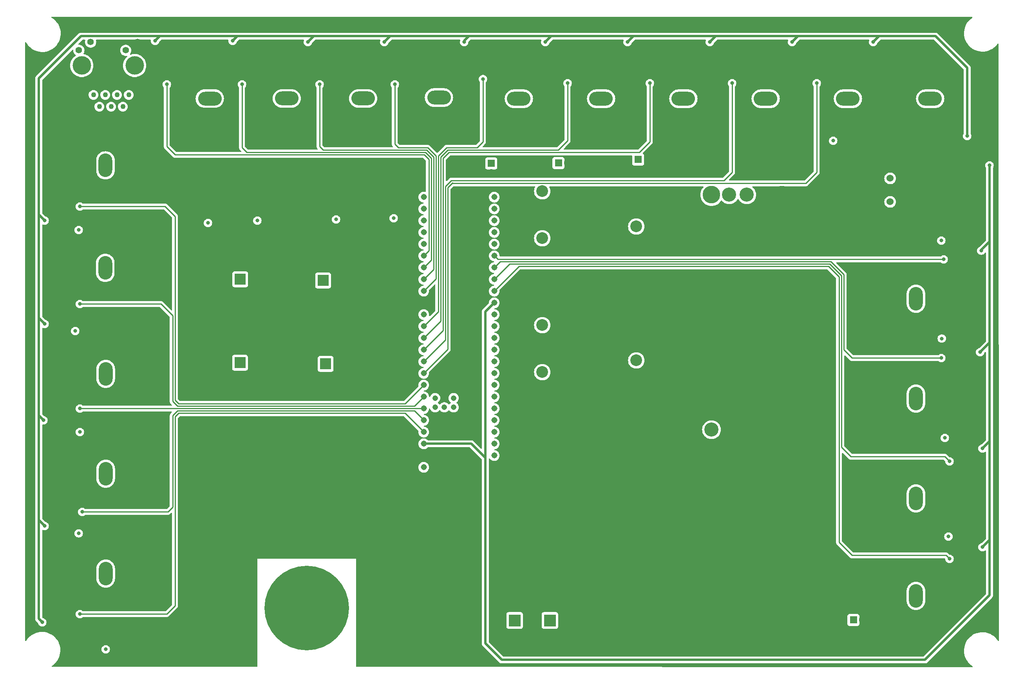
<source format=gbr>
%TF.GenerationSoftware,KiCad,Pcbnew,7.0.7*%
%TF.CreationDate,2023-11-13T00:02:04-06:00*%
%TF.ProjectId,PowerBoard_2024,506f7765-7242-46f6-9172-645f32303234,rev?*%
%TF.SameCoordinates,Original*%
%TF.FileFunction,Copper,L2,Inr*%
%TF.FilePolarity,Positive*%
%FSLAX46Y46*%
G04 Gerber Fmt 4.6, Leading zero omitted, Abs format (unit mm)*
G04 Created by KiCad (PCBNEW 7.0.7) date 2023-11-13 00:02:04*
%MOMM*%
%LPD*%
G01*
G04 APERTURE LIST*
%TA.AperFunction,ComponentPad*%
%ADD10R,2.400000X2.400000*%
%TD*%
%TA.AperFunction,ComponentPad*%
%ADD11C,2.400000*%
%TD*%
%TA.AperFunction,ComponentPad*%
%ADD12R,1.600000X1.600000*%
%TD*%
%TA.AperFunction,ComponentPad*%
%ADD13C,1.600000*%
%TD*%
%TA.AperFunction,ComponentPad*%
%ADD14C,3.048000*%
%TD*%
%TA.AperFunction,ComponentPad*%
%ADD15C,3.810000*%
%TD*%
%TA.AperFunction,ComponentPad*%
%ADD16R,2.600000X2.600000*%
%TD*%
%TA.AperFunction,ComponentPad*%
%ADD17O,2.600000X2.600000*%
%TD*%
%TA.AperFunction,ComponentPad*%
%ADD18C,2.540000*%
%TD*%
%TA.AperFunction,ComponentPad*%
%ADD19C,18.288000*%
%TD*%
%TA.AperFunction,ComponentPad*%
%ADD20C,1.100000*%
%TD*%
%TA.AperFunction,ComponentPad*%
%ADD21C,1.400000*%
%TD*%
%TA.AperFunction,ComponentPad*%
%ADD22C,4.000000*%
%TD*%
%TA.AperFunction,ComponentPad*%
%ADD23C,2.000000*%
%TD*%
%TA.AperFunction,ComponentPad*%
%ADD24C,1.524000*%
%TD*%
%TA.AperFunction,ComponentPad*%
%ADD25C,1.308000*%
%TD*%
%TA.AperFunction,ComponentPad*%
%ADD26C,1.208000*%
%TD*%
%TA.AperFunction,ComponentPad*%
%ADD27O,5.100000X3.000000*%
%TD*%
%TA.AperFunction,ComponentPad*%
%ADD28O,3.000000X5.100000*%
%TD*%
%TA.AperFunction,ViaPad*%
%ADD29C,0.800000*%
%TD*%
%TA.AperFunction,Conductor*%
%ADD30C,0.508000*%
%TD*%
%TA.AperFunction,Conductor*%
%ADD31C,0.254000*%
%TD*%
G04 APERTURE END LIST*
D10*
%TO.N,PV*%
%TO.C,C1*%
X212972000Y-157480000D03*
D11*
%TO.N,GND*%
X220472000Y-157480000D03*
%TD*%
D12*
%TO.N,PV*%
%TO.C,C2*%
X345500888Y-231140000D03*
D13*
%TO.N,GND*%
X347500888Y-231140000D03*
%TD*%
D12*
%TO.N,+24V*%
%TO.C,C48*%
X267208000Y-132394888D03*
D13*
%TO.N,GND*%
X267208000Y-134394888D03*
%TD*%
D14*
%TO.N,PV*%
%TO.C,VR1*%
X314833000Y-189992000D03*
%TO.N,GND*%
X322453000Y-189992000D03*
X330073000Y-189992000D03*
D15*
X330073000Y-139192000D03*
D14*
X326263000Y-139192000D03*
%TO.N,unconnected-(VR1-TRIM-Pad6)*%
X322453000Y-139192000D03*
%TO.N,+12V*%
X318643000Y-139192000D03*
D15*
X314833000Y-139192000D03*
%TD*%
D16*
%TO.N,PV*%
%TO.C,D1*%
X272288000Y-231247000D03*
D17*
%TO.N,GND*%
X272288000Y-236327000D03*
%TD*%
D18*
%TO.N,GND*%
%TO.C,U20*%
X298577000Y-187706000D03*
X298577000Y-180086000D03*
%TO.N,PV*%
X298577000Y-175006000D03*
%TO.N,+24V*%
X278257000Y-167386000D03*
%TO.N,unconnected-(U20-Trim-Pad5)*%
X278257000Y-177546000D03*
%TO.N,GND*%
X278257000Y-187706000D03*
%TD*%
D19*
%TO.N,PV*%
%TO.C,V2*%
X227330000Y-228600000D03*
%TD*%
D12*
%TO.N,+12V*%
%TO.C,C8*%
X298958000Y-131572000D03*
D13*
%TO.N,GND*%
X296458000Y-131572000D03*
%TD*%
D19*
%TO.N,GND*%
%TO.C,V1*%
X325628000Y-228346000D03*
%TD*%
D10*
%TO.N,PV*%
%TO.C,C3*%
X231437246Y-175768000D03*
D11*
%TO.N,GND*%
X238937246Y-175768000D03*
%TD*%
D20*
%TO.N,TX+*%
%TO.C,J1*%
X188874000Y-117590000D03*
%TO.N,Net-(C39-Pad2)*%
X187604000Y-120130000D03*
%TO.N,TX-*%
X186334000Y-117590000D03*
%TO.N,RX+*%
X185064000Y-120130000D03*
%TO.N,Net-(C39-Pad2)*%
X183794000Y-117590000D03*
%TO.N,RX-*%
X182524000Y-120130000D03*
%TO.N,unconnected-(J1-Pad7)*%
X181254000Y-117590000D03*
%TO.N,GND*%
X179984000Y-120130000D03*
D21*
X190754000Y-106160000D03*
%TO.N,LED*%
X188214000Y-107950000D03*
%TO.N,unconnected-(J1-Pad11)*%
X180644000Y-106160000D03*
%TO.N,unconnected-(J1-Pad12)*%
X178104000Y-107950000D03*
D22*
%TO.N,N/C*%
X190144000Y-111240000D03*
X178714000Y-111240000D03*
D23*
%TO.N,GND*%
X192304000Y-114290000D03*
X176554000Y-114290000D03*
%TD*%
D24*
%TO.N,PV*%
%TO.C,U1*%
X353441000Y-140716000D03*
%TO.N,GND*%
X353441000Y-138176000D03*
%TO.N,+3V3*%
X353441000Y-135636000D03*
%TD*%
D10*
%TO.N,PV*%
%TO.C,C7*%
X212928754Y-175514000D03*
D11*
%TO.N,GND*%
X220428754Y-175514000D03*
%TD*%
D12*
%TO.N,Switch_3 24V*%
%TO.C,C10*%
X281746888Y-132334000D03*
D13*
%TO.N,GND*%
X283746888Y-132334000D03*
%TD*%
D18*
%TO.N,GND*%
%TO.C,U22*%
X298577000Y-158750000D03*
X298577000Y-151130000D03*
%TO.N,PV*%
X298577000Y-146050000D03*
%TO.N,Switch_3 24V*%
X278257000Y-138430000D03*
%TO.N,unconnected-(U22-Trim-Pad5)*%
X278257000Y-148590000D03*
%TO.N,GND*%
X278257000Y-158750000D03*
%TD*%
D10*
%TO.N,PV*%
%TO.C,C5*%
X230886000Y-157734000D03*
D11*
%TO.N,GND*%
X238386000Y-157734000D03*
%TD*%
D16*
%TO.N,PV*%
%TO.C,D2*%
X279908000Y-231247000D03*
D17*
%TO.N,GND*%
X279908000Y-236327000D03*
%TD*%
D25*
%TO.N,unconnected-(U15-RX1-Pad0)*%
%TO.C,U15*%
X267870000Y-195580000D03*
%TO.N,unconnected-(U15-TX1-Pad1)*%
X267870000Y-193040000D03*
%TO.N,unconnected-(U15-OUT2-Pad2)*%
X267870000Y-190500000D03*
%TO.N,unconnected-(U15-LRCLK2-Pad3)*%
X267870000Y-187960000D03*
%TO.N,+3V3*%
X267870000Y-162560000D03*
X252630000Y-193040000D03*
%TO.N,unconnected-(U15-BCLK2-Pad4)*%
X267870000Y-185420000D03*
%TO.N,CTL_M4*%
X267870000Y-182880000D03*
%TO.N,CTL_M5*%
X267870000Y-180340000D03*
%TO.N,CTL_M6*%
X267870000Y-177800000D03*
%TO.N,unconnected-(U15-TX2-Pad8)*%
X267870000Y-175260000D03*
%TO.N,CTL_MS*%
X267870000Y-172720000D03*
%TO.N,CTL_Cam*%
X267870000Y-170180000D03*
%TO.N,CTL_M3*%
X267870000Y-167640000D03*
%TO.N,CTL_M2*%
X267870000Y-165100000D03*
%TO.N,unconnected-(U15-SCK-Pad13)*%
X252630000Y-165100000D03*
%TO.N,CS_POE*%
X252630000Y-167640000D03*
%TO.N,CS_Net Switch_3*%
X252630000Y-170180000D03*
%TO.N,CS_Net Switch_2*%
X252630000Y-172720000D03*
%TO.N,CS_Net Switch_1*%
X252630000Y-175260000D03*
%TO.N,CS_Cam*%
X252630000Y-177800000D03*
%TO.N,CS_HC_Spare*%
X252630000Y-180340000D03*
%TO.N,CS_Aux*%
X252630000Y-182880000D03*
%TO.N,CS_M1*%
X252630000Y-185420000D03*
%TO.N,CS_M2*%
X252630000Y-187960000D03*
%TO.N,CS_M3*%
X252630000Y-190500000D03*
%TO.N,CS_M4*%
X267870000Y-160020000D03*
%TO.N,CS_M5*%
X267870000Y-157480000D03*
%TO.N,CS_M6*%
X267870000Y-154940000D03*
%TO.N,CS_MS*%
X267870000Y-152400000D03*
%TO.N,CTL_M1*%
X267870000Y-149860000D03*
%TO.N,CTL_Aux*%
X267870000Y-147320000D03*
%TO.N,CTL_HC_Spare*%
X267870000Y-144780000D03*
%TO.N,unconnected-(U15-CTX3-Pad31)*%
X267870000Y-142240000D03*
%TO.N,unconnected-(U15-OUT1B-Pad32)*%
X267870000Y-139700000D03*
%TO.N,unconnected-(U15-MCLK2-Pad33)*%
X252630000Y-139700000D03*
%TO.N,CTL_RouterPi*%
X252630000Y-142240000D03*
%TO.N,CTL_DiffGPS*%
X252630000Y-144780000D03*
%TO.N,CTL_Core*%
X252630000Y-147320000D03*
%TO.N,CTL_LC_Spare*%
X252630000Y-149860000D03*
%TO.N,CS_LC_Spare*%
X252630000Y-152400000D03*
%TO.N,CS_Core*%
X252630000Y-154940000D03*
%TO.N,CS_DiffGPS*%
X252630000Y-157480000D03*
%TO.N,CS_RouterPi*%
X252630000Y-160020000D03*
%TO.N,GND*%
X267870000Y-198120000D03*
X252630000Y-162560000D03*
X252630000Y-195580000D03*
D26*
X257080000Y-183150000D03*
%TO.N,LED*%
X257080000Y-185150000D03*
%TO.N,RX+*%
X255080000Y-185150000D03*
%TO.N,RX-*%
X255080000Y-183150000D03*
%TO.N,TX+*%
X259080000Y-183150000D03*
%TO.N,TX-*%
X259080000Y-185150000D03*
D25*
%TO.N,unconnected-(U15-PadVIN)*%
X252630000Y-198120000D03*
%TD*%
D27*
%TO.N,GND*%
%TO.C,Conn18*%
X308745700Y-126287500D03*
%TO.N,Net Switch_2*%
X308745700Y-118413500D03*
%TD*%
D28*
%TO.N,GND*%
%TO.C,Conn4*%
X351132000Y-225945700D03*
%TO.N,M4*%
X359006000Y-225945700D03*
%TD*%
%TO.N,GND*%
%TO.C,Conn3*%
X191772500Y-221094300D03*
%TO.N,M3*%
X183898500Y-221094300D03*
%TD*%
D27*
%TO.N,GND*%
%TO.C,Conn19*%
X290965700Y-126287500D03*
%TO.N,Net Switch_3*%
X290965700Y-118413500D03*
%TD*%
D28*
%TO.N,GND*%
%TO.C,Conn9*%
X191677000Y-155006000D03*
%TO.N,Aux*%
X183803000Y-155006000D03*
%TD*%
D27*
%TO.N,GND*%
%TO.C,Conn10*%
X344305700Y-126287500D03*
%TO.N,Cam*%
X344305700Y-118413500D03*
%TD*%
%TO.N,GND*%
%TO.C,Conn17*%
X326525700Y-126287500D03*
%TO.N,Net Switch_1*%
X326525700Y-118413500D03*
%TD*%
D28*
%TO.N,GND*%
%TO.C,Conn6*%
X351132000Y-183273700D03*
%TO.N,M6*%
X359006000Y-183273700D03*
%TD*%
%TO.N,GND*%
%TO.C,Conn8*%
X191706500Y-132832300D03*
%TO.N,HC_Spare*%
X183832500Y-132832300D03*
%TD*%
%TO.N,GND*%
%TO.C,Conn1*%
X191772500Y-177914300D03*
%TO.N,M1*%
X183898500Y-177914300D03*
%TD*%
D27*
%TO.N,GND*%
%TO.C,Conn16*%
X273185700Y-126287500D03*
%TO.N,POE*%
X273185700Y-118413500D03*
%TD*%
D28*
%TO.N,GND*%
%TO.C,Conn7*%
X351132000Y-161683700D03*
%TO.N,MS*%
X359006000Y-161683700D03*
%TD*%
D27*
%TO.N,GND*%
%TO.C,Conn12*%
X255917700Y-126033500D03*
%TO.N,RouterPi*%
X255917700Y-118159500D03*
%TD*%
%TO.N,GND*%
%TO.C,Conn14*%
X239522000Y-126238000D03*
%TO.N,DiffGPS*%
X239522000Y-118364000D03*
%TD*%
%TO.N,GND*%
%TO.C,Conn15*%
X206387700Y-126259500D03*
%TO.N,LC_Spare*%
X206387700Y-118385500D03*
%TD*%
D28*
%TO.N,GND*%
%TO.C,Conn2*%
X191772500Y-199504300D03*
%TO.N,M2*%
X183898500Y-199504300D03*
%TD*%
D27*
%TO.N,GND*%
%TO.C,Conn13*%
X223024700Y-126238000D03*
%TO.N,Core*%
X223024700Y-118364000D03*
%TD*%
D28*
%TO.N,GND*%
%TO.C,Conn5*%
X351132000Y-204863700D03*
%TO.N,M5*%
X359006000Y-204863700D03*
%TD*%
D27*
%TO.N,GND*%
%TO.C,Conn11*%
X362085700Y-126287500D03*
%TO.N,12V_Spare*%
X362085700Y-118413500D03*
%TD*%
D29*
%TO.N,GND*%
X219964000Y-142748000D03*
X249682000Y-142494000D03*
X237236000Y-142748000D03*
X209471500Y-143002000D03*
%TO.N,+3V3*%
X170180000Y-231648000D03*
X373380000Y-194056000D03*
X170688000Y-210820000D03*
X374904000Y-132842000D03*
X349758000Y-106172000D03*
X261366000Y-106172000D03*
X332232000Y-106172000D03*
X370078000Y-126492000D03*
X370078000Y-126492000D03*
X194564000Y-105918000D03*
X244094000Y-106172000D03*
X373380000Y-215392000D03*
X227584000Y-106172000D03*
X373126000Y-151283500D03*
X170688000Y-144780000D03*
X170688000Y-167132000D03*
X211328000Y-105918000D03*
X314452000Y-106172000D03*
X372872000Y-173228000D03*
X278892000Y-106172000D03*
X296672000Y-106172000D03*
X170434000Y-187960000D03*
%TO.N,CTL_Cam*%
X341122000Y-127508000D03*
%TO.N,CTL_M1*%
X178308000Y-190500000D03*
%TO.N,CTL_HC_Spare*%
X178054000Y-146812000D03*
%TO.N,CTL_DiffGPS*%
X233680000Y-144526000D03*
%TO.N,CTL_LC_Spare*%
X205994000Y-145288000D03*
%TO.N,CTL_M2*%
X178054000Y-212410000D03*
%TO.N,CTL_Aux*%
X177292000Y-168656000D03*
%TO.N,CTL_Core*%
X216662000Y-144780000D03*
%TO.N,CTL_RouterPi*%
X246126000Y-144272000D03*
%TO.N,CTL_M3*%
X183896000Y-237490000D03*
%TO.N,CTL_MS*%
X364493500Y-149098000D03*
%TO.N,CTL_M4*%
X366036000Y-213106000D03*
%TO.N,CTL_M6*%
X364590500Y-170283500D03*
%TO.N,CTL_M5*%
X365252000Y-191770000D03*
%TO.N,CS_Cam*%
X337566000Y-115062000D03*
%TO.N,CS_M1*%
X178308000Y-185420000D03*
%TO.N,CS_HC_Spare*%
X178308000Y-141732000D03*
%TO.N,CS_DiffGPS*%
X230124000Y-115316000D03*
%TO.N,CS_LC_Spare*%
X197104000Y-115316000D03*
%TO.N,CS_M2*%
X178816000Y-207772000D03*
%TO.N,CS_Aux*%
X178308000Y-162814000D03*
%TO.N,CS_Core*%
X213360000Y-115316000D03*
%TO.N,CS_RouterPi*%
X246380000Y-115316000D03*
%TO.N,CS_M3*%
X178308000Y-229870000D03*
%TO.N,CS_MS*%
X364998000Y-153162000D03*
%TO.N,CS_M4*%
X366268000Y-217932000D03*
%TO.N,CS_Net Switch_3*%
X283718000Y-115062000D03*
%TO.N,CS_M5*%
X366268000Y-196850000D03*
%TO.N,CS_M6*%
X364490000Y-174498000D03*
%TO.N,CS_Net Switch_1*%
X319278000Y-115062000D03*
%TO.N,CS_Net Switch_2*%
X301498000Y-115062000D03*
%TO.N,CS_POE*%
X265430000Y-114173000D03*
%TD*%
D30*
%TO.N,+3V3*%
X228854000Y-104902000D02*
X227584000Y-106172000D01*
X315722000Y-104902000D02*
X297942000Y-104902000D01*
X315722000Y-104902000D02*
X314452000Y-106172000D01*
X169418000Y-185674000D02*
X169418000Y-207010000D01*
X374904000Y-152400000D02*
X374904000Y-171196000D01*
X374904000Y-225806000D02*
X374904000Y-215646000D01*
X262890000Y-193040000D02*
X252630000Y-193040000D01*
X363220000Y-104902000D02*
X351282000Y-104902000D01*
X267870000Y-162560000D02*
X265938000Y-164492000D01*
X169418000Y-185166000D02*
X169418000Y-185674000D01*
X351028000Y-104902000D02*
X349758000Y-106172000D01*
X211328000Y-105918000D02*
X212344000Y-104902000D01*
X169418000Y-185674000D02*
X169418000Y-186944000D01*
X280162000Y-104902000D02*
X278892000Y-106172000D01*
X370078000Y-126492000D02*
X370078000Y-111760000D01*
X169418000Y-209550000D02*
X169418000Y-208026000D01*
X265938000Y-196088000D02*
X265938000Y-236220000D01*
X269494000Y-239776000D02*
X360934000Y-239776000D01*
X245364000Y-104902000D02*
X244094000Y-106172000D01*
X212344000Y-104902000D02*
X195580000Y-104902000D01*
X374904000Y-148844000D02*
X374904000Y-149352000D01*
X351282000Y-104902000D02*
X351028000Y-104902000D01*
X245364000Y-104902000D02*
X228854000Y-104902000D01*
X374904000Y-192532000D02*
X374904000Y-195072000D01*
X169418000Y-208026000D02*
X169418000Y-207010000D01*
X169418000Y-163576000D02*
X169418000Y-165862000D01*
X265938000Y-164492000D02*
X265938000Y-196088000D01*
X297942000Y-104902000D02*
X296672000Y-106172000D01*
X169418000Y-165862000D02*
X169418000Y-185166000D01*
X373380000Y-215392000D02*
X374904000Y-213868000D01*
X170688000Y-210820000D02*
X169418000Y-209550000D01*
X169418000Y-143510000D02*
X170688000Y-144780000D01*
X374904000Y-171196000D02*
X374904000Y-173736000D01*
X262890000Y-193040000D02*
X265938000Y-196088000D01*
X262382000Y-104902000D02*
X261366000Y-105918000D01*
X262382000Y-104902000D02*
X245364000Y-104902000D01*
X374904000Y-192532000D02*
X373380000Y-194056000D01*
X265938000Y-236220000D02*
X269494000Y-239776000D01*
X374904000Y-149352000D02*
X373126000Y-151130000D01*
X297942000Y-104902000D02*
X280162000Y-104902000D01*
X374904000Y-173736000D02*
X374904000Y-192532000D01*
X195580000Y-104902000D02*
X194564000Y-105918000D01*
X373126000Y-151130000D02*
X373126000Y-151283500D01*
X374904000Y-195072000D02*
X374904000Y-215138000D01*
X374904000Y-148844000D02*
X374904000Y-152400000D01*
X374904000Y-171196000D02*
X372872000Y-173228000D01*
X169418000Y-114046000D02*
X169418000Y-141478000D01*
X333502000Y-104902000D02*
X315722000Y-104902000D01*
X228854000Y-104902000D02*
X212344000Y-104902000D01*
X169418000Y-165862000D02*
X170688000Y-167132000D01*
X360934000Y-239776000D02*
X374904000Y-225806000D01*
X280162000Y-104902000D02*
X262382000Y-104902000D01*
X169418000Y-186944000D02*
X170434000Y-187960000D01*
X195580000Y-104902000D02*
X178562000Y-104902000D01*
X351282000Y-104902000D02*
X333502000Y-104902000D01*
X169418000Y-143256000D02*
X169418000Y-143510000D01*
X169418000Y-141478000D02*
X169418000Y-143256000D01*
X374904000Y-132842000D02*
X374904000Y-148844000D01*
X178562000Y-104902000D02*
X169418000Y-114046000D01*
X333502000Y-104902000D02*
X332232000Y-106172000D01*
X374904000Y-215138000D02*
X374904000Y-216408000D01*
X170180000Y-231648000D02*
X169418000Y-230886000D01*
X169418000Y-230886000D02*
X169418000Y-208026000D01*
X169418000Y-143256000D02*
X169418000Y-163576000D01*
X374904000Y-213868000D02*
X374904000Y-215138000D01*
X261366000Y-105918000D02*
X261366000Y-106172000D01*
X370078000Y-111760000D02*
X363220000Y-104902000D01*
D31*
%TO.N,CS_Cam*%
X337566000Y-134366000D02*
X335207000Y-136725000D01*
X335207000Y-136725000D02*
X258899000Y-136725000D01*
X258899000Y-136725000D02*
X258826000Y-136652000D01*
X257810000Y-137668000D02*
X257810000Y-172620000D01*
X258826000Y-136652000D02*
X257810000Y-137668000D01*
X337566000Y-115062000D02*
X337566000Y-134366000D01*
X257810000Y-172620000D02*
X252630000Y-177800000D01*
%TO.N,CS_M1*%
X178308000Y-185420000D02*
X252630000Y-185420000D01*
%TO.N,CS_HC_Spare*%
X198882000Y-143891000D02*
X198882000Y-183642000D01*
X178308000Y-141732000D02*
X196723000Y-141732000D01*
X198882000Y-183642000D02*
X199644000Y-184404000D01*
X196723000Y-141732000D02*
X198882000Y-143891000D01*
X199644000Y-184404000D02*
X248566000Y-184404000D01*
X248566000Y-184404000D02*
X252630000Y-180340000D01*
%TO.N,CS_DiffGPS*%
X230124000Y-128778000D02*
X230886000Y-129540000D01*
X230886000Y-129540000D02*
X253238000Y-129540000D01*
X254762000Y-155348000D02*
X252630000Y-157480000D01*
X254762000Y-131064000D02*
X254762000Y-155348000D01*
X253238000Y-129540000D02*
X254762000Y-131064000D01*
X230124000Y-115316000D02*
X230124000Y-128778000D01*
%TO.N,CS_LC_Spare*%
X253746000Y-151284000D02*
X252630000Y-152400000D01*
X198882000Y-130556000D02*
X252730000Y-130556000D01*
X197104000Y-115316000D02*
X197104000Y-128778000D01*
X253746000Y-131572000D02*
X253746000Y-151284000D01*
X197104000Y-128778000D02*
X198882000Y-130556000D01*
X252730000Y-130556000D02*
X253746000Y-131572000D01*
%TO.N,CS_M2*%
X250598000Y-185928000D02*
X252630000Y-187960000D01*
X197358000Y-207772000D02*
X198374000Y-206756000D01*
X178816000Y-207772000D02*
X197358000Y-207772000D01*
X198374000Y-206756000D02*
X198374000Y-186944000D01*
X199390000Y-185928000D02*
X250598000Y-185928000D01*
X198374000Y-186944000D02*
X199390000Y-185928000D01*
%TO.N,CS_Aux*%
X199390000Y-184912000D02*
X250598000Y-184912000D01*
X178308000Y-162814000D02*
X195834000Y-162814000D01*
X198374000Y-165354000D02*
X198374000Y-183896000D01*
X198374000Y-183896000D02*
X199390000Y-184912000D01*
X250598000Y-184912000D02*
X252630000Y-182880000D01*
X195834000Y-162814000D02*
X198374000Y-165354000D01*
%TO.N,CS_Core*%
X213360000Y-129032000D02*
X214376000Y-130048000D01*
X254254000Y-131318000D02*
X254254000Y-153316000D01*
X252984000Y-130048000D02*
X254254000Y-131318000D01*
X254254000Y-153316000D02*
X252630000Y-154940000D01*
X213360000Y-115316000D02*
X213360000Y-129032000D01*
X214376000Y-130048000D02*
X252984000Y-130048000D01*
%TO.N,CS_RouterPi*%
X253492000Y-129032000D02*
X247142000Y-129032000D01*
X255270000Y-157380000D02*
X255270000Y-130810000D01*
X246380000Y-128270000D02*
X246380000Y-115316000D01*
X252630000Y-160020000D02*
X255270000Y-157380000D01*
X255270000Y-130810000D02*
X253492000Y-129032000D01*
X247142000Y-129032000D02*
X246380000Y-128270000D01*
%TO.N,CS_M3*%
X199644000Y-186436000D02*
X248566000Y-186436000D01*
X198882000Y-187198000D02*
X199644000Y-186436000D01*
X198882000Y-228092000D02*
X198882000Y-187198000D01*
X248566000Y-186436000D02*
X252630000Y-190500000D01*
X178308000Y-229870000D02*
X197104000Y-229870000D01*
X197104000Y-229870000D02*
X198882000Y-228092000D01*
%TO.N,CS_MS*%
X268632000Y-153162000D02*
X267870000Y-152400000D01*
X364998000Y-153162000D02*
X268632000Y-153162000D01*
%TO.N,CS_M4*%
X342392000Y-214376000D02*
X342392000Y-156972000D01*
X273204000Y-154686000D02*
X267870000Y-160020000D01*
X345186000Y-217170000D02*
X342392000Y-214376000D01*
X366268000Y-217932000D02*
X365506000Y-217170000D01*
X365506000Y-217170000D02*
X345186000Y-217170000D01*
X342392000Y-156972000D02*
X340106000Y-154686000D01*
X340106000Y-154686000D02*
X273204000Y-154686000D01*
%TO.N,CS_Net Switch_3*%
X256286000Y-131064000D02*
X257810000Y-129540000D01*
X252630000Y-170180000D02*
X256286000Y-166524000D01*
X257810000Y-129540000D02*
X281686000Y-129540000D01*
X256286000Y-166524000D02*
X256286000Y-131064000D01*
X281686000Y-129540000D02*
X283718000Y-127508000D01*
X283718000Y-127508000D02*
X283718000Y-115062000D01*
%TO.N,CS_M5*%
X365252000Y-195834000D02*
X344932000Y-195834000D01*
X271172000Y-154178000D02*
X267870000Y-157480000D01*
X366268000Y-196850000D02*
X365252000Y-195834000D01*
X342900000Y-193802000D02*
X342900000Y-156718000D01*
X342900000Y-156718000D02*
X340360000Y-154178000D01*
X344932000Y-195834000D02*
X342900000Y-193802000D01*
X340360000Y-154178000D02*
X271172000Y-154178000D01*
%TO.N,CS_M6*%
X340614000Y-153670000D02*
X269140000Y-153670000D01*
X343408000Y-172720000D02*
X343408000Y-156464000D01*
X343408000Y-156464000D02*
X340614000Y-153670000D01*
X364490000Y-174498000D02*
X345186000Y-174498000D01*
X345186000Y-174498000D02*
X343408000Y-172720000D01*
X269140000Y-153670000D02*
X267870000Y-154940000D01*
%TO.N,CS_Net Switch_1*%
X257302000Y-137414000D02*
X257302000Y-170588000D01*
X258572000Y-136144000D02*
X257302000Y-137414000D01*
X319278000Y-115062000D02*
X319278000Y-134366000D01*
X257302000Y-170588000D02*
X252630000Y-175260000D01*
X317500000Y-136144000D02*
X258572000Y-136144000D01*
X319278000Y-134366000D02*
X317500000Y-136144000D01*
%TO.N,CS_Net Switch_2*%
X252630000Y-172720000D02*
X256794000Y-168556000D01*
X293624000Y-130048000D02*
X299212000Y-130048000D01*
X256794000Y-168556000D02*
X256794000Y-131318000D01*
X256794000Y-131318000D02*
X258064000Y-130048000D01*
X258064000Y-130048000D02*
X293624000Y-130048000D01*
X301498000Y-127762000D02*
X301498000Y-115062000D01*
X299212000Y-130048000D02*
X301498000Y-127762000D01*
%TO.N,CS_POE*%
X264160000Y-129032000D02*
X257556000Y-129032000D01*
X257556000Y-129032000D02*
X255778000Y-130810000D01*
X265430000Y-114173000D02*
X265430000Y-127762000D01*
X265430000Y-127762000D02*
X264160000Y-129032000D01*
X255778000Y-164492000D02*
X252630000Y-167640000D01*
X255778000Y-130810000D02*
X255778000Y-164492000D01*
%TD*%
%TA.AperFunction,Conductor*%
%TO.N,GND*%
G36*
X371080279Y-100728446D02*
G01*
X371147313Y-100748144D01*
X371193057Y-100800958D01*
X371202986Y-100870118D01*
X371173948Y-100933668D01*
X371144915Y-100958251D01*
X371136026Y-100963683D01*
X371136013Y-100963692D01*
X370819846Y-101203180D01*
X370819843Y-101203182D01*
X370529084Y-101472968D01*
X370266636Y-101770359D01*
X370035110Y-102092393D01*
X370035097Y-102092413D01*
X369836787Y-102435896D01*
X369673653Y-102797437D01*
X369547330Y-103173419D01*
X369459070Y-103560111D01*
X369409749Y-103953681D01*
X369399861Y-104350173D01*
X369399861Y-104350187D01*
X369429501Y-104745711D01*
X369429502Y-104745724D01*
X369498379Y-105136339D01*
X369605801Y-105518137D01*
X369605805Y-105518151D01*
X369750706Y-105887353D01*
X369750711Y-105887365D01*
X369931657Y-106240314D01*
X369931662Y-106240323D01*
X370146857Y-106573509D01*
X370363274Y-106844888D01*
X370394166Y-106883625D01*
X370671094Y-107167544D01*
X370671104Y-107167554D01*
X370974947Y-107422508D01*
X371302665Y-107645942D01*
X371651001Y-107835636D01*
X372016494Y-107989704D01*
X372016503Y-107989706D01*
X372016509Y-107989709D01*
X372395506Y-108106614D01*
X372395519Y-108106617D01*
X372716649Y-108171535D01*
X372784285Y-108185208D01*
X373122571Y-108219058D01*
X373178951Y-108224700D01*
X373178952Y-108224700D01*
X373476374Y-108224700D01*
X373674401Y-108214816D01*
X373773416Y-108209875D01*
X374165624Y-108150759D01*
X374549997Y-108052886D01*
X374922716Y-107917228D01*
X375280074Y-107745133D01*
X375288602Y-107739922D01*
X375464739Y-107632287D01*
X375618522Y-107538312D01*
X375934695Y-107298820D01*
X376225452Y-107029037D01*
X376487902Y-106731645D01*
X376627628Y-106537297D01*
X376682741Y-106494360D01*
X376752323Y-106488033D01*
X376814280Y-106520330D01*
X376848941Y-106580997D01*
X376852305Y-106609597D01*
X376943445Y-235542561D01*
X376923808Y-235609615D01*
X376871036Y-235655407D01*
X376801885Y-235665399D01*
X376738309Y-235636419D01*
X376715286Y-235609930D01*
X376607685Y-235443331D01*
X376360385Y-235133226D01*
X376360382Y-235133223D01*
X376360375Y-235133214D01*
X376083447Y-234849295D01*
X376083444Y-234849292D01*
X376083443Y-234849291D01*
X376083438Y-234849286D01*
X375779595Y-234594332D01*
X375667824Y-234518128D01*
X375451876Y-234370897D01*
X375335764Y-234307666D01*
X375103541Y-234181204D01*
X375103533Y-234181200D01*
X375103530Y-234181199D01*
X374738048Y-234027136D01*
X374738032Y-234027130D01*
X374359035Y-233910225D01*
X374359022Y-233910222D01*
X373970271Y-233831634D01*
X373970250Y-233831631D01*
X373575591Y-233792140D01*
X373575590Y-233792140D01*
X373278170Y-233792140D01*
X373278168Y-233792140D01*
X372981126Y-233806964D01*
X372588918Y-233866081D01*
X372204543Y-233963954D01*
X371831820Y-234099614D01*
X371474462Y-234271709D01*
X371136024Y-234478524D01*
X371136013Y-234478532D01*
X370819846Y-234718020D01*
X370819843Y-234718022D01*
X370529084Y-234987808D01*
X370266636Y-235285199D01*
X370035110Y-235607233D01*
X370035097Y-235607253D01*
X369836787Y-235950736D01*
X369673653Y-236312277D01*
X369547330Y-236688259D01*
X369459070Y-237074951D01*
X369409749Y-237468521D01*
X369399861Y-237865013D01*
X369399861Y-237865027D01*
X369429501Y-238260551D01*
X369429502Y-238260564D01*
X369498379Y-238651179D01*
X369605801Y-239032977D01*
X369605805Y-239032991D01*
X369750706Y-239402193D01*
X369750711Y-239402205D01*
X369931657Y-239755154D01*
X369931662Y-239755163D01*
X370146857Y-240088349D01*
X370372957Y-240371870D01*
X370394166Y-240398465D01*
X370671094Y-240682384D01*
X370671104Y-240682394D01*
X370974947Y-240937348D01*
X371180423Y-241077439D01*
X371224893Y-241107758D01*
X371269195Y-241161787D01*
X371277254Y-241231190D01*
X371246511Y-241293933D01*
X371186727Y-241330095D01*
X371155009Y-241334212D01*
X238121968Y-241299729D01*
X238054934Y-241280027D01*
X238009192Y-241227211D01*
X237998000Y-241175729D01*
X237998000Y-217932000D01*
X216662000Y-217932000D01*
X216662000Y-241170134D01*
X216642315Y-241237173D01*
X216589511Y-241282928D01*
X216537968Y-241294134D01*
X172295693Y-241282666D01*
X172228659Y-241262964D01*
X172182917Y-241210148D01*
X172172992Y-241140987D01*
X172202033Y-241077439D01*
X172231068Y-241052858D01*
X172355268Y-240976961D01*
X172355273Y-240976957D01*
X172355282Y-240976952D01*
X172671455Y-240737460D01*
X172962212Y-240467677D01*
X173224662Y-240170285D01*
X173456197Y-239848240D01*
X173654516Y-239504741D01*
X173817648Y-239143203D01*
X173943972Y-238767218D01*
X174032232Y-238380525D01*
X174081552Y-237986965D01*
X174088614Y-237703779D01*
X174091440Y-237590466D01*
X174091440Y-237590450D01*
X174083913Y-237490000D01*
X182990540Y-237490000D01*
X183010326Y-237678256D01*
X183010327Y-237678259D01*
X183068818Y-237858277D01*
X183068821Y-237858284D01*
X183163467Y-238022216D01*
X183290128Y-238162888D01*
X183290129Y-238162888D01*
X183443265Y-238274148D01*
X183443270Y-238274151D01*
X183616192Y-238351142D01*
X183616197Y-238351144D01*
X183801354Y-238390500D01*
X183801355Y-238390500D01*
X183990644Y-238390500D01*
X183990646Y-238390500D01*
X184175803Y-238351144D01*
X184348730Y-238274151D01*
X184501871Y-238162888D01*
X184628533Y-238022216D01*
X184723179Y-237858284D01*
X184781674Y-237678256D01*
X184801460Y-237490000D01*
X184781674Y-237301744D01*
X184723179Y-237121716D01*
X184628533Y-236957784D01*
X184501871Y-236817112D01*
X184425014Y-236761272D01*
X184348734Y-236705851D01*
X184348729Y-236705848D01*
X184175807Y-236628857D01*
X184175802Y-236628855D01*
X184030001Y-236597865D01*
X183990646Y-236589500D01*
X183801354Y-236589500D01*
X183768897Y-236596398D01*
X183616197Y-236628855D01*
X183616192Y-236628857D01*
X183443270Y-236705848D01*
X183443265Y-236705851D01*
X183290129Y-236817111D01*
X183163466Y-236957785D01*
X183068821Y-237121715D01*
X183068818Y-237121722D01*
X183010327Y-237301740D01*
X183010326Y-237301744D01*
X182990540Y-237490000D01*
X174083913Y-237490000D01*
X174061800Y-237194920D01*
X173992924Y-236804308D01*
X173965222Y-236705851D01*
X173932486Y-236589500D01*
X173885498Y-236422494D01*
X173870451Y-236384156D01*
X173740595Y-236053286D01*
X173740590Y-236053274D01*
X173719603Y-236012338D01*
X173559640Y-235700317D01*
X173344445Y-235367131D01*
X173097145Y-235057026D01*
X173097142Y-235057023D01*
X173097135Y-235057014D01*
X172820207Y-234773095D01*
X172820204Y-234773092D01*
X172820203Y-234773091D01*
X172820198Y-234773086D01*
X172516355Y-234518132D01*
X172443644Y-234468558D01*
X172188636Y-234294697D01*
X172072524Y-234231466D01*
X171840301Y-234105004D01*
X171840293Y-234105000D01*
X171840290Y-234104999D01*
X171474808Y-233950936D01*
X171474792Y-233950930D01*
X171095795Y-233834025D01*
X171095782Y-233834022D01*
X170707031Y-233755434D01*
X170707010Y-233755431D01*
X170312351Y-233715940D01*
X170312350Y-233715940D01*
X170014930Y-233715940D01*
X170014928Y-233715940D01*
X169717886Y-233730764D01*
X169325678Y-233789881D01*
X168941303Y-233887754D01*
X168568580Y-234023414D01*
X168211222Y-234195509D01*
X167872784Y-234402324D01*
X167872773Y-234402332D01*
X167556606Y-234641820D01*
X167556603Y-234641822D01*
X167265844Y-234911608D01*
X167003396Y-235208999D01*
X166771870Y-235531033D01*
X166771857Y-235531053D01*
X166720129Y-235620649D01*
X166669562Y-235668865D01*
X166600955Y-235682088D01*
X166536090Y-235656120D01*
X166495562Y-235599205D01*
X166488742Y-235558694D01*
X166488219Y-234104999D01*
X166487054Y-230863908D01*
X168658684Y-230863908D01*
X168663264Y-230916241D01*
X168663500Y-230921648D01*
X168663500Y-230929946D01*
X168667325Y-230962674D01*
X168674056Y-231039610D01*
X168675516Y-231046677D01*
X168675464Y-231046687D01*
X168677123Y-231054167D01*
X168677174Y-231054155D01*
X168678839Y-231061180D01*
X168705247Y-231133740D01*
X168729535Y-231207034D01*
X168732586Y-231213575D01*
X168732536Y-231213598D01*
X168735876Y-231220497D01*
X168735925Y-231220473D01*
X168739162Y-231226920D01*
X168739164Y-231226924D01*
X168773889Y-231279722D01*
X168781599Y-231291444D01*
X168822131Y-231357156D01*
X168826611Y-231362822D01*
X168826569Y-231362855D01*
X168831401Y-231368786D01*
X168831443Y-231368752D01*
X168836081Y-231374280D01*
X168836085Y-231374285D01*
X168864166Y-231400777D01*
X168892247Y-231427272D01*
X169269951Y-231804975D01*
X169300201Y-231854338D01*
X169352818Y-232016277D01*
X169352821Y-232016284D01*
X169447467Y-232180216D01*
X169553110Y-232297544D01*
X169574129Y-232320888D01*
X169727265Y-232432148D01*
X169727270Y-232432151D01*
X169900192Y-232509142D01*
X169900197Y-232509144D01*
X170085354Y-232548500D01*
X170085355Y-232548500D01*
X170274644Y-232548500D01*
X170274646Y-232548500D01*
X170459803Y-232509144D01*
X170632730Y-232432151D01*
X170785871Y-232320888D01*
X170912533Y-232180216D01*
X171007179Y-232016284D01*
X171065674Y-231836256D01*
X171085460Y-231648000D01*
X171065674Y-231459744D01*
X171007179Y-231279716D01*
X170912533Y-231115784D01*
X170785871Y-230975112D01*
X170785870Y-230975111D01*
X170632734Y-230863851D01*
X170632729Y-230863848D01*
X170459807Y-230786857D01*
X170459802Y-230786855D01*
X170401853Y-230774538D01*
X170340371Y-230741345D01*
X170340110Y-230741086D01*
X170208817Y-230609792D01*
X170175334Y-230548471D01*
X170172500Y-230522113D01*
X170172500Y-229870000D01*
X177402540Y-229870000D01*
X177422326Y-230058256D01*
X177422327Y-230058259D01*
X177480818Y-230238277D01*
X177480821Y-230238284D01*
X177575467Y-230402216D01*
X177663224Y-230499680D01*
X177702129Y-230542888D01*
X177855265Y-230654148D01*
X177855270Y-230654151D01*
X178028192Y-230731142D01*
X178028197Y-230731144D01*
X178213354Y-230770500D01*
X178213355Y-230770500D01*
X178402644Y-230770500D01*
X178402646Y-230770500D01*
X178587803Y-230731144D01*
X178760730Y-230654151D01*
X178913871Y-230542888D01*
X178917799Y-230538525D01*
X178977286Y-230501879D01*
X179009947Y-230497500D01*
X197021033Y-230497500D01*
X197036681Y-230499227D01*
X197036708Y-230498946D01*
X197044475Y-230499680D01*
X197044476Y-230499679D01*
X197044477Y-230499680D01*
X197113860Y-230497500D01*
X197143476Y-230497500D01*
X197150378Y-230496627D01*
X197156190Y-230496169D01*
X197202943Y-230494701D01*
X197222272Y-230489084D01*
X197241328Y-230485137D01*
X197261293Y-230482616D01*
X197304770Y-230465401D01*
X197310276Y-230463516D01*
X197355191Y-230450468D01*
X197372515Y-230440221D01*
X197389983Y-230431663D01*
X197408703Y-230424253D01*
X197446542Y-230396759D01*
X197451391Y-230393574D01*
X197491656Y-230369763D01*
X197505897Y-230355520D01*
X197520678Y-230342897D01*
X197536967Y-230331063D01*
X197536969Y-230331059D01*
X197536971Y-230331059D01*
X197548845Y-230316703D01*
X197566776Y-230295028D01*
X197570689Y-230290728D01*
X199267043Y-228594374D01*
X199279325Y-228584537D01*
X199279144Y-228584318D01*
X199285152Y-228579346D01*
X199285162Y-228579340D01*
X199332677Y-228528741D01*
X199353623Y-228507796D01*
X199357892Y-228502290D01*
X199361676Y-228497859D01*
X199393693Y-228463767D01*
X199403389Y-228446128D01*
X199414073Y-228429861D01*
X199426408Y-228413962D01*
X199444983Y-228371034D01*
X199447534Y-228365827D01*
X199470072Y-228324834D01*
X199475078Y-228305334D01*
X199481376Y-228286936D01*
X199489374Y-228268458D01*
X199496688Y-228222276D01*
X199497870Y-228216565D01*
X199509500Y-228171272D01*
X199509500Y-228151141D01*
X199511027Y-228131741D01*
X199514175Y-228111867D01*
X199509775Y-228065321D01*
X199509500Y-228059483D01*
X199509500Y-198120000D01*
X251470554Y-198120000D01*
X251490295Y-198333047D01*
X251490296Y-198333050D01*
X251548846Y-198538835D01*
X251548849Y-198538840D01*
X251644219Y-198730370D01*
X251773159Y-198901114D01*
X251931278Y-199045258D01*
X251931283Y-199045261D01*
X251931286Y-199045263D01*
X252113186Y-199157891D01*
X252113187Y-199157891D01*
X252113190Y-199157893D01*
X252312703Y-199235185D01*
X252523020Y-199274500D01*
X252523022Y-199274500D01*
X252736978Y-199274500D01*
X252736980Y-199274500D01*
X252947297Y-199235185D01*
X253146810Y-199157893D01*
X253328722Y-199045258D01*
X253486841Y-198901114D01*
X253615781Y-198730370D01*
X253711151Y-198538840D01*
X253711151Y-198538837D01*
X253711153Y-198538835D01*
X253744679Y-198421000D01*
X253769704Y-198333048D01*
X253789446Y-198120000D01*
X253769704Y-197906952D01*
X253761200Y-197877065D01*
X253711153Y-197701164D01*
X253711150Y-197701158D01*
X253677783Y-197634148D01*
X253615781Y-197509630D01*
X253486841Y-197338886D01*
X253328722Y-197194742D01*
X253328716Y-197194738D01*
X253328713Y-197194736D01*
X253146813Y-197082108D01*
X253146807Y-197082106D01*
X252947297Y-197004815D01*
X252736980Y-196965500D01*
X252523020Y-196965500D01*
X252312703Y-197004815D01*
X252186533Y-197053693D01*
X252113192Y-197082106D01*
X252113186Y-197082108D01*
X251931286Y-197194736D01*
X251931283Y-197194738D01*
X251931279Y-197194740D01*
X251931278Y-197194742D01*
X251905454Y-197218284D01*
X251773158Y-197338887D01*
X251644219Y-197509629D01*
X251548849Y-197701158D01*
X251548846Y-197701164D01*
X251490296Y-197906949D01*
X251490295Y-197906952D01*
X251470554Y-198119999D01*
X251470554Y-198120000D01*
X199509500Y-198120000D01*
X199509500Y-187509280D01*
X199529185Y-187442241D01*
X199545819Y-187421599D01*
X199867600Y-187099819D01*
X199928923Y-187066334D01*
X199955281Y-187063500D01*
X248254719Y-187063500D01*
X248321758Y-187083185D01*
X248342400Y-187099819D01*
X251452462Y-190209881D01*
X251485947Y-190271204D01*
X251488252Y-190309003D01*
X251470554Y-190499999D01*
X251470554Y-190500000D01*
X251490295Y-190713047D01*
X251490296Y-190713050D01*
X251548846Y-190918835D01*
X251548849Y-190918841D01*
X251582215Y-190985849D01*
X251644219Y-191110370D01*
X251773159Y-191281114D01*
X251931278Y-191425258D01*
X251931283Y-191425261D01*
X251931286Y-191425263D01*
X252113186Y-191537891D01*
X252113187Y-191537891D01*
X252113190Y-191537893D01*
X252312703Y-191615185D01*
X252488845Y-191648111D01*
X252551125Y-191679779D01*
X252586398Y-191740092D01*
X252583464Y-191809900D01*
X252543255Y-191867040D01*
X252488845Y-191891888D01*
X252312703Y-191924815D01*
X252186533Y-191973693D01*
X252113192Y-192002106D01*
X252113186Y-192002108D01*
X251931286Y-192114736D01*
X251931283Y-192114738D01*
X251931279Y-192114740D01*
X251931278Y-192114742D01*
X251905454Y-192138284D01*
X251773158Y-192258887D01*
X251644219Y-192429629D01*
X251548849Y-192621158D01*
X251548846Y-192621164D01*
X251490296Y-192826949D01*
X251490295Y-192826952D01*
X251470554Y-193039999D01*
X251470554Y-193040000D01*
X251490295Y-193253047D01*
X251490296Y-193253050D01*
X251548846Y-193458835D01*
X251548849Y-193458841D01*
X251590298Y-193542081D01*
X251644219Y-193650370D01*
X251773159Y-193821114D01*
X251931278Y-193965258D01*
X251931283Y-193965261D01*
X251931286Y-193965263D01*
X252113186Y-194077891D01*
X252113187Y-194077891D01*
X252113190Y-194077893D01*
X252312703Y-194155185D01*
X252523020Y-194194500D01*
X252523022Y-194194500D01*
X252736978Y-194194500D01*
X252736980Y-194194500D01*
X252947297Y-194155185D01*
X253146810Y-194077893D01*
X253328722Y-193965258D01*
X253480536Y-193826861D01*
X253543339Y-193796246D01*
X253564073Y-193794500D01*
X262526114Y-193794500D01*
X262593153Y-193814185D01*
X262613795Y-193830819D01*
X265147182Y-196364206D01*
X265180666Y-196425527D01*
X265183500Y-196451885D01*
X265183500Y-236156000D01*
X265182191Y-236173969D01*
X265178684Y-236197908D01*
X265183264Y-236250241D01*
X265183500Y-236255648D01*
X265183500Y-236263946D01*
X265187325Y-236296674D01*
X265194056Y-236373610D01*
X265195516Y-236380677D01*
X265195464Y-236380687D01*
X265197123Y-236388167D01*
X265197174Y-236388155D01*
X265198839Y-236395180D01*
X265225247Y-236467740D01*
X265249535Y-236541034D01*
X265252586Y-236547575D01*
X265252536Y-236547598D01*
X265255876Y-236554497D01*
X265255925Y-236554473D01*
X265259165Y-236560925D01*
X265301599Y-236625444D01*
X265342131Y-236691156D01*
X265346611Y-236696822D01*
X265346569Y-236696855D01*
X265351401Y-236702786D01*
X265351443Y-236702752D01*
X265356081Y-236708280D01*
X265356085Y-236708285D01*
X265384166Y-236734778D01*
X265412247Y-236761272D01*
X268915234Y-240264258D01*
X268927016Y-240277891D01*
X268941461Y-240297294D01*
X268981706Y-240331064D01*
X268985696Y-240334720D01*
X268991559Y-240340583D01*
X269017419Y-240361031D01*
X269076573Y-240410667D01*
X269076577Y-240410669D01*
X269082607Y-240414635D01*
X269082576Y-240414680D01*
X269089038Y-240418797D01*
X269089067Y-240418751D01*
X269095204Y-240422537D01*
X269095207Y-240422538D01*
X269095208Y-240422539D01*
X269165199Y-240455176D01*
X269234189Y-240489824D01*
X269234194Y-240489825D01*
X269240979Y-240492295D01*
X269240960Y-240492347D01*
X269248188Y-240494859D01*
X269248206Y-240494808D01*
X269255057Y-240497077D01*
X269255060Y-240497079D01*
X269330677Y-240512692D01*
X269405812Y-240530500D01*
X269405821Y-240530500D01*
X269412985Y-240531338D01*
X269412978Y-240531391D01*
X269420595Y-240532169D01*
X269420600Y-240532116D01*
X269427789Y-240532745D01*
X269427792Y-240532744D01*
X269427793Y-240532745D01*
X269504947Y-240530500D01*
X360870000Y-240530500D01*
X360887969Y-240531809D01*
X360893350Y-240532596D01*
X360911906Y-240535315D01*
X360964248Y-240530735D01*
X360969649Y-240530500D01*
X360977934Y-240530500D01*
X360977941Y-240530500D01*
X361010674Y-240526674D01*
X361087612Y-240519943D01*
X361087615Y-240519941D01*
X361094693Y-240518481D01*
X361094704Y-240518535D01*
X361102163Y-240516881D01*
X361102151Y-240516827D01*
X361109178Y-240515160D01*
X361109184Y-240515160D01*
X361165100Y-240494808D01*
X361181740Y-240488752D01*
X361255034Y-240464465D01*
X361261581Y-240461412D01*
X361261604Y-240461462D01*
X361268498Y-240458125D01*
X361268473Y-240458075D01*
X361274916Y-240454838D01*
X361274924Y-240454836D01*
X361334503Y-240415650D01*
X361339443Y-240412401D01*
X361369051Y-240394138D01*
X361405154Y-240371870D01*
X361405159Y-240371864D01*
X361410823Y-240367387D01*
X361410857Y-240367430D01*
X361416782Y-240362604D01*
X361416747Y-240362562D01*
X361422283Y-240357916D01*
X361422282Y-240357916D01*
X361422285Y-240357915D01*
X361475271Y-240301752D01*
X375392264Y-226384758D01*
X375405883Y-226372988D01*
X375425294Y-226358539D01*
X375459075Y-226318279D01*
X375462709Y-226314313D01*
X375468583Y-226308441D01*
X375489031Y-226282580D01*
X375538667Y-226223427D01*
X375538670Y-226223420D01*
X375542637Y-226217390D01*
X375542684Y-226217421D01*
X375546790Y-226210976D01*
X375546743Y-226210947D01*
X375550535Y-226204798D01*
X375550536Y-226204795D01*
X375550539Y-226204792D01*
X375583176Y-226134800D01*
X375617824Y-226065811D01*
X375617826Y-226065799D01*
X375620293Y-226059024D01*
X375620346Y-226059043D01*
X375622858Y-226051815D01*
X375622807Y-226051798D01*
X375625079Y-226044939D01*
X375640692Y-225969322D01*
X375658500Y-225894187D01*
X375659339Y-225887015D01*
X375659391Y-225887021D01*
X375660169Y-225879406D01*
X375660116Y-225879402D01*
X375660745Y-225872211D01*
X375658500Y-225795053D01*
X375658500Y-213957749D01*
X375660169Y-213941406D01*
X375660116Y-213941402D01*
X375660745Y-213934211D01*
X375658500Y-213857053D01*
X375658500Y-192621749D01*
X375660169Y-192605406D01*
X375660116Y-192605402D01*
X375660745Y-192598211D01*
X375658500Y-192521053D01*
X375658500Y-171285753D01*
X375660170Y-171269405D01*
X375660117Y-171269401D01*
X375660746Y-171262210D01*
X375659456Y-171217891D01*
X375658500Y-171185018D01*
X375658500Y-171152059D01*
X375658500Y-152356059D01*
X375658500Y-149441753D01*
X375660170Y-149425405D01*
X375660117Y-149425401D01*
X375660746Y-149418210D01*
X375658500Y-149341018D01*
X375658500Y-133369392D01*
X375675113Y-133307392D01*
X375678012Y-133302371D01*
X375731179Y-133210284D01*
X375789674Y-133030256D01*
X375809460Y-132842000D01*
X375789674Y-132653744D01*
X375733053Y-132479483D01*
X375731181Y-132473722D01*
X375731180Y-132473721D01*
X375731179Y-132473716D01*
X375636533Y-132309784D01*
X375509871Y-132169112D01*
X375509870Y-132169111D01*
X375356734Y-132057851D01*
X375356729Y-132057848D01*
X375183807Y-131980857D01*
X375183802Y-131980855D01*
X375038000Y-131949865D01*
X374998646Y-131941500D01*
X374809354Y-131941500D01*
X374776897Y-131948398D01*
X374624197Y-131980855D01*
X374624192Y-131980857D01*
X374451270Y-132057848D01*
X374451265Y-132057851D01*
X374298129Y-132169111D01*
X374171466Y-132309785D01*
X374076821Y-132473715D01*
X374076818Y-132473722D01*
X374018327Y-132653740D01*
X374018326Y-132653744D01*
X373998540Y-132842000D01*
X374018326Y-133030256D01*
X374018327Y-133030259D01*
X374076818Y-133210277D01*
X374076821Y-133210284D01*
X374129987Y-133302370D01*
X374132887Y-133307392D01*
X374149500Y-133369392D01*
X374149500Y-148988112D01*
X374129815Y-149055151D01*
X374113181Y-149075793D01*
X372719003Y-150469971D01*
X372681765Y-150495566D01*
X372673268Y-150499349D01*
X372520129Y-150610611D01*
X372393466Y-150751285D01*
X372298821Y-150915215D01*
X372298818Y-150915222D01*
X372241997Y-151090100D01*
X372240326Y-151095244D01*
X372220540Y-151283500D01*
X372240326Y-151471756D01*
X372240327Y-151471759D01*
X372298818Y-151651777D01*
X372298821Y-151651784D01*
X372393467Y-151815716D01*
X372514728Y-151950390D01*
X372520129Y-151956388D01*
X372673265Y-152067648D01*
X372673270Y-152067651D01*
X372846192Y-152144642D01*
X372846197Y-152144644D01*
X373031354Y-152184000D01*
X373031355Y-152184000D01*
X373220644Y-152184000D01*
X373220646Y-152184000D01*
X373405803Y-152144644D01*
X373578730Y-152067651D01*
X373731871Y-151956388D01*
X373858533Y-151815716D01*
X373918113Y-151712519D01*
X373968679Y-151664305D01*
X374037286Y-151651081D01*
X374102151Y-151677049D01*
X374142680Y-151733963D01*
X374149500Y-151774520D01*
X374149500Y-170832113D01*
X374129815Y-170899152D01*
X374113181Y-170919794D01*
X372712046Y-172320928D01*
X372650723Y-172354413D01*
X372650148Y-172354537D01*
X372592195Y-172366856D01*
X372592192Y-172366857D01*
X372419270Y-172443848D01*
X372419265Y-172443851D01*
X372266129Y-172555111D01*
X372139466Y-172695785D01*
X372044821Y-172859715D01*
X372044818Y-172859722D01*
X371986327Y-173039740D01*
X371986326Y-173039744D01*
X371966540Y-173228000D01*
X371986326Y-173416256D01*
X371986327Y-173416259D01*
X372044818Y-173596277D01*
X372044821Y-173596284D01*
X372139467Y-173760216D01*
X372242369Y-173874500D01*
X372266129Y-173900888D01*
X372419265Y-174012148D01*
X372419270Y-174012151D01*
X372592192Y-174089142D01*
X372592197Y-174089144D01*
X372777354Y-174128500D01*
X372777355Y-174128500D01*
X372966644Y-174128500D01*
X372966646Y-174128500D01*
X373151803Y-174089144D01*
X373324730Y-174012151D01*
X373477871Y-173900888D01*
X373604533Y-173760216D01*
X373699179Y-173596284D01*
X373751799Y-173434335D01*
X373782044Y-173384978D01*
X373937822Y-173229201D01*
X373999142Y-173195719D01*
X374068834Y-173200703D01*
X374124767Y-173242575D01*
X374149184Y-173308039D01*
X374149500Y-173316885D01*
X374149500Y-192168112D01*
X374129815Y-192235151D01*
X374113181Y-192255793D01*
X373220046Y-193148928D01*
X373158723Y-193182413D01*
X373158148Y-193182537D01*
X373100195Y-193194856D01*
X373100192Y-193194857D01*
X372927270Y-193271848D01*
X372927265Y-193271851D01*
X372774129Y-193383111D01*
X372647466Y-193523785D01*
X372552821Y-193687715D01*
X372552818Y-193687722D01*
X372494327Y-193867740D01*
X372494326Y-193867744D01*
X372474540Y-194056000D01*
X372494326Y-194244256D01*
X372494327Y-194244259D01*
X372552818Y-194424277D01*
X372552821Y-194424284D01*
X372647467Y-194588216D01*
X372774129Y-194728888D01*
X372927265Y-194840148D01*
X372927270Y-194840151D01*
X373100192Y-194917142D01*
X373100197Y-194917144D01*
X373285354Y-194956500D01*
X373285355Y-194956500D01*
X373474644Y-194956500D01*
X373474646Y-194956500D01*
X373659803Y-194917144D01*
X373832730Y-194840151D01*
X373952614Y-194753050D01*
X374018421Y-194729570D01*
X374086475Y-194745395D01*
X374135170Y-194795501D01*
X374149500Y-194853368D01*
X374149500Y-213504112D01*
X374129815Y-213571151D01*
X374113181Y-213591793D01*
X373220046Y-214484928D01*
X373158723Y-214518413D01*
X373158148Y-214518537D01*
X373100195Y-214530856D01*
X373100192Y-214530857D01*
X372927270Y-214607848D01*
X372927265Y-214607851D01*
X372774129Y-214719111D01*
X372647466Y-214859785D01*
X372552821Y-215023715D01*
X372552818Y-215023722D01*
X372494327Y-215203740D01*
X372494326Y-215203744D01*
X372474540Y-215392000D01*
X372494326Y-215580256D01*
X372494327Y-215580259D01*
X372552818Y-215760277D01*
X372552821Y-215760284D01*
X372647467Y-215924216D01*
X372774129Y-216064888D01*
X372927265Y-216176148D01*
X372927270Y-216176151D01*
X373100192Y-216253142D01*
X373100197Y-216253144D01*
X373285354Y-216292500D01*
X373285355Y-216292500D01*
X373474644Y-216292500D01*
X373474646Y-216292500D01*
X373659803Y-216253144D01*
X373832730Y-216176151D01*
X373952614Y-216089050D01*
X374018421Y-216065570D01*
X374086475Y-216081395D01*
X374135170Y-216131501D01*
X374149500Y-216189368D01*
X374149500Y-225442114D01*
X374129815Y-225509153D01*
X374113181Y-225529795D01*
X360657795Y-238985181D01*
X360596472Y-239018666D01*
X360570114Y-239021500D01*
X269857886Y-239021500D01*
X269790847Y-239001815D01*
X269770205Y-238985181D01*
X266728819Y-235943795D01*
X266695334Y-235882472D01*
X266692500Y-235856114D01*
X266692500Y-232594870D01*
X270487500Y-232594870D01*
X270487501Y-232594876D01*
X270493908Y-232654483D01*
X270544202Y-232789328D01*
X270544206Y-232789335D01*
X270630452Y-232904544D01*
X270630455Y-232904547D01*
X270745664Y-232990793D01*
X270745671Y-232990797D01*
X270880517Y-233041091D01*
X270880516Y-233041091D01*
X270887444Y-233041835D01*
X270940127Y-233047500D01*
X273635872Y-233047499D01*
X273695483Y-233041091D01*
X273830331Y-232990796D01*
X273945546Y-232904546D01*
X274031796Y-232789331D01*
X274082091Y-232654483D01*
X274088500Y-232594873D01*
X274088500Y-232594870D01*
X278107500Y-232594870D01*
X278107501Y-232594876D01*
X278113908Y-232654483D01*
X278164202Y-232789328D01*
X278164206Y-232789335D01*
X278250452Y-232904544D01*
X278250455Y-232904547D01*
X278365664Y-232990793D01*
X278365671Y-232990797D01*
X278500517Y-233041091D01*
X278500516Y-233041091D01*
X278507444Y-233041835D01*
X278560127Y-233047500D01*
X281255872Y-233047499D01*
X281315483Y-233041091D01*
X281450331Y-232990796D01*
X281565546Y-232904546D01*
X281651796Y-232789331D01*
X281702091Y-232654483D01*
X281708500Y-232594873D01*
X281708500Y-231987870D01*
X344200388Y-231987870D01*
X344200389Y-231987876D01*
X344206796Y-232047483D01*
X344257090Y-232182328D01*
X344257094Y-232182335D01*
X344343340Y-232297544D01*
X344343343Y-232297547D01*
X344458552Y-232383793D01*
X344458559Y-232383797D01*
X344593405Y-232434091D01*
X344593404Y-232434091D01*
X344600332Y-232434835D01*
X344653015Y-232440500D01*
X346348760Y-232440499D01*
X346408371Y-232434091D01*
X346543219Y-232383796D01*
X346658434Y-232297546D01*
X346744684Y-232182331D01*
X346794979Y-232047483D01*
X346801388Y-231987873D01*
X346801387Y-230292128D01*
X346794979Y-230232517D01*
X346744684Y-230097669D01*
X346744683Y-230097668D01*
X346744681Y-230097664D01*
X346658435Y-229982455D01*
X346658432Y-229982452D01*
X346543223Y-229896206D01*
X346543216Y-229896202D01*
X346408370Y-229845908D01*
X346408371Y-229845908D01*
X346348771Y-229839501D01*
X346348769Y-229839500D01*
X346348761Y-229839500D01*
X346348752Y-229839500D01*
X344653017Y-229839500D01*
X344653011Y-229839501D01*
X344593404Y-229845908D01*
X344458559Y-229896202D01*
X344458552Y-229896206D01*
X344343343Y-229982452D01*
X344343340Y-229982455D01*
X344257094Y-230097664D01*
X344257090Y-230097671D01*
X344206796Y-230232517D01*
X344200389Y-230292116D01*
X344200389Y-230292123D01*
X344200388Y-230292135D01*
X344200388Y-231987870D01*
X281708500Y-231987870D01*
X281708499Y-229899128D01*
X281702091Y-229839517D01*
X281651796Y-229704669D01*
X281651795Y-229704668D01*
X281651793Y-229704664D01*
X281565547Y-229589455D01*
X281565544Y-229589452D01*
X281450335Y-229503206D01*
X281450328Y-229503202D01*
X281315482Y-229452908D01*
X281315483Y-229452908D01*
X281255883Y-229446501D01*
X281255881Y-229446500D01*
X281255873Y-229446500D01*
X281255864Y-229446500D01*
X278560129Y-229446500D01*
X278560123Y-229446501D01*
X278500516Y-229452908D01*
X278365671Y-229503202D01*
X278365664Y-229503206D01*
X278250455Y-229589452D01*
X278250452Y-229589455D01*
X278164206Y-229704664D01*
X278164202Y-229704671D01*
X278113908Y-229839517D01*
X278107814Y-229896202D01*
X278107501Y-229899123D01*
X278107500Y-229899135D01*
X278107500Y-232594870D01*
X274088500Y-232594870D01*
X274088499Y-229899128D01*
X274082091Y-229839517D01*
X274031796Y-229704669D01*
X274031795Y-229704668D01*
X274031793Y-229704664D01*
X273945547Y-229589455D01*
X273945544Y-229589452D01*
X273830335Y-229503206D01*
X273830328Y-229503202D01*
X273695482Y-229452908D01*
X273695483Y-229452908D01*
X273635883Y-229446501D01*
X273635881Y-229446500D01*
X273635873Y-229446500D01*
X273635864Y-229446500D01*
X270940129Y-229446500D01*
X270940123Y-229446501D01*
X270880516Y-229452908D01*
X270745671Y-229503202D01*
X270745664Y-229503206D01*
X270630455Y-229589452D01*
X270630452Y-229589455D01*
X270544206Y-229704664D01*
X270544202Y-229704671D01*
X270493908Y-229839517D01*
X270487814Y-229896202D01*
X270487501Y-229899123D01*
X270487500Y-229899135D01*
X270487500Y-232594870D01*
X266692500Y-232594870D01*
X266692500Y-227067148D01*
X357005500Y-227067148D01*
X357020804Y-227281133D01*
X357081628Y-227560737D01*
X357181635Y-227828866D01*
X357318770Y-228080009D01*
X357318775Y-228080017D01*
X357490254Y-228309087D01*
X357490270Y-228309105D01*
X357692594Y-228511429D01*
X357692612Y-228511445D01*
X357921682Y-228682924D01*
X357921690Y-228682929D01*
X358172833Y-228820064D01*
X358172832Y-228820064D01*
X358172836Y-228820065D01*
X358172839Y-228820067D01*
X358440954Y-228920069D01*
X358440960Y-228920070D01*
X358440962Y-228920071D01*
X358720566Y-228980895D01*
X358720568Y-228980895D01*
X358720572Y-228980896D01*
X358974220Y-228999037D01*
X359005999Y-229001310D01*
X359006000Y-229001310D01*
X359006001Y-229001310D01*
X359034595Y-228999264D01*
X359291428Y-228980896D01*
X359571046Y-228920069D01*
X359839161Y-228820067D01*
X360090315Y-228682926D01*
X360319395Y-228511439D01*
X360521739Y-228309095D01*
X360693226Y-228080015D01*
X360830367Y-227828861D01*
X360930369Y-227560746D01*
X360991196Y-227281128D01*
X361006500Y-227067148D01*
X361006500Y-224824252D01*
X360991196Y-224610272D01*
X360930369Y-224330654D01*
X360830367Y-224062539D01*
X360704225Y-223831529D01*
X360693229Y-223811390D01*
X360693224Y-223811382D01*
X360521745Y-223582312D01*
X360521729Y-223582294D01*
X360319405Y-223379970D01*
X360319387Y-223379954D01*
X360090317Y-223208475D01*
X360090309Y-223208470D01*
X359839166Y-223071335D01*
X359839167Y-223071335D01*
X359731915Y-223031332D01*
X359571046Y-222971331D01*
X359571043Y-222971330D01*
X359571037Y-222971328D01*
X359291433Y-222910504D01*
X359006001Y-222890090D01*
X359005999Y-222890090D01*
X358720566Y-222910504D01*
X358440962Y-222971328D01*
X358172833Y-223071335D01*
X357921690Y-223208470D01*
X357921682Y-223208475D01*
X357692612Y-223379954D01*
X357692594Y-223379970D01*
X357490270Y-223582294D01*
X357490254Y-223582312D01*
X357318775Y-223811382D01*
X357318770Y-223811390D01*
X357181635Y-224062533D01*
X357081628Y-224330662D01*
X357020804Y-224610266D01*
X357005500Y-224824252D01*
X357005500Y-227067148D01*
X266692500Y-227067148D01*
X266692500Y-216081395D01*
X266692500Y-196306454D01*
X266712184Y-196239419D01*
X266764988Y-196193664D01*
X266834146Y-196183720D01*
X266897702Y-196212745D01*
X266915453Y-196231731D01*
X266921259Y-196239419D01*
X267013159Y-196361114D01*
X267171278Y-196505258D01*
X267171283Y-196505261D01*
X267171286Y-196505263D01*
X267353186Y-196617891D01*
X267353187Y-196617891D01*
X267353190Y-196617893D01*
X267552703Y-196695185D01*
X267763020Y-196734500D01*
X267763022Y-196734500D01*
X267976978Y-196734500D01*
X267976980Y-196734500D01*
X268187297Y-196695185D01*
X268386810Y-196617893D01*
X268568722Y-196505258D01*
X268726841Y-196361114D01*
X268855781Y-196190370D01*
X268951151Y-195998840D01*
X268951151Y-195998837D01*
X268951153Y-195998835D01*
X269009703Y-195793050D01*
X269009704Y-195793047D01*
X269029446Y-195580000D01*
X269029446Y-195579999D01*
X269009704Y-195366952D01*
X269009703Y-195366949D01*
X269007188Y-195358111D01*
X268992904Y-195307907D01*
X268951153Y-195161164D01*
X268951150Y-195161158D01*
X268855781Y-194969630D01*
X268726841Y-194798886D01*
X268568722Y-194654742D01*
X268568716Y-194654738D01*
X268568713Y-194654736D01*
X268386813Y-194542108D01*
X268386807Y-194542106D01*
X268340553Y-194524187D01*
X268187297Y-194464815D01*
X268011153Y-194431888D01*
X267948874Y-194400221D01*
X267913601Y-194339908D01*
X267916535Y-194270100D01*
X267956744Y-194212960D01*
X268011152Y-194188112D01*
X268187297Y-194155185D01*
X268386810Y-194077893D01*
X268568722Y-193965258D01*
X268726841Y-193821114D01*
X268855781Y-193650370D01*
X268951151Y-193458840D01*
X268951151Y-193458837D01*
X268951153Y-193458835D01*
X269004354Y-193271851D01*
X269009704Y-193253048D01*
X269029446Y-193040000D01*
X269009704Y-192826952D01*
X269001200Y-192797065D01*
X268951153Y-192621164D01*
X268951150Y-192621158D01*
X268878580Y-192475417D01*
X268855781Y-192429630D01*
X268726841Y-192258886D01*
X268568722Y-192114742D01*
X268568716Y-192114738D01*
X268568713Y-192114736D01*
X268386813Y-192002108D01*
X268386807Y-192002106D01*
X268187297Y-191924815D01*
X268011153Y-191891888D01*
X267948874Y-191860221D01*
X267913601Y-191799908D01*
X267916535Y-191730100D01*
X267956744Y-191672960D01*
X268011152Y-191648112D01*
X268187297Y-191615185D01*
X268386810Y-191537893D01*
X268568722Y-191425258D01*
X268726841Y-191281114D01*
X268855781Y-191110370D01*
X268951151Y-190918840D01*
X268951151Y-190918837D01*
X268951153Y-190918835D01*
X268984679Y-190801000D01*
X269009704Y-190713048D01*
X269029446Y-190500000D01*
X269009704Y-190286952D01*
X269001013Y-190256406D01*
X268951153Y-190081164D01*
X268951150Y-190081158D01*
X268906755Y-189992000D01*
X312803769Y-189992000D01*
X312822668Y-190268314D01*
X312822669Y-190268316D01*
X312879014Y-190539469D01*
X312879019Y-190539485D01*
X312971760Y-190800435D01*
X312971763Y-190800441D01*
X312971764Y-190800444D01*
X312971766Y-190800448D01*
X313099186Y-191046356D01*
X313258903Y-191272623D01*
X313447942Y-191475035D01*
X313662782Y-191649821D01*
X313662784Y-191649822D01*
X313662785Y-191649823D01*
X313899423Y-191793725D01*
X314052513Y-191860221D01*
X314153452Y-191904065D01*
X314420141Y-191978788D01*
X314661364Y-192011942D01*
X314694519Y-192016500D01*
X314694520Y-192016500D01*
X314971481Y-192016500D01*
X315001061Y-192012434D01*
X315245859Y-191978788D01*
X315512548Y-191904065D01*
X315766578Y-191793724D01*
X316003218Y-191649821D01*
X316218058Y-191475035D01*
X316407097Y-191272623D01*
X316566814Y-191046356D01*
X316694234Y-190800448D01*
X316786982Y-190539480D01*
X316786982Y-190539475D01*
X316786985Y-190539469D01*
X316834307Y-190311740D01*
X316843331Y-190268314D01*
X316862231Y-189992000D01*
X316843331Y-189715686D01*
X316819187Y-189599500D01*
X316786985Y-189444530D01*
X316786980Y-189444514D01*
X316694239Y-189183564D01*
X316694236Y-189183558D01*
X316694234Y-189183552D01*
X316566814Y-188937644D01*
X316407097Y-188711377D01*
X316218058Y-188508965D01*
X316003218Y-188334179D01*
X316003216Y-188334178D01*
X316003214Y-188334176D01*
X315766576Y-188190274D01*
X315512551Y-188079936D01*
X315512549Y-188079935D01*
X315512548Y-188079935D01*
X315436673Y-188058676D01*
X315245864Y-188005213D01*
X315245860Y-188005212D01*
X315245859Y-188005212D01*
X315108669Y-187986355D01*
X314971481Y-187967500D01*
X314971480Y-187967500D01*
X314694520Y-187967500D01*
X314694519Y-187967500D01*
X314420141Y-188005212D01*
X314420135Y-188005213D01*
X314153448Y-188079936D01*
X313899423Y-188190274D01*
X313662785Y-188334176D01*
X313447941Y-188508965D01*
X313258907Y-188711372D01*
X313258904Y-188711374D01*
X313258903Y-188711377D01*
X313235771Y-188744148D01*
X313099186Y-188937643D01*
X312971763Y-189183558D01*
X312971760Y-189183564D01*
X312879019Y-189444514D01*
X312879014Y-189444530D01*
X312822669Y-189715683D01*
X312822668Y-189715685D01*
X312803769Y-189992000D01*
X268906755Y-189992000D01*
X268855917Y-189889904D01*
X268855781Y-189889630D01*
X268726841Y-189718886D01*
X268568722Y-189574742D01*
X268568716Y-189574738D01*
X268568713Y-189574736D01*
X268386813Y-189462108D01*
X268386807Y-189462106D01*
X268187297Y-189384815D01*
X268011153Y-189351888D01*
X267948874Y-189320221D01*
X267913601Y-189259908D01*
X267916535Y-189190100D01*
X267956744Y-189132960D01*
X268011152Y-189108112D01*
X268187297Y-189075185D01*
X268386810Y-188997893D01*
X268568722Y-188885258D01*
X268726841Y-188741114D01*
X268855781Y-188570370D01*
X268951151Y-188378840D01*
X268951151Y-188378837D01*
X268951153Y-188378835D01*
X269004802Y-188190276D01*
X269009704Y-188173048D01*
X269029446Y-187960000D01*
X269009704Y-187746952D01*
X269001013Y-187716406D01*
X268951153Y-187541164D01*
X268951150Y-187541158D01*
X268935277Y-187509280D01*
X268855781Y-187349630D01*
X268726841Y-187178886D01*
X268568722Y-187034742D01*
X268568716Y-187034738D01*
X268568713Y-187034736D01*
X268386813Y-186922108D01*
X268386807Y-186922106D01*
X268386291Y-186921906D01*
X268187297Y-186844815D01*
X268011153Y-186811888D01*
X267948874Y-186780221D01*
X267913601Y-186719908D01*
X267916535Y-186650100D01*
X267956744Y-186592960D01*
X268011152Y-186568112D01*
X268187297Y-186535185D01*
X268386810Y-186457893D01*
X268568722Y-186345258D01*
X268726841Y-186201114D01*
X268855781Y-186030370D01*
X268951151Y-185838840D01*
X268951151Y-185838837D01*
X268951153Y-185838835D01*
X268984679Y-185721000D01*
X269009704Y-185633048D01*
X269029446Y-185420000D01*
X269028335Y-185408015D01*
X269009704Y-185206952D01*
X269009703Y-185206949D01*
X268951153Y-185001164D01*
X268951150Y-185001158D01*
X268855917Y-184809904D01*
X268855781Y-184809630D01*
X268726841Y-184638886D01*
X268568722Y-184494742D01*
X268568716Y-184494738D01*
X268568713Y-184494736D01*
X268386813Y-184382108D01*
X268386807Y-184382106D01*
X268187297Y-184304815D01*
X268011153Y-184271888D01*
X267948874Y-184240221D01*
X267913601Y-184179908D01*
X267916535Y-184110100D01*
X267956744Y-184052960D01*
X268011152Y-184028112D01*
X268187297Y-183995185D01*
X268386810Y-183917893D01*
X268568722Y-183805258D01*
X268726841Y-183661114D01*
X268855781Y-183490370D01*
X268951151Y-183298840D01*
X268951151Y-183298837D01*
X268951153Y-183298835D01*
X269009703Y-183093050D01*
X269009704Y-183093047D01*
X269011748Y-183070995D01*
X269029446Y-182880000D01*
X269022051Y-182800201D01*
X269009704Y-182666952D01*
X269009703Y-182666949D01*
X268951153Y-182461164D01*
X268951150Y-182461158D01*
X268922049Y-182402715D01*
X268855781Y-182269630D01*
X268726841Y-182098886D01*
X268568722Y-181954742D01*
X268568716Y-181954738D01*
X268568713Y-181954736D01*
X268386813Y-181842108D01*
X268386807Y-181842106D01*
X268187297Y-181764815D01*
X268011153Y-181731888D01*
X267948874Y-181700221D01*
X267913601Y-181639908D01*
X267916535Y-181570100D01*
X267956744Y-181512960D01*
X268011152Y-181488112D01*
X268187297Y-181455185D01*
X268386810Y-181377893D01*
X268568722Y-181265258D01*
X268726841Y-181121114D01*
X268855781Y-180950370D01*
X268951151Y-180758840D01*
X268951151Y-180758837D01*
X268951153Y-180758835D01*
X269009703Y-180553050D01*
X269009704Y-180553047D01*
X269011748Y-180530995D01*
X269029446Y-180340000D01*
X269023673Y-180277705D01*
X269009704Y-180126952D01*
X269009703Y-180126949D01*
X268951153Y-179921164D01*
X268951150Y-179921158D01*
X268889559Y-179797466D01*
X268855781Y-179729630D01*
X268726841Y-179558886D01*
X268568722Y-179414742D01*
X268568716Y-179414738D01*
X268568713Y-179414736D01*
X268386813Y-179302108D01*
X268386807Y-179302106D01*
X268187297Y-179224815D01*
X268011153Y-179191888D01*
X267948874Y-179160221D01*
X267913601Y-179099908D01*
X267916535Y-179030100D01*
X267956744Y-178972960D01*
X268011152Y-178948112D01*
X268187297Y-178915185D01*
X268386810Y-178837893D01*
X268568722Y-178725258D01*
X268726841Y-178581114D01*
X268855781Y-178410370D01*
X268951151Y-178218840D01*
X268951151Y-178218837D01*
X268951153Y-178218835D01*
X269009703Y-178013050D01*
X269009704Y-178013047D01*
X269029446Y-177800000D01*
X269029446Y-177799999D01*
X269009704Y-177586952D01*
X269009703Y-177586949D01*
X268998053Y-177546004D01*
X276481535Y-177546004D01*
X276501363Y-177810609D01*
X276501364Y-177810614D01*
X276560410Y-178069313D01*
X276560412Y-178069322D01*
X276560414Y-178069327D01*
X276657361Y-178316345D01*
X276790042Y-178546155D01*
X276955492Y-178753623D01*
X277150016Y-178934114D01*
X277369268Y-179083598D01*
X277369273Y-179083600D01*
X277369274Y-179083601D01*
X277369276Y-179083602D01*
X277505886Y-179149389D01*
X277608350Y-179198734D01*
X277861922Y-179276950D01*
X277861923Y-179276950D01*
X277861926Y-179276951D01*
X278124311Y-179316499D01*
X278124316Y-179316499D01*
X278124319Y-179316500D01*
X278124320Y-179316500D01*
X278389680Y-179316500D01*
X278389681Y-179316500D01*
X278485166Y-179302108D01*
X278652073Y-179276951D01*
X278652074Y-179276950D01*
X278652078Y-179276950D01*
X278905650Y-179198734D01*
X279144733Y-179083598D01*
X279363984Y-178934114D01*
X279558508Y-178753623D01*
X279723958Y-178546155D01*
X279856639Y-178316345D01*
X279953586Y-178069327D01*
X280012635Y-177810619D01*
X280029396Y-177586952D01*
X280032465Y-177546004D01*
X280032465Y-177545995D01*
X280012636Y-177281390D01*
X280012635Y-177281385D01*
X280012635Y-177281381D01*
X279953586Y-177022673D01*
X279856639Y-176775655D01*
X279723958Y-176545845D01*
X279558508Y-176338377D01*
X279363984Y-176157886D01*
X279192709Y-176041112D01*
X279144736Y-176008404D01*
X279144725Y-176008397D01*
X278905655Y-175893268D01*
X278905636Y-175893261D01*
X278652083Y-175815051D01*
X278652073Y-175815048D01*
X278389688Y-175775500D01*
X278389681Y-175775500D01*
X278124319Y-175775500D01*
X278124311Y-175775500D01*
X277861926Y-175815048D01*
X277861916Y-175815051D01*
X277608363Y-175893261D01*
X277608344Y-175893268D01*
X277369276Y-176008397D01*
X277369274Y-176008398D01*
X277150015Y-176157886D01*
X276955494Y-176338375D01*
X276955492Y-176338377D01*
X276790042Y-176545845D01*
X276657361Y-176775654D01*
X276560416Y-177022667D01*
X276560410Y-177022686D01*
X276501364Y-177281385D01*
X276501363Y-177281390D01*
X276481535Y-177545995D01*
X276481535Y-177546004D01*
X268998053Y-177546004D01*
X268951153Y-177381164D01*
X268951150Y-177381158D01*
X268923458Y-177325544D01*
X268855781Y-177189630D01*
X268726841Y-177018886D01*
X268568722Y-176874742D01*
X268568716Y-176874738D01*
X268568713Y-176874736D01*
X268386813Y-176762108D01*
X268386807Y-176762106D01*
X268187297Y-176684815D01*
X268011153Y-176651888D01*
X267948874Y-176620221D01*
X267913601Y-176559908D01*
X267916535Y-176490100D01*
X267956744Y-176432960D01*
X268011152Y-176408112D01*
X268187297Y-176375185D01*
X268386810Y-176297893D01*
X268568722Y-176185258D01*
X268726841Y-176041114D01*
X268855781Y-175870370D01*
X268951151Y-175678840D01*
X268951151Y-175678837D01*
X268951153Y-175678835D01*
X269009704Y-175473049D01*
X269009704Y-175473047D01*
X269021240Y-175348561D01*
X269029446Y-175260000D01*
X269021188Y-175170888D01*
X269009704Y-175046952D01*
X269009703Y-175046949D01*
X268998053Y-175006004D01*
X296801535Y-175006004D01*
X296821363Y-175270609D01*
X296821364Y-175270614D01*
X296821364Y-175270618D01*
X296821365Y-175270619D01*
X296823997Y-175282151D01*
X296880410Y-175529313D01*
X296880412Y-175529322D01*
X296880414Y-175529327D01*
X296977361Y-175776345D01*
X297110042Y-176006155D01*
X297275492Y-176213623D01*
X297470016Y-176394114D01*
X297689268Y-176543598D01*
X297689273Y-176543600D01*
X297689274Y-176543601D01*
X297689276Y-176543602D01*
X297762503Y-176578866D01*
X297928350Y-176658734D01*
X298181922Y-176736950D01*
X298181923Y-176736950D01*
X298181926Y-176736951D01*
X298444311Y-176776499D01*
X298444316Y-176776499D01*
X298444319Y-176776500D01*
X298444320Y-176776500D01*
X298709680Y-176776500D01*
X298709681Y-176776500D01*
X298709688Y-176776499D01*
X298972073Y-176736951D01*
X298972074Y-176736950D01*
X298972078Y-176736950D01*
X299225650Y-176658734D01*
X299464733Y-176543598D01*
X299683984Y-176394114D01*
X299878508Y-176213623D01*
X300043958Y-176006155D01*
X300176639Y-175776345D01*
X300273586Y-175529327D01*
X300332635Y-175270619D01*
X300339645Y-175177074D01*
X300352465Y-175006004D01*
X300352465Y-175005995D01*
X300332636Y-174741390D01*
X300332635Y-174741385D01*
X300332635Y-174741381D01*
X300273586Y-174482673D01*
X300176639Y-174235655D01*
X300043958Y-174005845D01*
X299878508Y-173798377D01*
X299683984Y-173617886D01*
X299654083Y-173597500D01*
X299464736Y-173468404D01*
X299464725Y-173468397D01*
X299225655Y-173353268D01*
X299225636Y-173353261D01*
X298972083Y-173275051D01*
X298972073Y-173275048D01*
X298709688Y-173235500D01*
X298709681Y-173235500D01*
X298444319Y-173235500D01*
X298444311Y-173235500D01*
X298181926Y-173275048D01*
X298181916Y-173275051D01*
X297928363Y-173353261D01*
X297928344Y-173353268D01*
X297689276Y-173468397D01*
X297689274Y-173468398D01*
X297470015Y-173617886D01*
X297275494Y-173798375D01*
X297275492Y-173798377D01*
X297110042Y-174005845D01*
X296977361Y-174235654D01*
X296880416Y-174482667D01*
X296880410Y-174482686D01*
X296821364Y-174741385D01*
X296821363Y-174741390D01*
X296801535Y-175005995D01*
X296801535Y-175006004D01*
X268998053Y-175006004D01*
X268951153Y-174841164D01*
X268951150Y-174841158D01*
X268855781Y-174649630D01*
X268726841Y-174478886D01*
X268568722Y-174334742D01*
X268568716Y-174334738D01*
X268568713Y-174334736D01*
X268386813Y-174222108D01*
X268386807Y-174222106D01*
X268187297Y-174144815D01*
X268011153Y-174111888D01*
X267948874Y-174080221D01*
X267913601Y-174019908D01*
X267916535Y-173950100D01*
X267956744Y-173892960D01*
X268011152Y-173868112D01*
X268187297Y-173835185D01*
X268386810Y-173757893D01*
X268568722Y-173645258D01*
X268726841Y-173501114D01*
X268855781Y-173330370D01*
X268951151Y-173138840D01*
X268951151Y-173138837D01*
X268951153Y-173138835D01*
X269002646Y-172957854D01*
X269009704Y-172933048D01*
X269029446Y-172720000D01*
X269009704Y-172506952D01*
X268987775Y-172429880D01*
X268951153Y-172301164D01*
X268951150Y-172301158D01*
X268855917Y-172109904D01*
X268855781Y-172109630D01*
X268726841Y-171938886D01*
X268568722Y-171794742D01*
X268568716Y-171794738D01*
X268568713Y-171794736D01*
X268386813Y-171682108D01*
X268386807Y-171682106D01*
X268187297Y-171604815D01*
X268011153Y-171571888D01*
X267948874Y-171540221D01*
X267913601Y-171479908D01*
X267916535Y-171410100D01*
X267956744Y-171352960D01*
X268011152Y-171328112D01*
X268187297Y-171295185D01*
X268386810Y-171217893D01*
X268568722Y-171105258D01*
X268726841Y-170961114D01*
X268855781Y-170790370D01*
X268951151Y-170598840D01*
X268951151Y-170598837D01*
X268951153Y-170598835D01*
X268988581Y-170467286D01*
X269009704Y-170393048D01*
X269029446Y-170180000D01*
X269009704Y-169966952D01*
X268987775Y-169889880D01*
X268951153Y-169761164D01*
X268951150Y-169761158D01*
X268855917Y-169569904D01*
X268855781Y-169569630D01*
X268726841Y-169398886D01*
X268568722Y-169254742D01*
X268568716Y-169254738D01*
X268568713Y-169254736D01*
X268386813Y-169142108D01*
X268386807Y-169142106D01*
X268187297Y-169064815D01*
X268011153Y-169031888D01*
X267948874Y-169000221D01*
X267913601Y-168939908D01*
X267916535Y-168870100D01*
X267956744Y-168812960D01*
X268011152Y-168788112D01*
X268187297Y-168755185D01*
X268386810Y-168677893D01*
X268568722Y-168565258D01*
X268726841Y-168421114D01*
X268855781Y-168250370D01*
X268951151Y-168058840D01*
X268951151Y-168058837D01*
X268951153Y-168058835D01*
X268988581Y-167927286D01*
X269009704Y-167853048D01*
X269029446Y-167640000D01*
X269009704Y-167426952D01*
X268998053Y-167386004D01*
X276481535Y-167386004D01*
X276501363Y-167650609D01*
X276501364Y-167650614D01*
X276501364Y-167650618D01*
X276501365Y-167650619D01*
X276510180Y-167689243D01*
X276560410Y-167909313D01*
X276560412Y-167909322D01*
X276560414Y-167909327D01*
X276657361Y-168156345D01*
X276790042Y-168386155D01*
X276955492Y-168593623D01*
X277150016Y-168774114D01*
X277369268Y-168923598D01*
X277369273Y-168923600D01*
X277369274Y-168923601D01*
X277369276Y-168923602D01*
X277505886Y-168989389D01*
X277608350Y-169038734D01*
X277861922Y-169116950D01*
X277861923Y-169116950D01*
X277861926Y-169116951D01*
X278124311Y-169156499D01*
X278124316Y-169156499D01*
X278124319Y-169156500D01*
X278124320Y-169156500D01*
X278389680Y-169156500D01*
X278389681Y-169156500D01*
X278485166Y-169142108D01*
X278652073Y-169116951D01*
X278652074Y-169116950D01*
X278652078Y-169116950D01*
X278905650Y-169038734D01*
X279144733Y-168923598D01*
X279363984Y-168774114D01*
X279558508Y-168593623D01*
X279723958Y-168386155D01*
X279856639Y-168156345D01*
X279953586Y-167909327D01*
X280012635Y-167650619D01*
X280023901Y-167500284D01*
X280032465Y-167386004D01*
X280032465Y-167385995D01*
X280012636Y-167121390D01*
X280012635Y-167121385D01*
X280012635Y-167121381D01*
X279953586Y-166862673D01*
X279856639Y-166615655D01*
X279723958Y-166385845D01*
X279558508Y-166178377D01*
X279363984Y-165997886D01*
X279209032Y-165892241D01*
X279144736Y-165848404D01*
X279144725Y-165848397D01*
X278905655Y-165733268D01*
X278905636Y-165733261D01*
X278652083Y-165655051D01*
X278652073Y-165655048D01*
X278389688Y-165615500D01*
X278389681Y-165615500D01*
X278124319Y-165615500D01*
X278124311Y-165615500D01*
X277861926Y-165655048D01*
X277861916Y-165655051D01*
X277608363Y-165733261D01*
X277608344Y-165733268D01*
X277369276Y-165848397D01*
X277369274Y-165848398D01*
X277150015Y-165997886D01*
X276955494Y-166178375D01*
X276955492Y-166178377D01*
X276790042Y-166385845D01*
X276657361Y-166615654D01*
X276560416Y-166862667D01*
X276560410Y-166862686D01*
X276501364Y-167121385D01*
X276501363Y-167121390D01*
X276481535Y-167385995D01*
X276481535Y-167386004D01*
X268998053Y-167386004D01*
X268987775Y-167349880D01*
X268951153Y-167221164D01*
X268951150Y-167221158D01*
X268906755Y-167132000D01*
X268855781Y-167029630D01*
X268726841Y-166858886D01*
X268568722Y-166714742D01*
X268568716Y-166714738D01*
X268568713Y-166714736D01*
X268386813Y-166602108D01*
X268386807Y-166602106D01*
X268380816Y-166599785D01*
X268187297Y-166524815D01*
X268011153Y-166491888D01*
X267948874Y-166460221D01*
X267913601Y-166399908D01*
X267916535Y-166330100D01*
X267956744Y-166272960D01*
X268011152Y-166248112D01*
X268187297Y-166215185D01*
X268386810Y-166137893D01*
X268568722Y-166025258D01*
X268726841Y-165881114D01*
X268855781Y-165710370D01*
X268951151Y-165518840D01*
X268951151Y-165518837D01*
X268951153Y-165518835D01*
X268988581Y-165387286D01*
X269009704Y-165313048D01*
X269029446Y-165100000D01*
X269009704Y-164886952D01*
X268986251Y-164804524D01*
X268951153Y-164681164D01*
X268951150Y-164681158D01*
X268889857Y-164558064D01*
X268855781Y-164489630D01*
X268726841Y-164318886D01*
X268568722Y-164174742D01*
X268568716Y-164174738D01*
X268568713Y-164174736D01*
X268386813Y-164062108D01*
X268386807Y-164062106D01*
X268349670Y-164047719D01*
X268187297Y-163984815D01*
X268011153Y-163951888D01*
X267948874Y-163920221D01*
X267913601Y-163859908D01*
X267916535Y-163790100D01*
X267956744Y-163732960D01*
X268011152Y-163708112D01*
X268187297Y-163675185D01*
X268386810Y-163597893D01*
X268568722Y-163485258D01*
X268726841Y-163341114D01*
X268855781Y-163170370D01*
X268951151Y-162978840D01*
X268951151Y-162978837D01*
X268951153Y-162978835D01*
X268998052Y-162814000D01*
X269009704Y-162773048D01*
X269029446Y-162560000D01*
X269018856Y-162445722D01*
X269009704Y-162346952D01*
X269009703Y-162346949D01*
X269007188Y-162338111D01*
X268992904Y-162287907D01*
X268951153Y-162141164D01*
X268951150Y-162141158D01*
X268895725Y-162029849D01*
X268855781Y-161949630D01*
X268726841Y-161778886D01*
X268568722Y-161634742D01*
X268568716Y-161634738D01*
X268568713Y-161634736D01*
X268386813Y-161522108D01*
X268386807Y-161522106D01*
X268187297Y-161444815D01*
X268011153Y-161411888D01*
X267948874Y-161380221D01*
X267913601Y-161319908D01*
X267916535Y-161250100D01*
X267956744Y-161192960D01*
X268011152Y-161168112D01*
X268187297Y-161135185D01*
X268386810Y-161057893D01*
X268568722Y-160945258D01*
X268726841Y-160801114D01*
X268855781Y-160630370D01*
X268951151Y-160438840D01*
X268951151Y-160438837D01*
X268951153Y-160438835D01*
X269009703Y-160233050D01*
X269009704Y-160233047D01*
X269029446Y-160020000D01*
X269011747Y-159829003D01*
X269025162Y-159760433D01*
X269047534Y-159729883D01*
X273427599Y-155349819D01*
X273488923Y-155316334D01*
X273515281Y-155313500D01*
X339794719Y-155313500D01*
X339861758Y-155333185D01*
X339882400Y-155349819D01*
X341728181Y-157195600D01*
X341761666Y-157256923D01*
X341764500Y-157283281D01*
X341764500Y-214293032D01*
X341762772Y-214308681D01*
X341763054Y-214308708D01*
X341762319Y-214316475D01*
X341764500Y-214385859D01*
X341764500Y-214415477D01*
X341765371Y-214422380D01*
X341765829Y-214428199D01*
X341767298Y-214474942D01*
X341772916Y-214494275D01*
X341776862Y-214513329D01*
X341779383Y-214533287D01*
X341779386Y-214533299D01*
X341796595Y-214576765D01*
X341798487Y-214582293D01*
X341811530Y-214627187D01*
X341811530Y-214627188D01*
X341821777Y-214644515D01*
X341830335Y-214661985D01*
X341837745Y-214680701D01*
X341865229Y-214718529D01*
X341868437Y-214723413D01*
X341892234Y-214763652D01*
X341892240Y-214763660D01*
X341906469Y-214777888D01*
X341919109Y-214792687D01*
X341930934Y-214808964D01*
X341930936Y-214808965D01*
X341930937Y-214808967D01*
X341966957Y-214838765D01*
X341971268Y-214842687D01*
X343381723Y-216253142D01*
X344683624Y-217555043D01*
X344693471Y-217567333D01*
X344693689Y-217567154D01*
X344698657Y-217573160D01*
X344749257Y-217620677D01*
X344770201Y-217641620D01*
X344770207Y-217641626D01*
X344775697Y-217645883D01*
X344780148Y-217649684D01*
X344814235Y-217681695D01*
X344814237Y-217681696D01*
X344831867Y-217691387D01*
X344848135Y-217702072D01*
X344864038Y-217714408D01*
X344906945Y-217732975D01*
X344912181Y-217735539D01*
X344937089Y-217749233D01*
X344953158Y-217758068D01*
X344953160Y-217758069D01*
X344953166Y-217758072D01*
X344972240Y-217762969D01*
X344972660Y-217763077D01*
X344991064Y-217769377D01*
X345009542Y-217777374D01*
X345053038Y-217784262D01*
X345055724Y-217784688D01*
X345061429Y-217785869D01*
X345106728Y-217797500D01*
X345126858Y-217797500D01*
X345146257Y-217799027D01*
X345166133Y-217802175D01*
X345208779Y-217798143D01*
X345212679Y-217797775D01*
X345218517Y-217797500D01*
X365194719Y-217797500D01*
X365261758Y-217817185D01*
X365282400Y-217833819D01*
X365329371Y-217880790D01*
X365362856Y-217942113D01*
X365365010Y-217955505D01*
X365382326Y-218120256D01*
X365382327Y-218120259D01*
X365440818Y-218300277D01*
X365440821Y-218300284D01*
X365535467Y-218464216D01*
X365593404Y-218528561D01*
X365662129Y-218604888D01*
X365815265Y-218716148D01*
X365815270Y-218716151D01*
X365988192Y-218793142D01*
X365988197Y-218793144D01*
X366173354Y-218832500D01*
X366173355Y-218832500D01*
X366362644Y-218832500D01*
X366362646Y-218832500D01*
X366547803Y-218793144D01*
X366720730Y-218716151D01*
X366873871Y-218604888D01*
X367000533Y-218464216D01*
X367095179Y-218300284D01*
X367153674Y-218120256D01*
X367173460Y-217932000D01*
X367153674Y-217743744D01*
X367095179Y-217563716D01*
X367000533Y-217399784D01*
X366873871Y-217259112D01*
X366873870Y-217259111D01*
X366720734Y-217147851D01*
X366720729Y-217147848D01*
X366547807Y-217070857D01*
X366547802Y-217070855D01*
X366402000Y-217039865D01*
X366362646Y-217031500D01*
X366362645Y-217031500D01*
X366306281Y-217031500D01*
X366239242Y-217011815D01*
X366218600Y-216995181D01*
X366008376Y-216784957D01*
X365998531Y-216772668D01*
X365998313Y-216772849D01*
X365993340Y-216766838D01*
X365993339Y-216766838D01*
X365942741Y-216719322D01*
X365932268Y-216708849D01*
X365921797Y-216698377D01*
X365916296Y-216694111D01*
X365911848Y-216690312D01*
X365877768Y-216658308D01*
X365877763Y-216658304D01*
X365860122Y-216648606D01*
X365843857Y-216637922D01*
X365827963Y-216625593D01*
X365827962Y-216625592D01*
X365812804Y-216619032D01*
X365785054Y-216607023D01*
X365779807Y-216604453D01*
X365738837Y-216581929D01*
X365738828Y-216581926D01*
X365719334Y-216576920D01*
X365700933Y-216570620D01*
X365682459Y-216562626D01*
X365682452Y-216562624D01*
X365636287Y-216555313D01*
X365630563Y-216554128D01*
X365585279Y-216542500D01*
X365585272Y-216542500D01*
X365565142Y-216542500D01*
X365545743Y-216540973D01*
X365525868Y-216537825D01*
X365525867Y-216537825D01*
X365479321Y-216542225D01*
X365473483Y-216542500D01*
X345497281Y-216542500D01*
X345430242Y-216522815D01*
X345409600Y-216506181D01*
X343055819Y-214152399D01*
X343022334Y-214091076D01*
X343019500Y-214064718D01*
X343019500Y-213106000D01*
X365130540Y-213106000D01*
X365150326Y-213294256D01*
X365150327Y-213294259D01*
X365208818Y-213474277D01*
X365208821Y-213474284D01*
X365303467Y-213638216D01*
X365430128Y-213778888D01*
X365430129Y-213778888D01*
X365583265Y-213890148D01*
X365583270Y-213890151D01*
X365756192Y-213967142D01*
X365756197Y-213967144D01*
X365941354Y-214006500D01*
X365941355Y-214006500D01*
X366130644Y-214006500D01*
X366130646Y-214006500D01*
X366315803Y-213967144D01*
X366488730Y-213890151D01*
X366641871Y-213778888D01*
X366768533Y-213638216D01*
X366863179Y-213474284D01*
X366921674Y-213294256D01*
X366941460Y-213106000D01*
X366921674Y-212917744D01*
X366863179Y-212737716D01*
X366768533Y-212573784D01*
X366641871Y-212433112D01*
X366610060Y-212410000D01*
X366488734Y-212321851D01*
X366488729Y-212321848D01*
X366315807Y-212244857D01*
X366315802Y-212244855D01*
X366170000Y-212213865D01*
X366130646Y-212205500D01*
X365941354Y-212205500D01*
X365908897Y-212212398D01*
X365756197Y-212244855D01*
X365756192Y-212244857D01*
X365583270Y-212321848D01*
X365583265Y-212321851D01*
X365430129Y-212433111D01*
X365303466Y-212573785D01*
X365208821Y-212737715D01*
X365208818Y-212737722D01*
X365150327Y-212917740D01*
X365150326Y-212917744D01*
X365130540Y-213106000D01*
X343019500Y-213106000D01*
X343019500Y-205985148D01*
X357005500Y-205985148D01*
X357020804Y-206199133D01*
X357081628Y-206478737D01*
X357181635Y-206746866D01*
X357318770Y-206998009D01*
X357318775Y-206998017D01*
X357490254Y-207227087D01*
X357490270Y-207227105D01*
X357692594Y-207429429D01*
X357692612Y-207429445D01*
X357921682Y-207600924D01*
X357921690Y-207600929D01*
X358172833Y-207738064D01*
X358172832Y-207738064D01*
X358172836Y-207738065D01*
X358172839Y-207738067D01*
X358440954Y-207838069D01*
X358440960Y-207838070D01*
X358440962Y-207838071D01*
X358720566Y-207898895D01*
X358720568Y-207898895D01*
X358720572Y-207898896D01*
X358974220Y-207917037D01*
X359005999Y-207919310D01*
X359006000Y-207919310D01*
X359006001Y-207919310D01*
X359034595Y-207917264D01*
X359291428Y-207898896D01*
X359571046Y-207838069D01*
X359839161Y-207738067D01*
X360090315Y-207600926D01*
X360319395Y-207429439D01*
X360521739Y-207227095D01*
X360693226Y-206998015D01*
X360830367Y-206746861D01*
X360930369Y-206478746D01*
X360991196Y-206199128D01*
X361006500Y-205985148D01*
X361006500Y-203742252D01*
X360991196Y-203528272D01*
X360930369Y-203248654D01*
X360830367Y-202980539D01*
X360693226Y-202729385D01*
X360566359Y-202559910D01*
X360521745Y-202500312D01*
X360521729Y-202500294D01*
X360319405Y-202297970D01*
X360319387Y-202297954D01*
X360090317Y-202126475D01*
X360090309Y-202126470D01*
X359839166Y-201989335D01*
X359839167Y-201989335D01*
X359731914Y-201949332D01*
X359571046Y-201889331D01*
X359571043Y-201889330D01*
X359571037Y-201889328D01*
X359291433Y-201828504D01*
X359006001Y-201808090D01*
X359005999Y-201808090D01*
X358720566Y-201828504D01*
X358440962Y-201889328D01*
X358172833Y-201989335D01*
X357921690Y-202126470D01*
X357921682Y-202126475D01*
X357692612Y-202297954D01*
X357692594Y-202297970D01*
X357490270Y-202500294D01*
X357490254Y-202500312D01*
X357318775Y-202729382D01*
X357318770Y-202729390D01*
X357181635Y-202980533D01*
X357081628Y-203248662D01*
X357020804Y-203528266D01*
X357005500Y-203742252D01*
X357005500Y-205985148D01*
X343019500Y-205985148D01*
X343019500Y-195108281D01*
X343039185Y-195041242D01*
X343091989Y-194995487D01*
X343161147Y-194985543D01*
X343224703Y-195014568D01*
X343231181Y-195020600D01*
X344429624Y-196219043D01*
X344439471Y-196231333D01*
X344439689Y-196231154D01*
X344444657Y-196237160D01*
X344495257Y-196284677D01*
X344516201Y-196305620D01*
X344516207Y-196305626D01*
X344521697Y-196309883D01*
X344526148Y-196313684D01*
X344560235Y-196345695D01*
X344560237Y-196345696D01*
X344577867Y-196355387D01*
X344594135Y-196366072D01*
X344610038Y-196378408D01*
X344652945Y-196396975D01*
X344658181Y-196399539D01*
X344683089Y-196413233D01*
X344699158Y-196422068D01*
X344699160Y-196422069D01*
X344699166Y-196422072D01*
X344718240Y-196426969D01*
X344718660Y-196427077D01*
X344737064Y-196433377D01*
X344755542Y-196441374D01*
X344799038Y-196448262D01*
X344801724Y-196448688D01*
X344807429Y-196449869D01*
X344852728Y-196461500D01*
X344872858Y-196461500D01*
X344892257Y-196463027D01*
X344912133Y-196466175D01*
X344954779Y-196462143D01*
X344958679Y-196461775D01*
X344964517Y-196461500D01*
X364940719Y-196461500D01*
X365007758Y-196481185D01*
X365028400Y-196497819D01*
X365329371Y-196798790D01*
X365362856Y-196860113D01*
X365365010Y-196873505D01*
X365382326Y-197038256D01*
X365382327Y-197038259D01*
X365440818Y-197218277D01*
X365440821Y-197218284D01*
X365535467Y-197382216D01*
X365650191Y-197509629D01*
X365662129Y-197522888D01*
X365815265Y-197634148D01*
X365815270Y-197634151D01*
X365988192Y-197711142D01*
X365988197Y-197711144D01*
X366173354Y-197750500D01*
X366173355Y-197750500D01*
X366362644Y-197750500D01*
X366362646Y-197750500D01*
X366547803Y-197711144D01*
X366720730Y-197634151D01*
X366873871Y-197522888D01*
X367000533Y-197382216D01*
X367095179Y-197218284D01*
X367153674Y-197038256D01*
X367173460Y-196850000D01*
X367153674Y-196661744D01*
X367095179Y-196481716D01*
X367000533Y-196317784D01*
X366873871Y-196177112D01*
X366873870Y-196177111D01*
X366720734Y-196065851D01*
X366720729Y-196065848D01*
X366547807Y-195988857D01*
X366547802Y-195988855D01*
X366402000Y-195957865D01*
X366362646Y-195949500D01*
X366362645Y-195949500D01*
X366306281Y-195949500D01*
X366239242Y-195929815D01*
X366218600Y-195913181D01*
X365754376Y-195448957D01*
X365744531Y-195436668D01*
X365744313Y-195436849D01*
X365739340Y-195430838D01*
X365688741Y-195383322D01*
X365678268Y-195372849D01*
X365667797Y-195362377D01*
X365662296Y-195358111D01*
X365657848Y-195354312D01*
X365623768Y-195322308D01*
X365623763Y-195322304D01*
X365606122Y-195312606D01*
X365589857Y-195301922D01*
X365573963Y-195289593D01*
X365573962Y-195289592D01*
X365558804Y-195283032D01*
X365531054Y-195271023D01*
X365525807Y-195268453D01*
X365484837Y-195245929D01*
X365484828Y-195245926D01*
X365465334Y-195240920D01*
X365446933Y-195234620D01*
X365428459Y-195226626D01*
X365428452Y-195226624D01*
X365382287Y-195219313D01*
X365376563Y-195218128D01*
X365331279Y-195206500D01*
X365331272Y-195206500D01*
X365311142Y-195206500D01*
X365291743Y-195204973D01*
X365271868Y-195201825D01*
X365271867Y-195201825D01*
X365225321Y-195206225D01*
X365219483Y-195206500D01*
X345243281Y-195206500D01*
X345176242Y-195186815D01*
X345155600Y-195170181D01*
X343563819Y-193578400D01*
X343530334Y-193517077D01*
X343527500Y-193490719D01*
X343527500Y-191770000D01*
X364346540Y-191770000D01*
X364366326Y-191958256D01*
X364366327Y-191958259D01*
X364424818Y-192138277D01*
X364424821Y-192138284D01*
X364519467Y-192302216D01*
X364612314Y-192405333D01*
X364646129Y-192442888D01*
X364799265Y-192554148D01*
X364799270Y-192554151D01*
X364972192Y-192631142D01*
X364972197Y-192631144D01*
X365157354Y-192670500D01*
X365157355Y-192670500D01*
X365346644Y-192670500D01*
X365346646Y-192670500D01*
X365531803Y-192631144D01*
X365704730Y-192554151D01*
X365857871Y-192442888D01*
X365984533Y-192302216D01*
X366079179Y-192138284D01*
X366137674Y-191958256D01*
X366157460Y-191770000D01*
X366137674Y-191581744D01*
X366079179Y-191401716D01*
X365984533Y-191237784D01*
X365857871Y-191097112D01*
X365857870Y-191097111D01*
X365704734Y-190985851D01*
X365704729Y-190985848D01*
X365531807Y-190908857D01*
X365531802Y-190908855D01*
X365386000Y-190877865D01*
X365346646Y-190869500D01*
X365157354Y-190869500D01*
X365124897Y-190876398D01*
X364972197Y-190908855D01*
X364972192Y-190908857D01*
X364799270Y-190985848D01*
X364799265Y-190985851D01*
X364646129Y-191097111D01*
X364519466Y-191237785D01*
X364424821Y-191401715D01*
X364424818Y-191401722D01*
X364380574Y-191537893D01*
X364366326Y-191581744D01*
X364346540Y-191770000D01*
X343527500Y-191770000D01*
X343527500Y-184395148D01*
X357005500Y-184395148D01*
X357020804Y-184609133D01*
X357081628Y-184888737D01*
X357081630Y-184888743D01*
X357081631Y-184888746D01*
X357171781Y-185130446D01*
X357181635Y-185156866D01*
X357318770Y-185408009D01*
X357318775Y-185408017D01*
X357490254Y-185637087D01*
X357490270Y-185637105D01*
X357692594Y-185839429D01*
X357692612Y-185839445D01*
X357921682Y-186010924D01*
X357921690Y-186010929D01*
X358172833Y-186148064D01*
X358172832Y-186148064D01*
X358172836Y-186148065D01*
X358172839Y-186148067D01*
X358440954Y-186248069D01*
X358440960Y-186248070D01*
X358440962Y-186248071D01*
X358720566Y-186308895D01*
X358720568Y-186308895D01*
X358720572Y-186308896D01*
X358974220Y-186327037D01*
X359005999Y-186329310D01*
X359006000Y-186329310D01*
X359006001Y-186329310D01*
X359034595Y-186327264D01*
X359291428Y-186308896D01*
X359419003Y-186281144D01*
X359571037Y-186248071D01*
X359571037Y-186248070D01*
X359571046Y-186248069D01*
X359839161Y-186148067D01*
X360090315Y-186010926D01*
X360319395Y-185839439D01*
X360521739Y-185637095D01*
X360693226Y-185408015D01*
X360830367Y-185156861D01*
X360930369Y-184888746D01*
X360985383Y-184635849D01*
X360991195Y-184609133D01*
X360991195Y-184609132D01*
X360991196Y-184609128D01*
X361006500Y-184395148D01*
X361006500Y-182152252D01*
X360991196Y-181938272D01*
X360970276Y-181842106D01*
X360930371Y-181658662D01*
X360930370Y-181658660D01*
X360930369Y-181658654D01*
X360830367Y-181390539D01*
X360693226Y-181139385D01*
X360582694Y-180991731D01*
X360521745Y-180910312D01*
X360521729Y-180910294D01*
X360319405Y-180707970D01*
X360319387Y-180707954D01*
X360090317Y-180536475D01*
X360090309Y-180536470D01*
X359839166Y-180399335D01*
X359839167Y-180399335D01*
X359731915Y-180359332D01*
X359571046Y-180299331D01*
X359571043Y-180299330D01*
X359571037Y-180299328D01*
X359291433Y-180238504D01*
X359006001Y-180218090D01*
X359005999Y-180218090D01*
X358720566Y-180238504D01*
X358440962Y-180299328D01*
X358172833Y-180399335D01*
X357921690Y-180536470D01*
X357921682Y-180536475D01*
X357692612Y-180707954D01*
X357692594Y-180707970D01*
X357490270Y-180910294D01*
X357490254Y-180910312D01*
X357318775Y-181139382D01*
X357318770Y-181139390D01*
X357181635Y-181390533D01*
X357081628Y-181658662D01*
X357020804Y-181938266D01*
X357005500Y-182152252D01*
X357005500Y-184395148D01*
X343527500Y-184395148D01*
X343527500Y-174026280D01*
X343547185Y-173959241D01*
X343599989Y-173913486D01*
X343669147Y-173903542D01*
X343732703Y-173932567D01*
X343739178Y-173938596D01*
X344261097Y-174460516D01*
X344683624Y-174883043D01*
X344693471Y-174895333D01*
X344693689Y-174895154D01*
X344698657Y-174901160D01*
X344749257Y-174948677D01*
X344770201Y-174969620D01*
X344770207Y-174969626D01*
X344775697Y-174973883D01*
X344780148Y-174977684D01*
X344814235Y-175009695D01*
X344814237Y-175009696D01*
X344831867Y-175019387D01*
X344848135Y-175030072D01*
X344864038Y-175042408D01*
X344906945Y-175060975D01*
X344912181Y-175063539D01*
X344922119Y-175069003D01*
X344953158Y-175086068D01*
X344953160Y-175086069D01*
X344953166Y-175086072D01*
X344972240Y-175090969D01*
X344972660Y-175091077D01*
X344991064Y-175097377D01*
X345009542Y-175105374D01*
X345053038Y-175112262D01*
X345055724Y-175112688D01*
X345061429Y-175113869D01*
X345106728Y-175125500D01*
X345126858Y-175125500D01*
X345146257Y-175127027D01*
X345166133Y-175130175D01*
X345208779Y-175126143D01*
X345212679Y-175125775D01*
X345218517Y-175125500D01*
X363788053Y-175125500D01*
X363855092Y-175145185D01*
X363880199Y-175166523D01*
X363884129Y-175170888D01*
X363884132Y-175170891D01*
X363884135Y-175170893D01*
X364037265Y-175282148D01*
X364037270Y-175282151D01*
X364210192Y-175359142D01*
X364210197Y-175359144D01*
X364395354Y-175398500D01*
X364395355Y-175398500D01*
X364584644Y-175398500D01*
X364584646Y-175398500D01*
X364769803Y-175359144D01*
X364942730Y-175282151D01*
X365095871Y-175170888D01*
X365222533Y-175030216D01*
X365317179Y-174866284D01*
X365375674Y-174686256D01*
X365395460Y-174498000D01*
X365375674Y-174309744D01*
X365317179Y-174129716D01*
X365222533Y-173965784D01*
X365095871Y-173825112D01*
X365095870Y-173825111D01*
X364942734Y-173713851D01*
X364942729Y-173713848D01*
X364769807Y-173636857D01*
X364769802Y-173636855D01*
X364624001Y-173605865D01*
X364584646Y-173597500D01*
X364395354Y-173597500D01*
X364362897Y-173604398D01*
X364210197Y-173636855D01*
X364210192Y-173636857D01*
X364037270Y-173713848D01*
X364037265Y-173713851D01*
X363884135Y-173825106D01*
X363884132Y-173825108D01*
X363882175Y-173827281D01*
X363880200Y-173829474D01*
X363820714Y-173866121D01*
X363788053Y-173870500D01*
X345497281Y-173870500D01*
X345430242Y-173850815D01*
X345409600Y-173834181D01*
X344071819Y-172496400D01*
X344038334Y-172435077D01*
X344035500Y-172408719D01*
X344035500Y-170283500D01*
X363685040Y-170283500D01*
X363704826Y-170471756D01*
X363704827Y-170471759D01*
X363763318Y-170651777D01*
X363763321Y-170651784D01*
X363857967Y-170815716D01*
X363939672Y-170906458D01*
X363984629Y-170956388D01*
X364137765Y-171067648D01*
X364137770Y-171067651D01*
X364310692Y-171144642D01*
X364310697Y-171144644D01*
X364495854Y-171184000D01*
X364495855Y-171184000D01*
X364685144Y-171184000D01*
X364685146Y-171184000D01*
X364870303Y-171144644D01*
X365043230Y-171067651D01*
X365196371Y-170956388D01*
X365323033Y-170815716D01*
X365417679Y-170651784D01*
X365476174Y-170471756D01*
X365495960Y-170283500D01*
X365476174Y-170095244D01*
X365417679Y-169915216D01*
X365323033Y-169751284D01*
X365196371Y-169610612D01*
X365146798Y-169574595D01*
X365043234Y-169499351D01*
X365043229Y-169499348D01*
X364870307Y-169422357D01*
X364870302Y-169422355D01*
X364724501Y-169391365D01*
X364685146Y-169383000D01*
X364495854Y-169383000D01*
X364463397Y-169389898D01*
X364310697Y-169422355D01*
X364310692Y-169422357D01*
X364137770Y-169499348D01*
X364137765Y-169499351D01*
X363984629Y-169610611D01*
X363857966Y-169751285D01*
X363763321Y-169915215D01*
X363763318Y-169915222D01*
X363704827Y-170095240D01*
X363704826Y-170095244D01*
X363685040Y-170283500D01*
X344035500Y-170283500D01*
X344035500Y-162805148D01*
X357005500Y-162805148D01*
X357020804Y-163019133D01*
X357081628Y-163298737D01*
X357081630Y-163298743D01*
X357081631Y-163298746D01*
X357181633Y-163566861D01*
X357181635Y-163566866D01*
X357318770Y-163818009D01*
X357318775Y-163818017D01*
X357490254Y-164047087D01*
X357490270Y-164047105D01*
X357692594Y-164249429D01*
X357692612Y-164249445D01*
X357921682Y-164420924D01*
X357921690Y-164420929D01*
X358172833Y-164558064D01*
X358172832Y-164558064D01*
X358172836Y-164558065D01*
X358172839Y-164558067D01*
X358440954Y-164658069D01*
X358440960Y-164658070D01*
X358440962Y-164658071D01*
X358720566Y-164718895D01*
X358720568Y-164718895D01*
X358720572Y-164718896D01*
X358974220Y-164737037D01*
X359005999Y-164739310D01*
X359006000Y-164739310D01*
X359006001Y-164739310D01*
X359034595Y-164737264D01*
X359291428Y-164718896D01*
X359464908Y-164681158D01*
X359571037Y-164658071D01*
X359571037Y-164658070D01*
X359571046Y-164658069D01*
X359839161Y-164558067D01*
X360090315Y-164420926D01*
X360319395Y-164249439D01*
X360521739Y-164047095D01*
X360693226Y-163818015D01*
X360830367Y-163566861D01*
X360930369Y-163298746D01*
X360991196Y-163019128D01*
X361006500Y-162805148D01*
X361006500Y-160562252D01*
X360991196Y-160348272D01*
X360966130Y-160233047D01*
X360930371Y-160068662D01*
X360930370Y-160068660D01*
X360930369Y-160068654D01*
X360830367Y-159800539D01*
X360817189Y-159776406D01*
X360693229Y-159549390D01*
X360693224Y-159549382D01*
X360521745Y-159320312D01*
X360521729Y-159320294D01*
X360319405Y-159117970D01*
X360319387Y-159117954D01*
X360090317Y-158946475D01*
X360090309Y-158946470D01*
X359839166Y-158809335D01*
X359839167Y-158809335D01*
X359731914Y-158769332D01*
X359571046Y-158709331D01*
X359571043Y-158709330D01*
X359571037Y-158709328D01*
X359291433Y-158648504D01*
X359006001Y-158628090D01*
X359005999Y-158628090D01*
X358720566Y-158648504D01*
X358440962Y-158709328D01*
X358172833Y-158809335D01*
X357921690Y-158946470D01*
X357921682Y-158946475D01*
X357692612Y-159117954D01*
X357692594Y-159117970D01*
X357490270Y-159320294D01*
X357490254Y-159320312D01*
X357318775Y-159549382D01*
X357318770Y-159549390D01*
X357181635Y-159800533D01*
X357081628Y-160068662D01*
X357020804Y-160348266D01*
X357005500Y-160562252D01*
X357005500Y-162805148D01*
X344035500Y-162805148D01*
X344035500Y-156546964D01*
X344037228Y-156531313D01*
X344036946Y-156531287D01*
X344037680Y-156523524D01*
X344035500Y-156454140D01*
X344035500Y-156424529D01*
X344035500Y-156424524D01*
X344034626Y-156417607D01*
X344034169Y-156411792D01*
X344032701Y-156365058D01*
X344027082Y-156345718D01*
X344023139Y-156326685D01*
X344020616Y-156306707D01*
X344003403Y-156263234D01*
X344001514Y-156257713D01*
X343988467Y-156212807D01*
X343978225Y-156195489D01*
X343969662Y-156178011D01*
X343962253Y-156159297D01*
X343962253Y-156159296D01*
X343934771Y-156121472D01*
X343931567Y-156116596D01*
X343907763Y-156076344D01*
X343907761Y-156076342D01*
X343907759Y-156076339D01*
X343893531Y-156062112D01*
X343880896Y-156047320D01*
X343869063Y-156031033D01*
X343869060Y-156031031D01*
X343869060Y-156031030D01*
X343869059Y-156031029D01*
X343833035Y-156001228D01*
X343828713Y-155997294D01*
X341832600Y-154001181D01*
X341799115Y-153939858D01*
X341804099Y-153870166D01*
X341845971Y-153814233D01*
X341911435Y-153789816D01*
X341920281Y-153789500D01*
X364296053Y-153789500D01*
X364363092Y-153809185D01*
X364388199Y-153830523D01*
X364392129Y-153834888D01*
X364392132Y-153834891D01*
X364392135Y-153834893D01*
X364545265Y-153946148D01*
X364545270Y-153946151D01*
X364718192Y-154023142D01*
X364718197Y-154023144D01*
X364903354Y-154062500D01*
X364903355Y-154062500D01*
X365092644Y-154062500D01*
X365092646Y-154062500D01*
X365277803Y-154023144D01*
X365450730Y-153946151D01*
X365603871Y-153834888D01*
X365730533Y-153694216D01*
X365825179Y-153530284D01*
X365883674Y-153350256D01*
X365903460Y-153162000D01*
X365883674Y-152973744D01*
X365825179Y-152793716D01*
X365730533Y-152629784D01*
X365603871Y-152489112D01*
X365603870Y-152489111D01*
X365450734Y-152377851D01*
X365450729Y-152377848D01*
X365277807Y-152300857D01*
X365277802Y-152300855D01*
X365126849Y-152268770D01*
X365092646Y-152261500D01*
X364903354Y-152261500D01*
X364870897Y-152268398D01*
X364718197Y-152300855D01*
X364718192Y-152300857D01*
X364545270Y-152377848D01*
X364545265Y-152377851D01*
X364392135Y-152489106D01*
X364392132Y-152489108D01*
X364390175Y-152491281D01*
X364388200Y-152493474D01*
X364328714Y-152530121D01*
X364296053Y-152534500D01*
X269153004Y-152534500D01*
X269085965Y-152514815D01*
X269040210Y-152462011D01*
X269030667Y-152405733D01*
X269029446Y-152405733D01*
X269029446Y-152399999D01*
X269009704Y-152186952D01*
X269009703Y-152186949D01*
X268951153Y-151981164D01*
X268951150Y-151981158D01*
X268868769Y-151815714D01*
X268855781Y-151789630D01*
X268726841Y-151618886D01*
X268568722Y-151474742D01*
X268568716Y-151474738D01*
X268568713Y-151474736D01*
X268386813Y-151362108D01*
X268386807Y-151362106D01*
X268187297Y-151284815D01*
X268011153Y-151251888D01*
X267948874Y-151220221D01*
X267913601Y-151159908D01*
X267916535Y-151090100D01*
X267956744Y-151032960D01*
X268011152Y-151008112D01*
X268187297Y-150975185D01*
X268386810Y-150897893D01*
X268568722Y-150785258D01*
X268726841Y-150641114D01*
X268855781Y-150470370D01*
X268951151Y-150278840D01*
X268951151Y-150278837D01*
X268951153Y-150278835D01*
X269009703Y-150073050D01*
X269009704Y-150073047D01*
X269029446Y-149860000D01*
X269029446Y-149859999D01*
X269009704Y-149646952D01*
X269009703Y-149646949D01*
X268951153Y-149441164D01*
X268951150Y-149441158D01*
X268910910Y-149360345D01*
X268855781Y-149249630D01*
X268726841Y-149078886D01*
X268568722Y-148934742D01*
X268568716Y-148934738D01*
X268568713Y-148934736D01*
X268386813Y-148822108D01*
X268386807Y-148822106D01*
X268358498Y-148811139D01*
X268187297Y-148744815D01*
X268011153Y-148711888D01*
X267948874Y-148680221D01*
X267913601Y-148619908D01*
X267914858Y-148590004D01*
X276481535Y-148590004D01*
X276501363Y-148854609D01*
X276501364Y-148854614D01*
X276560410Y-149113313D01*
X276560412Y-149113322D01*
X276560414Y-149113327D01*
X276657361Y-149360345D01*
X276790042Y-149590155D01*
X276955492Y-149797623D01*
X277150016Y-149978114D01*
X277369268Y-150127598D01*
X277608350Y-150242734D01*
X277861922Y-150320950D01*
X277861923Y-150320950D01*
X277861926Y-150320951D01*
X278124311Y-150360499D01*
X278124316Y-150360499D01*
X278124319Y-150360500D01*
X278124320Y-150360500D01*
X278389680Y-150360500D01*
X278389681Y-150360500D01*
X278389688Y-150360499D01*
X278652073Y-150320951D01*
X278652074Y-150320950D01*
X278652078Y-150320950D01*
X278905650Y-150242734D01*
X279144733Y-150127598D01*
X279363984Y-149978114D01*
X279558508Y-149797623D01*
X279723958Y-149590155D01*
X279856639Y-149360345D01*
X279953586Y-149113327D01*
X279957084Y-149098000D01*
X363588040Y-149098000D01*
X363607826Y-149286256D01*
X363607827Y-149286259D01*
X363666318Y-149466277D01*
X363666321Y-149466284D01*
X363760967Y-149630216D01*
X363887628Y-149770888D01*
X363887629Y-149770888D01*
X364040765Y-149882148D01*
X364040770Y-149882151D01*
X364213692Y-149959142D01*
X364213697Y-149959144D01*
X364398854Y-149998500D01*
X364398855Y-149998500D01*
X364588144Y-149998500D01*
X364588146Y-149998500D01*
X364773303Y-149959144D01*
X364946230Y-149882151D01*
X365099371Y-149770888D01*
X365226033Y-149630216D01*
X365320679Y-149466284D01*
X365379174Y-149286256D01*
X365398960Y-149098000D01*
X365379174Y-148909744D01*
X365320679Y-148729716D01*
X365226033Y-148565784D01*
X365099371Y-148425112D01*
X365099370Y-148425111D01*
X364946234Y-148313851D01*
X364946229Y-148313848D01*
X364773307Y-148236857D01*
X364773302Y-148236855D01*
X364627500Y-148205865D01*
X364588146Y-148197500D01*
X364398854Y-148197500D01*
X364366397Y-148204398D01*
X364213697Y-148236855D01*
X364213692Y-148236857D01*
X364040770Y-148313848D01*
X364040765Y-148313851D01*
X363887629Y-148425111D01*
X363760966Y-148565785D01*
X363666321Y-148729715D01*
X363666318Y-148729722D01*
X363625737Y-148854619D01*
X363607826Y-148909744D01*
X363588040Y-149098000D01*
X279957084Y-149098000D01*
X280012635Y-148854619D01*
X280012636Y-148854609D01*
X280032465Y-148590004D01*
X280032465Y-148589995D01*
X280012636Y-148325390D01*
X280012635Y-148325385D01*
X280012635Y-148325381D01*
X279953586Y-148066673D01*
X279856639Y-147819655D01*
X279723958Y-147589845D01*
X279558508Y-147382377D01*
X279363984Y-147201886D01*
X279144733Y-147052402D01*
X279144732Y-147052401D01*
X279144725Y-147052397D01*
X278905655Y-146937268D01*
X278905636Y-146937261D01*
X278652083Y-146859051D01*
X278652073Y-146859048D01*
X278389688Y-146819500D01*
X278389681Y-146819500D01*
X278124319Y-146819500D01*
X278124311Y-146819500D01*
X277861926Y-146859048D01*
X277861916Y-146859051D01*
X277608363Y-146937261D01*
X277608344Y-146937268D01*
X277369276Y-147052397D01*
X277369274Y-147052398D01*
X277150015Y-147201886D01*
X276955494Y-147382375D01*
X276955492Y-147382377D01*
X276790042Y-147589845D01*
X276657361Y-147819654D01*
X276560416Y-148066667D01*
X276560410Y-148066686D01*
X276501364Y-148325385D01*
X276501363Y-148325390D01*
X276481535Y-148589995D01*
X276481535Y-148590004D01*
X267914858Y-148590004D01*
X267916535Y-148550100D01*
X267956744Y-148492960D01*
X268011152Y-148468112D01*
X268187297Y-148435185D01*
X268386810Y-148357893D01*
X268568722Y-148245258D01*
X268726841Y-148101114D01*
X268855781Y-147930370D01*
X268951151Y-147738840D01*
X268951151Y-147738837D01*
X268951153Y-147738835D01*
X268984679Y-147621000D01*
X269009704Y-147533048D01*
X269029446Y-147320000D01*
X269009704Y-147106952D01*
X268993544Y-147050154D01*
X268951153Y-146901164D01*
X268951150Y-146901158D01*
X268906755Y-146812000D01*
X268855781Y-146709630D01*
X268726841Y-146538886D01*
X268568722Y-146394742D01*
X268568716Y-146394738D01*
X268568713Y-146394736D01*
X268386813Y-146282108D01*
X268386807Y-146282106D01*
X268380816Y-146279785D01*
X268187297Y-146204815D01*
X268011153Y-146171888D01*
X267948874Y-146140221D01*
X267913601Y-146079908D01*
X267914858Y-146050004D01*
X296801535Y-146050004D01*
X296821363Y-146314609D01*
X296821364Y-146314614D01*
X296880410Y-146573313D01*
X296880412Y-146573322D01*
X296880414Y-146573327D01*
X296977361Y-146820345D01*
X297110042Y-147050155D01*
X297275492Y-147257623D01*
X297470016Y-147438114D01*
X297689268Y-147587598D01*
X297928350Y-147702734D01*
X298181922Y-147780950D01*
X298181923Y-147780950D01*
X298181926Y-147780951D01*
X298444311Y-147820499D01*
X298444316Y-147820499D01*
X298444319Y-147820500D01*
X298444320Y-147820500D01*
X298709680Y-147820500D01*
X298709681Y-147820500D01*
X298709688Y-147820499D01*
X298972073Y-147780951D01*
X298972074Y-147780950D01*
X298972078Y-147780950D01*
X299225650Y-147702734D01*
X299417071Y-147610550D01*
X299464725Y-147587602D01*
X299464725Y-147587601D01*
X299464733Y-147587598D01*
X299683984Y-147438114D01*
X299878508Y-147257623D01*
X300043958Y-147050155D01*
X300176639Y-146820345D01*
X300273586Y-146573327D01*
X300332635Y-146314619D01*
X300332636Y-146314609D01*
X300352465Y-146050004D01*
X300352465Y-146049995D01*
X300332636Y-145785390D01*
X300332635Y-145785385D01*
X300332635Y-145785381D01*
X300273586Y-145526673D01*
X300176639Y-145279655D01*
X300043958Y-145049845D01*
X299878508Y-144842377D01*
X299683984Y-144661886D01*
X299615378Y-144615111D01*
X299464736Y-144512404D01*
X299464725Y-144512397D01*
X299225655Y-144397268D01*
X299225636Y-144397261D01*
X298972083Y-144319051D01*
X298972073Y-144319048D01*
X298709688Y-144279500D01*
X298709681Y-144279500D01*
X298444319Y-144279500D01*
X298444311Y-144279500D01*
X298181926Y-144319048D01*
X298181916Y-144319051D01*
X297928363Y-144397261D01*
X297928344Y-144397268D01*
X297689276Y-144512397D01*
X297689274Y-144512398D01*
X297470015Y-144661886D01*
X297275494Y-144842375D01*
X297275492Y-144842377D01*
X297110042Y-145049845D01*
X296977361Y-145279654D01*
X296880416Y-145526667D01*
X296880410Y-145526686D01*
X296821364Y-145785385D01*
X296821363Y-145785390D01*
X296801535Y-146049995D01*
X296801535Y-146050004D01*
X267914858Y-146050004D01*
X267916535Y-146010100D01*
X267956744Y-145952960D01*
X268011152Y-145928112D01*
X268187297Y-145895185D01*
X268386810Y-145817893D01*
X268568722Y-145705258D01*
X268726841Y-145561114D01*
X268855781Y-145390370D01*
X268951151Y-145198840D01*
X268951151Y-145198837D01*
X268951153Y-145198835D01*
X268991163Y-145058214D01*
X269009704Y-144993048D01*
X269029446Y-144780000D01*
X269009704Y-144566952D01*
X268991749Y-144503848D01*
X268951153Y-144361164D01*
X268951150Y-144361158D01*
X268872039Y-144202281D01*
X268855781Y-144169630D01*
X268726841Y-143998886D01*
X268568722Y-143854742D01*
X268568716Y-143854738D01*
X268568713Y-143854736D01*
X268386813Y-143742108D01*
X268386807Y-143742106D01*
X268380816Y-143739785D01*
X268187297Y-143664815D01*
X268011153Y-143631888D01*
X267948874Y-143600221D01*
X267913601Y-143539908D01*
X267916535Y-143470100D01*
X267956744Y-143412960D01*
X268011152Y-143388112D01*
X268187297Y-143355185D01*
X268386810Y-143277893D01*
X268568722Y-143165258D01*
X268726841Y-143021114D01*
X268855781Y-142850370D01*
X268951151Y-142658840D01*
X268951151Y-142658837D01*
X268951153Y-142658835D01*
X268984679Y-142541000D01*
X269009704Y-142453048D01*
X269029446Y-142240000D01*
X269009704Y-142026952D01*
X269001200Y-141997065D01*
X268951153Y-141821164D01*
X268951150Y-141821158D01*
X268906755Y-141732000D01*
X268855781Y-141629630D01*
X268726841Y-141458886D01*
X268568722Y-141314742D01*
X268568716Y-141314738D01*
X268568713Y-141314736D01*
X268386813Y-141202108D01*
X268386807Y-141202106D01*
X268187297Y-141124815D01*
X268011153Y-141091888D01*
X267948874Y-141060221D01*
X267913601Y-140999908D01*
X267916535Y-140930100D01*
X267956744Y-140872960D01*
X268011152Y-140848112D01*
X268187297Y-140815185D01*
X268386810Y-140737893D01*
X268568722Y-140625258D01*
X268726841Y-140481114D01*
X268855781Y-140310370D01*
X268951151Y-140118840D01*
X268951151Y-140118837D01*
X268951153Y-140118835D01*
X268984679Y-140001000D01*
X269009704Y-139913048D01*
X269029446Y-139700000D01*
X269009704Y-139486952D01*
X268993544Y-139430154D01*
X268951153Y-139281164D01*
X268951150Y-139281158D01*
X268906752Y-139191994D01*
X268855781Y-139089630D01*
X268726841Y-138918886D01*
X268568722Y-138774742D01*
X268568716Y-138774738D01*
X268568713Y-138774736D01*
X268386813Y-138662108D01*
X268386807Y-138662106D01*
X268358498Y-138651139D01*
X268187297Y-138584815D01*
X267976980Y-138545500D01*
X267763020Y-138545500D01*
X267552703Y-138584815D01*
X267426533Y-138633693D01*
X267353192Y-138662106D01*
X267353186Y-138662108D01*
X267171286Y-138774736D01*
X267171283Y-138774738D01*
X267171279Y-138774740D01*
X267171278Y-138774742D01*
X267044928Y-138889925D01*
X267013158Y-138918887D01*
X266884219Y-139089629D01*
X266788849Y-139281158D01*
X266788846Y-139281164D01*
X266730296Y-139486949D01*
X266730295Y-139486952D01*
X266710554Y-139699999D01*
X266710554Y-139700000D01*
X266730295Y-139913047D01*
X266730296Y-139913050D01*
X266788846Y-140118835D01*
X266788849Y-140118841D01*
X266852344Y-140246356D01*
X266884219Y-140310370D01*
X267013159Y-140481114D01*
X267171278Y-140625258D01*
X267171283Y-140625261D01*
X267171286Y-140625263D01*
X267353186Y-140737891D01*
X267353187Y-140737891D01*
X267353190Y-140737893D01*
X267552703Y-140815185D01*
X267728846Y-140848111D01*
X267791125Y-140879778D01*
X267826398Y-140940090D01*
X267823465Y-141009898D01*
X267783256Y-141067038D01*
X267728845Y-141091888D01*
X267608351Y-141114412D01*
X267552703Y-141124815D01*
X267445223Y-141166453D01*
X267353192Y-141202106D01*
X267353186Y-141202108D01*
X267171286Y-141314736D01*
X267171283Y-141314738D01*
X267171279Y-141314740D01*
X267171278Y-141314742D01*
X267088931Y-141389811D01*
X267013158Y-141458887D01*
X266884219Y-141629629D01*
X266788849Y-141821158D01*
X266788846Y-141821164D01*
X266730296Y-142026949D01*
X266730295Y-142026952D01*
X266710554Y-142239999D01*
X266710554Y-142240000D01*
X266730295Y-142453047D01*
X266730296Y-142453050D01*
X266788846Y-142658835D01*
X266788849Y-142658840D01*
X266884219Y-142850370D01*
X267013159Y-143021114D01*
X267171278Y-143165258D01*
X267171283Y-143165261D01*
X267171286Y-143165263D01*
X267353186Y-143277891D01*
X267353187Y-143277891D01*
X267353190Y-143277893D01*
X267552703Y-143355185D01*
X267728845Y-143388111D01*
X267791125Y-143419779D01*
X267826398Y-143480092D01*
X267823464Y-143549900D01*
X267783255Y-143607040D01*
X267728845Y-143631888D01*
X267552703Y-143664815D01*
X267426533Y-143713693D01*
X267353192Y-143742106D01*
X267353186Y-143742108D01*
X267171286Y-143854736D01*
X267171283Y-143854738D01*
X267171279Y-143854740D01*
X267171278Y-143854742D01*
X267016488Y-143995851D01*
X267013158Y-143998887D01*
X266884219Y-144169629D01*
X266788849Y-144361158D01*
X266788846Y-144361164D01*
X266730296Y-144566949D01*
X266730295Y-144566952D01*
X266710554Y-144779999D01*
X266710554Y-144780000D01*
X266730295Y-144993047D01*
X266730296Y-144993050D01*
X266788846Y-145198835D01*
X266788849Y-145198841D01*
X266833245Y-145288000D01*
X266884219Y-145390370D01*
X267013159Y-145561114D01*
X267171278Y-145705258D01*
X267171283Y-145705261D01*
X267171286Y-145705263D01*
X267353186Y-145817891D01*
X267353187Y-145817891D01*
X267353190Y-145817893D01*
X267552703Y-145895185D01*
X267728845Y-145928111D01*
X267791125Y-145959779D01*
X267826398Y-146020092D01*
X267823464Y-146089900D01*
X267783255Y-146147040D01*
X267728845Y-146171888D01*
X267552703Y-146204815D01*
X267426533Y-146253693D01*
X267353192Y-146282106D01*
X267353186Y-146282108D01*
X267171286Y-146394736D01*
X267171283Y-146394738D01*
X267171279Y-146394740D01*
X267171278Y-146394742D01*
X267013159Y-146538886D01*
X267013158Y-146538887D01*
X266884219Y-146709629D01*
X266788849Y-146901158D01*
X266788846Y-146901164D01*
X266730296Y-147106949D01*
X266730295Y-147106952D01*
X266710554Y-147319999D01*
X266710554Y-147320000D01*
X266730295Y-147533047D01*
X266730296Y-147533050D01*
X266788846Y-147738835D01*
X266788849Y-147738841D01*
X266884218Y-147930369D01*
X266884219Y-147930370D01*
X267013159Y-148101114D01*
X267171278Y-148245258D01*
X267171283Y-148245261D01*
X267171286Y-148245263D01*
X267353186Y-148357891D01*
X267353187Y-148357891D01*
X267353190Y-148357893D01*
X267552703Y-148435185D01*
X267728845Y-148468111D01*
X267791125Y-148499779D01*
X267826398Y-148560092D01*
X267823464Y-148629900D01*
X267783255Y-148687040D01*
X267728845Y-148711888D01*
X267552703Y-148744815D01*
X267524317Y-148755812D01*
X267353192Y-148822106D01*
X267353186Y-148822108D01*
X267171286Y-148934736D01*
X267171283Y-148934738D01*
X267171279Y-148934740D01*
X267171278Y-148934742D01*
X267112734Y-148988112D01*
X267013158Y-149078887D01*
X266884219Y-149249629D01*
X266788849Y-149441158D01*
X266788846Y-149441164D01*
X266730296Y-149646949D01*
X266730295Y-149646952D01*
X266710554Y-149859999D01*
X266710554Y-149860000D01*
X266730295Y-150073047D01*
X266730296Y-150073050D01*
X266788846Y-150278835D01*
X266788849Y-150278841D01*
X266884020Y-150469971D01*
X266884219Y-150470370D01*
X267013159Y-150641114D01*
X267171278Y-150785258D01*
X267171283Y-150785261D01*
X267171286Y-150785263D01*
X267353186Y-150897891D01*
X267353187Y-150897891D01*
X267353190Y-150897893D01*
X267552703Y-150975185D01*
X267728845Y-151008111D01*
X267791125Y-151039779D01*
X267826398Y-151100092D01*
X267823464Y-151169900D01*
X267783255Y-151227040D01*
X267728845Y-151251888D01*
X267552703Y-151284815D01*
X267426533Y-151333693D01*
X267353192Y-151362106D01*
X267353186Y-151362108D01*
X267171286Y-151474736D01*
X267171283Y-151474738D01*
X267171279Y-151474740D01*
X267171278Y-151474742D01*
X267013159Y-151618886D01*
X267013158Y-151618887D01*
X266884219Y-151789629D01*
X266788849Y-151981158D01*
X266788846Y-151981164D01*
X266730296Y-152186949D01*
X266730295Y-152186952D01*
X266710554Y-152399999D01*
X266710554Y-152400000D01*
X266730295Y-152613047D01*
X266730296Y-152613050D01*
X266788846Y-152818835D01*
X266788849Y-152818841D01*
X266873500Y-152988843D01*
X266884219Y-153010370D01*
X267013159Y-153181114D01*
X267171278Y-153325258D01*
X267171283Y-153325261D01*
X267171286Y-153325263D01*
X267353186Y-153437891D01*
X267353187Y-153437891D01*
X267353190Y-153437893D01*
X267552703Y-153515185D01*
X267728845Y-153548111D01*
X267791125Y-153579779D01*
X267826398Y-153640092D01*
X267823464Y-153709900D01*
X267783255Y-153767040D01*
X267728845Y-153791888D01*
X267552703Y-153824815D01*
X267435639Y-153870166D01*
X267353192Y-153902106D01*
X267353186Y-153902108D01*
X267171286Y-154014736D01*
X267171283Y-154014738D01*
X267171279Y-154014740D01*
X267171278Y-154014742D01*
X267118890Y-154062500D01*
X267013158Y-154158887D01*
X266884219Y-154329629D01*
X266788849Y-154521158D01*
X266788846Y-154521164D01*
X266730296Y-154726949D01*
X266730295Y-154726952D01*
X266710554Y-154939999D01*
X266710554Y-154940000D01*
X266730295Y-155153047D01*
X266730296Y-155153050D01*
X266788846Y-155358835D01*
X266788849Y-155358840D01*
X266884219Y-155550370D01*
X267013159Y-155721114D01*
X267171278Y-155865258D01*
X267171283Y-155865261D01*
X267171286Y-155865263D01*
X267353186Y-155977891D01*
X267353187Y-155977891D01*
X267353190Y-155977893D01*
X267552703Y-156055185D01*
X267728845Y-156088111D01*
X267791125Y-156119779D01*
X267826398Y-156180092D01*
X267823464Y-156249900D01*
X267783255Y-156307040D01*
X267728845Y-156331888D01*
X267552703Y-156364815D01*
X267431442Y-156411792D01*
X267353192Y-156442106D01*
X267353186Y-156442108D01*
X267171286Y-156554736D01*
X267171283Y-156554738D01*
X267171279Y-156554740D01*
X267171278Y-156554742D01*
X267062090Y-156654280D01*
X267013158Y-156698887D01*
X266884219Y-156869629D01*
X266788849Y-157061158D01*
X266788846Y-157061164D01*
X266730296Y-157266949D01*
X266730295Y-157266952D01*
X266710554Y-157479999D01*
X266710554Y-157480000D01*
X266730295Y-157693047D01*
X266730296Y-157693050D01*
X266788846Y-157898835D01*
X266788849Y-157898840D01*
X266884219Y-158090370D01*
X267013159Y-158261114D01*
X267171278Y-158405258D01*
X267171283Y-158405261D01*
X267171286Y-158405263D01*
X267353186Y-158517891D01*
X267353187Y-158517891D01*
X267353190Y-158517893D01*
X267552703Y-158595185D01*
X267728845Y-158628111D01*
X267791125Y-158659779D01*
X267826398Y-158720092D01*
X267823464Y-158789900D01*
X267783255Y-158847040D01*
X267728845Y-158871888D01*
X267552703Y-158904815D01*
X267426533Y-158953693D01*
X267353192Y-158982106D01*
X267353186Y-158982108D01*
X267171286Y-159094736D01*
X267171283Y-159094738D01*
X267171279Y-159094740D01*
X267171278Y-159094742D01*
X267077208Y-159180498D01*
X267013158Y-159238887D01*
X266884219Y-159409629D01*
X266788849Y-159601158D01*
X266788846Y-159601164D01*
X266730296Y-159806949D01*
X266730295Y-159806952D01*
X266710554Y-160019999D01*
X266710554Y-160020000D01*
X266730295Y-160233047D01*
X266730296Y-160233050D01*
X266788846Y-160438835D01*
X266788849Y-160438840D01*
X266884219Y-160630370D01*
X267013159Y-160801114D01*
X267171278Y-160945258D01*
X267171283Y-160945261D01*
X267171286Y-160945263D01*
X267353186Y-161057891D01*
X267353187Y-161057891D01*
X267353190Y-161057893D01*
X267552703Y-161135185D01*
X267728846Y-161168111D01*
X267791125Y-161199778D01*
X267826398Y-161260090D01*
X267823465Y-161329898D01*
X267783256Y-161387038D01*
X267728845Y-161411888D01*
X267608351Y-161434412D01*
X267552703Y-161444815D01*
X267426533Y-161493693D01*
X267353192Y-161522106D01*
X267353186Y-161522108D01*
X267171286Y-161634736D01*
X267171283Y-161634738D01*
X267171279Y-161634740D01*
X267171278Y-161634742D01*
X267013159Y-161778886D01*
X267013158Y-161778887D01*
X266884219Y-161949629D01*
X266788849Y-162141158D01*
X266788846Y-162141164D01*
X266730296Y-162346949D01*
X266730295Y-162346952D01*
X266710554Y-162559999D01*
X266710554Y-162560004D01*
X266713020Y-162586625D01*
X266699603Y-162655195D01*
X266677230Y-162685744D01*
X265449742Y-163913232D01*
X265436113Y-163925011D01*
X265416706Y-163939459D01*
X265382939Y-163979700D01*
X265379295Y-163983678D01*
X265373419Y-163989555D01*
X265352972Y-164015414D01*
X265303334Y-164074570D01*
X265299366Y-164080605D01*
X265299322Y-164080576D01*
X265295209Y-164087031D01*
X265295254Y-164087059D01*
X265291459Y-164093211D01*
X265258827Y-164163191D01*
X265224176Y-164232188D01*
X265221704Y-164238979D01*
X265221655Y-164238961D01*
X265219141Y-164246193D01*
X265219191Y-164246210D01*
X265216920Y-164253062D01*
X265201304Y-164328689D01*
X265183501Y-164403803D01*
X265182663Y-164410976D01*
X265182611Y-164410969D01*
X265181832Y-164418593D01*
X265181883Y-164418598D01*
X265181254Y-164425787D01*
X265183499Y-164502981D01*
X265183499Y-193967113D01*
X265163814Y-194034152D01*
X265111010Y-194079907D01*
X265041852Y-194089851D01*
X264978296Y-194060826D01*
X264971830Y-194054805D01*
X263468765Y-192551741D01*
X263456984Y-192538109D01*
X263444286Y-192521053D01*
X263442539Y-192518706D01*
X263442537Y-192518704D01*
X263442538Y-192518704D01*
X263414932Y-192495541D01*
X263402285Y-192484928D01*
X263398310Y-192481286D01*
X263392441Y-192475417D01*
X263392440Y-192475416D01*
X263392438Y-192475414D01*
X263366584Y-192454972D01*
X263307427Y-192405333D01*
X263301394Y-192401365D01*
X263301422Y-192401321D01*
X263294961Y-192397204D01*
X263294934Y-192397250D01*
X263288790Y-192393460D01*
X263218808Y-192360827D01*
X263149815Y-192326177D01*
X263143031Y-192323708D01*
X263143049Y-192323658D01*
X263135807Y-192321141D01*
X263135791Y-192321191D01*
X263128938Y-192318920D01*
X263053311Y-192303304D01*
X262978181Y-192285498D01*
X262971014Y-192284661D01*
X262971020Y-192284607D01*
X262963405Y-192283829D01*
X262963401Y-192283883D01*
X262956210Y-192283253D01*
X262879018Y-192285500D01*
X253564073Y-192285500D01*
X253497034Y-192265815D01*
X253480539Y-192253141D01*
X253328722Y-192114742D01*
X253328716Y-192114738D01*
X253328713Y-192114736D01*
X253146813Y-192002108D01*
X253146807Y-192002106D01*
X252947297Y-191924815D01*
X252771153Y-191891888D01*
X252708874Y-191860221D01*
X252673601Y-191799908D01*
X252676535Y-191730100D01*
X252716744Y-191672960D01*
X252771152Y-191648112D01*
X252947297Y-191615185D01*
X253146810Y-191537893D01*
X253328722Y-191425258D01*
X253486841Y-191281114D01*
X253615781Y-191110370D01*
X253711151Y-190918840D01*
X253711151Y-190918837D01*
X253711153Y-190918835D01*
X253744679Y-190801000D01*
X253769704Y-190713048D01*
X253789446Y-190500000D01*
X253769704Y-190286952D01*
X253761013Y-190256406D01*
X253711153Y-190081164D01*
X253711150Y-190081158D01*
X253615917Y-189889904D01*
X253615781Y-189889630D01*
X253486841Y-189718886D01*
X253328722Y-189574742D01*
X253328716Y-189574738D01*
X253328713Y-189574736D01*
X253146813Y-189462108D01*
X253146807Y-189462106D01*
X252947297Y-189384815D01*
X252771153Y-189351888D01*
X252708874Y-189320221D01*
X252673601Y-189259908D01*
X252676535Y-189190100D01*
X252716744Y-189132960D01*
X252771152Y-189108112D01*
X252947297Y-189075185D01*
X253146810Y-188997893D01*
X253328722Y-188885258D01*
X253486841Y-188741114D01*
X253615781Y-188570370D01*
X253711151Y-188378840D01*
X253711151Y-188378837D01*
X253711153Y-188378835D01*
X253764802Y-188190276D01*
X253769704Y-188173048D01*
X253789446Y-187960000D01*
X253769704Y-187746952D01*
X253761013Y-187716406D01*
X253711153Y-187541164D01*
X253711150Y-187541158D01*
X253695277Y-187509280D01*
X253615781Y-187349630D01*
X253486841Y-187178886D01*
X253328722Y-187034742D01*
X253328716Y-187034738D01*
X253328713Y-187034736D01*
X253146813Y-186922108D01*
X253146807Y-186922106D01*
X253146291Y-186921906D01*
X252947297Y-186844815D01*
X252771153Y-186811888D01*
X252708874Y-186780221D01*
X252673601Y-186719908D01*
X252676535Y-186650100D01*
X252716744Y-186592960D01*
X252771152Y-186568112D01*
X252947297Y-186535185D01*
X253146810Y-186457893D01*
X253328722Y-186345258D01*
X253486841Y-186201114D01*
X253615781Y-186030370D01*
X253711151Y-185838840D01*
X253711151Y-185838837D01*
X253711153Y-185838835D01*
X253744679Y-185721000D01*
X253769704Y-185633048D01*
X253782051Y-185499796D01*
X253807837Y-185434861D01*
X253864637Y-185394173D01*
X253934418Y-185390653D01*
X253995025Y-185425418D01*
X254024788Y-185477305D01*
X254045669Y-185550696D01*
X254045672Y-185550702D01*
X254136912Y-185733935D01*
X254260269Y-185897287D01*
X254320524Y-185952216D01*
X254409868Y-186033664D01*
X254411537Y-186035185D01*
X254411539Y-186035187D01*
X254585569Y-186142942D01*
X254585575Y-186142945D01*
X254598789Y-186148064D01*
X254776444Y-186216888D01*
X254977653Y-186254500D01*
X254977656Y-186254500D01*
X255182344Y-186254500D01*
X255182347Y-186254500D01*
X255383556Y-186216888D01*
X255574427Y-186142944D01*
X255748462Y-186035186D01*
X255899732Y-185897285D01*
X255981045Y-185789608D01*
X256037154Y-185747971D01*
X256106866Y-185743279D01*
X256168048Y-185777022D01*
X256178954Y-185789608D01*
X256260266Y-185897283D01*
X256260268Y-185897286D01*
X256320522Y-185952214D01*
X256409868Y-186033664D01*
X256411537Y-186035185D01*
X256411539Y-186035187D01*
X256585569Y-186142942D01*
X256585575Y-186142945D01*
X256598789Y-186148064D01*
X256776444Y-186216888D01*
X256977653Y-186254500D01*
X256977656Y-186254500D01*
X257182344Y-186254500D01*
X257182347Y-186254500D01*
X257383556Y-186216888D01*
X257574427Y-186142944D01*
X257748462Y-186035186D01*
X257899732Y-185897285D01*
X257981045Y-185789608D01*
X258037154Y-185747971D01*
X258106866Y-185743279D01*
X258168048Y-185777022D01*
X258178954Y-185789608D01*
X258260266Y-185897283D01*
X258260268Y-185897286D01*
X258320522Y-185952214D01*
X258409868Y-186033664D01*
X258411537Y-186035185D01*
X258411539Y-186035187D01*
X258585569Y-186142942D01*
X258585575Y-186142945D01*
X258598789Y-186148064D01*
X258776444Y-186216888D01*
X258977653Y-186254500D01*
X258977656Y-186254500D01*
X259182344Y-186254500D01*
X259182347Y-186254500D01*
X259383556Y-186216888D01*
X259574427Y-186142944D01*
X259748462Y-186035186D01*
X259899732Y-185897285D01*
X260023088Y-185733935D01*
X260114328Y-185550701D01*
X260170345Y-185353821D01*
X260189232Y-185150000D01*
X260170345Y-184946179D01*
X260114328Y-184749299D01*
X260023088Y-184566065D01*
X259899732Y-184402715D01*
X259899730Y-184402712D01*
X259748462Y-184264814D01*
X259748460Y-184264812D01*
X259733302Y-184255427D01*
X259686666Y-184203400D01*
X259675562Y-184134418D01*
X259703515Y-184070384D01*
X259733302Y-184044573D01*
X259748460Y-184035187D01*
X259748459Y-184035187D01*
X259748462Y-184035186D01*
X259899732Y-183897285D01*
X260023088Y-183733935D01*
X260114328Y-183550701D01*
X260170345Y-183353821D01*
X260189232Y-183150000D01*
X260170345Y-182946179D01*
X260114328Y-182749299D01*
X260023088Y-182566065D01*
X259899732Y-182402715D01*
X259899730Y-182402712D01*
X259748462Y-182264814D01*
X259748460Y-182264812D01*
X259574430Y-182157057D01*
X259574424Y-182157054D01*
X259423993Y-182098777D01*
X259383556Y-182083112D01*
X259182347Y-182045500D01*
X258977653Y-182045500D01*
X258776444Y-182083112D01*
X258776441Y-182083112D01*
X258776441Y-182083113D01*
X258585575Y-182157054D01*
X258585569Y-182157057D01*
X258411539Y-182264812D01*
X258411537Y-182264814D01*
X258260269Y-182402712D01*
X258136912Y-182566064D01*
X258045673Y-182749295D01*
X258045671Y-182749299D01*
X258045672Y-182749299D01*
X258008485Y-182880000D01*
X257989654Y-182946183D01*
X257970768Y-183149999D01*
X257970768Y-183150000D01*
X257989654Y-183353816D01*
X257989654Y-183353818D01*
X257989655Y-183353821D01*
X258029444Y-183493664D01*
X258045673Y-183550704D01*
X258136912Y-183733935D01*
X258260269Y-183897287D01*
X258367658Y-183995184D01*
X258410785Y-184034500D01*
X258411537Y-184035185D01*
X258411538Y-184035186D01*
X258426699Y-184044574D01*
X258473334Y-184096603D01*
X258484437Y-184165585D01*
X258456483Y-184229619D01*
X258426699Y-184255426D01*
X258411538Y-184264813D01*
X258411537Y-184264814D01*
X258260269Y-184402712D01*
X258178954Y-184510392D01*
X258122845Y-184552028D01*
X258053133Y-184556719D01*
X257991951Y-184522977D01*
X257981046Y-184510392D01*
X257899730Y-184402712D01*
X257748462Y-184264814D01*
X257748460Y-184264812D01*
X257574430Y-184157057D01*
X257574424Y-184157054D01*
X257418380Y-184096603D01*
X257383556Y-184083112D01*
X257182347Y-184045500D01*
X256977653Y-184045500D01*
X256776444Y-184083112D01*
X256776441Y-184083112D01*
X256776441Y-184083113D01*
X256585575Y-184157054D01*
X256585569Y-184157057D01*
X256411539Y-184264812D01*
X256411537Y-184264814D01*
X256260269Y-184402712D01*
X256178954Y-184510392D01*
X256122845Y-184552028D01*
X256053133Y-184556719D01*
X255991951Y-184522977D01*
X255981046Y-184510392D01*
X255899730Y-184402712D01*
X255748462Y-184264814D01*
X255748460Y-184264812D01*
X255733302Y-184255427D01*
X255686666Y-184203400D01*
X255675562Y-184134418D01*
X255703515Y-184070384D01*
X255733302Y-184044573D01*
X255748460Y-184035187D01*
X255748459Y-184035187D01*
X255748462Y-184035186D01*
X255899732Y-183897285D01*
X256023088Y-183733935D01*
X256114328Y-183550701D01*
X256170345Y-183353821D01*
X256189232Y-183150000D01*
X256170345Y-182946179D01*
X256114328Y-182749299D01*
X256023088Y-182566065D01*
X255899732Y-182402715D01*
X255899730Y-182402712D01*
X255748462Y-182264814D01*
X255748460Y-182264812D01*
X255574430Y-182157057D01*
X255574424Y-182157054D01*
X255423993Y-182098777D01*
X255383556Y-182083112D01*
X255182347Y-182045500D01*
X254977653Y-182045500D01*
X254776444Y-182083112D01*
X254776441Y-182083112D01*
X254776441Y-182083113D01*
X254585575Y-182157054D01*
X254585569Y-182157057D01*
X254411539Y-182264812D01*
X254411537Y-182264814D01*
X254260269Y-182402712D01*
X254136912Y-182566064D01*
X254045672Y-182749297D01*
X254045670Y-182749301D01*
X254024788Y-182822695D01*
X253987509Y-182881788D01*
X253924199Y-182911345D01*
X253854959Y-182901983D01*
X253801773Y-182856673D01*
X253782051Y-182800201D01*
X253777334Y-182749299D01*
X253769704Y-182666952D01*
X253748581Y-182592712D01*
X253711153Y-182461164D01*
X253711150Y-182461158D01*
X253682049Y-182402715D01*
X253615781Y-182269630D01*
X253486841Y-182098886D01*
X253328722Y-181954742D01*
X253328716Y-181954738D01*
X253328713Y-181954736D01*
X253146813Y-181842108D01*
X253146807Y-181842106D01*
X252947297Y-181764815D01*
X252771153Y-181731888D01*
X252708874Y-181700221D01*
X252673601Y-181639908D01*
X252676535Y-181570100D01*
X252716744Y-181512960D01*
X252771152Y-181488112D01*
X252947297Y-181455185D01*
X253146810Y-181377893D01*
X253328722Y-181265258D01*
X253486841Y-181121114D01*
X253615781Y-180950370D01*
X253711151Y-180758840D01*
X253711151Y-180758837D01*
X253711153Y-180758835D01*
X253769703Y-180553050D01*
X253769704Y-180553047D01*
X253771748Y-180530995D01*
X253789446Y-180340000D01*
X253783673Y-180277705D01*
X253769704Y-180126952D01*
X253769703Y-180126949D01*
X253711153Y-179921164D01*
X253711150Y-179921158D01*
X253649559Y-179797466D01*
X253615781Y-179729630D01*
X253486841Y-179558886D01*
X253328722Y-179414742D01*
X253328716Y-179414738D01*
X253328713Y-179414736D01*
X253146813Y-179302108D01*
X253146807Y-179302106D01*
X252947297Y-179224815D01*
X252771153Y-179191888D01*
X252708874Y-179160221D01*
X252673601Y-179099908D01*
X252676535Y-179030100D01*
X252716744Y-178972960D01*
X252771152Y-178948112D01*
X252947297Y-178915185D01*
X253146810Y-178837893D01*
X253328722Y-178725258D01*
X253486841Y-178581114D01*
X253615781Y-178410370D01*
X253711151Y-178218840D01*
X253711151Y-178218837D01*
X253711153Y-178218835D01*
X253769703Y-178013050D01*
X253769704Y-178013047D01*
X253789446Y-177800000D01*
X253771747Y-177609003D01*
X253785162Y-177540433D01*
X253807534Y-177509883D01*
X258195043Y-173122374D01*
X258207325Y-173112537D01*
X258207144Y-173112318D01*
X258213152Y-173107346D01*
X258213162Y-173107340D01*
X258260677Y-173056741D01*
X258281623Y-173035796D01*
X258285892Y-173030290D01*
X258289676Y-173025859D01*
X258321693Y-172991767D01*
X258331389Y-172974128D01*
X258342073Y-172957861D01*
X258354408Y-172941962D01*
X258372978Y-172899046D01*
X258375534Y-172893827D01*
X258398072Y-172852834D01*
X258403078Y-172833334D01*
X258409382Y-172814924D01*
X258417370Y-172796465D01*
X258417373Y-172796459D01*
X258424687Y-172750280D01*
X258425868Y-172744570D01*
X258437500Y-172699272D01*
X258437499Y-172679138D01*
X258439026Y-172659736D01*
X258442174Y-172639867D01*
X258437775Y-172593328D01*
X258437500Y-172587491D01*
X258437500Y-137979281D01*
X258457185Y-137912242D01*
X258473819Y-137891600D01*
X258976600Y-137388819D01*
X259037923Y-137355334D01*
X259064281Y-137352500D01*
X276619923Y-137352500D01*
X276686962Y-137372185D01*
X276732717Y-137424989D01*
X276742661Y-137494147D01*
X276727310Y-137538500D01*
X276657361Y-137659654D01*
X276560416Y-137906667D01*
X276560410Y-137906686D01*
X276501364Y-138165385D01*
X276501363Y-138165390D01*
X276481535Y-138429995D01*
X276481535Y-138430004D01*
X276501363Y-138694609D01*
X276501364Y-138694614D01*
X276560410Y-138953313D01*
X276560412Y-138953322D01*
X276560414Y-138953327D01*
X276657361Y-139200345D01*
X276790042Y-139430155D01*
X276955492Y-139637623D01*
X277150016Y-139818114D01*
X277369268Y-139967598D01*
X277369273Y-139967600D01*
X277369274Y-139967601D01*
X277369276Y-139967602D01*
X277505886Y-140033390D01*
X277608350Y-140082734D01*
X277861922Y-140160950D01*
X277861923Y-140160950D01*
X277861926Y-140160951D01*
X278124311Y-140200499D01*
X278124316Y-140200499D01*
X278124319Y-140200500D01*
X278124320Y-140200500D01*
X278389680Y-140200500D01*
X278389681Y-140200500D01*
X278389688Y-140200499D01*
X278652073Y-140160951D01*
X278652074Y-140160950D01*
X278652078Y-140160950D01*
X278905650Y-140082734D01*
X279144733Y-139967598D01*
X279363984Y-139818114D01*
X279558508Y-139637623D01*
X279723958Y-139430155D01*
X279856639Y-139200345D01*
X279953586Y-138953327D01*
X280012635Y-138694619D01*
X280012636Y-138694609D01*
X280032465Y-138430004D01*
X280032465Y-138429995D01*
X280012636Y-138165390D01*
X280012635Y-138165385D01*
X280012635Y-138165381D01*
X279953586Y-137906673D01*
X279856639Y-137659655D01*
X279786689Y-137538499D01*
X279770217Y-137470600D01*
X279793069Y-137404573D01*
X279847991Y-137361382D01*
X279894077Y-137352500D01*
X312969308Y-137352500D01*
X313036347Y-137372185D01*
X313082102Y-137424989D01*
X313092046Y-137494147D01*
X313064852Y-137555539D01*
X312990469Y-137645454D01*
X312883058Y-137775291D01*
X312720880Y-138030844D01*
X312592000Y-138304728D01*
X312498468Y-138592589D01*
X312441749Y-138889918D01*
X312441748Y-138889925D01*
X312422744Y-139191994D01*
X312422744Y-139192005D01*
X312441748Y-139494074D01*
X312441749Y-139494081D01*
X312447668Y-139525107D01*
X312488559Y-139739469D01*
X312498468Y-139791410D01*
X312566385Y-140000435D01*
X312592001Y-140079274D01*
X312720877Y-140353150D01*
X312720879Y-140353153D01*
X312720880Y-140353155D01*
X312883058Y-140608708D01*
X312883061Y-140608712D01*
X312883062Y-140608713D01*
X313075999Y-140841934D01*
X313296643Y-141049132D01*
X313296653Y-141049140D01*
X313541508Y-141227038D01*
X313541513Y-141227040D01*
X313541520Y-141227046D01*
X313806763Y-141372865D01*
X313806768Y-141372867D01*
X313806770Y-141372868D01*
X313806771Y-141372869D01*
X314088186Y-141484289D01*
X314088189Y-141484290D01*
X314319748Y-141543744D01*
X314381363Y-141559564D01*
X314444360Y-141567522D01*
X314681647Y-141597499D01*
X314681656Y-141597499D01*
X314681659Y-141597500D01*
X314681661Y-141597500D01*
X314984339Y-141597500D01*
X314984341Y-141597500D01*
X314984344Y-141597499D01*
X314984352Y-141597499D01*
X315163539Y-141574862D01*
X315284637Y-141559564D01*
X315577810Y-141484290D01*
X315641971Y-141458887D01*
X315859228Y-141372869D01*
X315859229Y-141372868D01*
X315859227Y-141372868D01*
X315859237Y-141372865D01*
X316124480Y-141227046D01*
X316369355Y-141049134D01*
X316590001Y-140841934D01*
X316782938Y-140608713D01*
X316864580Y-140480064D01*
X316917120Y-140434010D01*
X316986221Y-140423671D01*
X317049941Y-140452332D01*
X317065764Y-140469711D01*
X317066227Y-140469335D01*
X317068899Y-140472619D01*
X317195997Y-140608708D01*
X317257942Y-140675035D01*
X317472782Y-140849821D01*
X317472784Y-140849822D01*
X317472785Y-140849823D01*
X317709423Y-140993725D01*
X317836988Y-141049134D01*
X317963452Y-141104065D01*
X318230141Y-141178788D01*
X318471364Y-141211942D01*
X318504519Y-141216500D01*
X318504520Y-141216500D01*
X318781481Y-141216500D01*
X318811061Y-141212434D01*
X319055859Y-141178788D01*
X319322548Y-141104065D01*
X319576578Y-140993724D01*
X319813218Y-140849821D01*
X320028058Y-140675035D01*
X320217097Y-140472623D01*
X320376814Y-140246356D01*
X320437902Y-140128461D01*
X320486223Y-140077995D01*
X320554157Y-140061663D01*
X320620136Y-140084652D01*
X320658097Y-140128461D01*
X320719186Y-140246356D01*
X320878903Y-140472623D01*
X321067942Y-140675035D01*
X321282782Y-140849821D01*
X321282784Y-140849822D01*
X321282785Y-140849823D01*
X321519423Y-140993725D01*
X321646988Y-141049134D01*
X321773452Y-141104065D01*
X322040141Y-141178788D01*
X322281364Y-141211942D01*
X322314519Y-141216500D01*
X322314520Y-141216500D01*
X322591481Y-141216500D01*
X322621061Y-141212434D01*
X322865859Y-141178788D01*
X323132548Y-141104065D01*
X323386578Y-140993724D01*
X323623218Y-140849821D01*
X323787703Y-140716002D01*
X352173677Y-140716002D01*
X352192929Y-140936062D01*
X352192930Y-140936070D01*
X352250104Y-141149445D01*
X352250105Y-141149447D01*
X352250106Y-141149450D01*
X352298071Y-141252312D01*
X352343466Y-141349662D01*
X352343468Y-141349666D01*
X352470170Y-141530615D01*
X352470175Y-141530621D01*
X352626378Y-141686824D01*
X352626384Y-141686829D01*
X352807333Y-141813531D01*
X352807335Y-141813532D01*
X352807338Y-141813534D01*
X353007550Y-141906894D01*
X353220932Y-141964070D01*
X353378123Y-141977822D01*
X353440998Y-141983323D01*
X353441000Y-141983323D01*
X353441002Y-141983323D01*
X353496016Y-141978509D01*
X353661068Y-141964070D01*
X353874450Y-141906894D01*
X354074662Y-141813534D01*
X354255620Y-141686826D01*
X354411826Y-141530620D01*
X354538534Y-141349662D01*
X354631894Y-141149450D01*
X354689070Y-140936068D01*
X354708323Y-140716000D01*
X354689070Y-140495932D01*
X354631894Y-140282550D01*
X354538534Y-140082339D01*
X354458190Y-139967595D01*
X354411827Y-139901381D01*
X354387748Y-139877302D01*
X354255620Y-139745174D01*
X354255616Y-139745171D01*
X354255615Y-139745170D01*
X354074666Y-139618468D01*
X354074662Y-139618466D01*
X354074662Y-139618465D01*
X353874450Y-139525106D01*
X353874447Y-139525105D01*
X353874445Y-139525104D01*
X353661070Y-139467930D01*
X353661062Y-139467929D01*
X353441002Y-139448677D01*
X353440998Y-139448677D01*
X353220937Y-139467929D01*
X353220929Y-139467930D01*
X353007554Y-139525104D01*
X353007548Y-139525107D01*
X352807340Y-139618465D01*
X352807338Y-139618466D01*
X352626377Y-139745175D01*
X352470175Y-139901377D01*
X352343466Y-140082338D01*
X352343465Y-140082340D01*
X352250107Y-140282548D01*
X352250104Y-140282554D01*
X352192930Y-140495929D01*
X352192929Y-140495937D01*
X352173677Y-140715997D01*
X352173677Y-140716002D01*
X323787703Y-140716002D01*
X323838058Y-140675035D01*
X324027097Y-140472623D01*
X324186814Y-140246356D01*
X324314234Y-140000448D01*
X324325908Y-139967602D01*
X324388526Y-139791410D01*
X324406982Y-139739480D01*
X324406982Y-139739475D01*
X324406985Y-139739469D01*
X324451530Y-139525104D01*
X324463331Y-139468314D01*
X324482231Y-139192000D01*
X324463331Y-138915686D01*
X324446989Y-138837046D01*
X324406985Y-138644530D01*
X324406980Y-138644514D01*
X324314239Y-138383564D01*
X324314236Y-138383558D01*
X324314234Y-138383552D01*
X324186814Y-138137644D01*
X324027097Y-137911377D01*
X323838058Y-137708965D01*
X323670550Y-137572686D01*
X323630971Y-137515111D01*
X323628802Y-137445275D01*
X323664734Y-137385353D01*
X323727358Y-137354369D01*
X323748806Y-137352500D01*
X335124033Y-137352500D01*
X335139681Y-137354227D01*
X335139708Y-137353946D01*
X335147475Y-137354680D01*
X335147476Y-137354679D01*
X335147477Y-137354680D01*
X335216860Y-137352500D01*
X335246476Y-137352500D01*
X335253378Y-137351627D01*
X335259190Y-137351169D01*
X335305943Y-137349701D01*
X335325272Y-137344084D01*
X335344328Y-137340137D01*
X335364293Y-137337616D01*
X335407770Y-137320401D01*
X335413276Y-137318516D01*
X335458191Y-137305468D01*
X335475515Y-137295221D01*
X335492983Y-137286663D01*
X335511703Y-137279253D01*
X335549542Y-137251759D01*
X335554391Y-137248574D01*
X335594656Y-137224763D01*
X335608897Y-137210520D01*
X335623678Y-137197897D01*
X335639967Y-137186063D01*
X335639969Y-137186059D01*
X335639971Y-137186059D01*
X335651845Y-137171703D01*
X335669776Y-137150028D01*
X335673689Y-137145728D01*
X337183415Y-135636002D01*
X352173677Y-135636002D01*
X352192929Y-135856062D01*
X352192930Y-135856070D01*
X352250104Y-136069445D01*
X352250105Y-136069447D01*
X352250106Y-136069450D01*
X352263186Y-136097500D01*
X352343466Y-136269662D01*
X352343468Y-136269666D01*
X352470170Y-136450615D01*
X352470175Y-136450621D01*
X352626378Y-136606824D01*
X352626384Y-136606829D01*
X352807333Y-136733531D01*
X352807335Y-136733532D01*
X352807338Y-136733534D01*
X353007550Y-136826894D01*
X353220932Y-136884070D01*
X353378123Y-136897822D01*
X353440998Y-136903323D01*
X353441000Y-136903323D01*
X353441002Y-136903323D01*
X353496016Y-136898509D01*
X353661068Y-136884070D01*
X353874450Y-136826894D01*
X354074662Y-136733534D01*
X354255620Y-136606826D01*
X354411826Y-136450620D01*
X354538534Y-136269662D01*
X354631894Y-136069450D01*
X354689070Y-135856068D01*
X354705252Y-135671102D01*
X354708323Y-135636002D01*
X354708323Y-135635997D01*
X354700676Y-135548594D01*
X354689070Y-135415932D01*
X354631894Y-135202550D01*
X354538534Y-135002339D01*
X354444735Y-134868379D01*
X354411827Y-134821381D01*
X354362294Y-134771848D01*
X354255620Y-134665174D01*
X354255616Y-134665171D01*
X354255615Y-134665170D01*
X354074666Y-134538468D01*
X354074662Y-134538466D01*
X354074662Y-134538465D01*
X353874450Y-134445106D01*
X353874447Y-134445105D01*
X353874445Y-134445104D01*
X353661070Y-134387930D01*
X353661062Y-134387929D01*
X353441002Y-134368677D01*
X353440998Y-134368677D01*
X353220937Y-134387929D01*
X353220929Y-134387930D01*
X353007554Y-134445104D01*
X353007550Y-134445106D01*
X353007194Y-134445272D01*
X352807340Y-134538465D01*
X352807338Y-134538466D01*
X352626377Y-134665175D01*
X352470175Y-134821377D01*
X352343466Y-135002338D01*
X352343465Y-135002340D01*
X352250107Y-135202548D01*
X352250104Y-135202554D01*
X352192930Y-135415929D01*
X352192929Y-135415937D01*
X352173677Y-135635997D01*
X352173677Y-135636002D01*
X337183415Y-135636002D01*
X337951043Y-134868374D01*
X337963325Y-134858537D01*
X337963144Y-134858318D01*
X337969152Y-134853346D01*
X337969162Y-134853340D01*
X338016677Y-134802741D01*
X338037623Y-134781796D01*
X338041892Y-134776290D01*
X338045676Y-134771859D01*
X338077693Y-134737767D01*
X338087389Y-134720128D01*
X338098073Y-134703861D01*
X338110408Y-134687962D01*
X338128983Y-134645034D01*
X338131534Y-134639827D01*
X338154072Y-134598834D01*
X338159078Y-134579334D01*
X338165376Y-134560936D01*
X338173374Y-134542458D01*
X338180688Y-134496276D01*
X338181870Y-134490565D01*
X338193500Y-134445272D01*
X338193500Y-134425141D01*
X338195027Y-134405741D01*
X338198175Y-134385867D01*
X338193775Y-134339321D01*
X338193500Y-134333483D01*
X338193500Y-127508000D01*
X340216540Y-127508000D01*
X340236326Y-127696256D01*
X340236327Y-127696259D01*
X340294818Y-127876277D01*
X340294821Y-127876284D01*
X340389467Y-128040216D01*
X340473700Y-128133766D01*
X340516129Y-128180888D01*
X340669265Y-128292148D01*
X340669270Y-128292151D01*
X340842192Y-128369142D01*
X340842197Y-128369144D01*
X341027354Y-128408500D01*
X341027355Y-128408500D01*
X341216644Y-128408500D01*
X341216646Y-128408500D01*
X341401803Y-128369144D01*
X341574730Y-128292151D01*
X341727871Y-128180888D01*
X341854533Y-128040216D01*
X341949179Y-127876284D01*
X342007674Y-127696256D01*
X342027460Y-127508000D01*
X342007674Y-127319744D01*
X341949179Y-127139716D01*
X341854533Y-126975784D01*
X341727871Y-126835112D01*
X341727870Y-126835111D01*
X341574734Y-126723851D01*
X341574729Y-126723848D01*
X341401807Y-126646857D01*
X341401802Y-126646855D01*
X341256000Y-126615865D01*
X341216646Y-126607500D01*
X341027354Y-126607500D01*
X340994897Y-126614398D01*
X340842197Y-126646855D01*
X340842192Y-126646857D01*
X340669270Y-126723848D01*
X340669265Y-126723851D01*
X340516129Y-126835111D01*
X340389466Y-126975785D01*
X340294821Y-127139715D01*
X340294818Y-127139722D01*
X340254517Y-127263757D01*
X340236326Y-127319744D01*
X340216540Y-127508000D01*
X338193500Y-127508000D01*
X338193500Y-118413501D01*
X341250090Y-118413501D01*
X341270504Y-118698933D01*
X341331328Y-118978537D01*
X341331330Y-118978543D01*
X341331331Y-118978546D01*
X341430272Y-119243817D01*
X341431335Y-119246666D01*
X341568470Y-119497809D01*
X341568475Y-119497817D01*
X341739954Y-119726887D01*
X341739970Y-119726905D01*
X341942294Y-119929229D01*
X341942312Y-119929245D01*
X342171382Y-120100724D01*
X342171390Y-120100729D01*
X342422533Y-120237864D01*
X342422532Y-120237864D01*
X342422536Y-120237865D01*
X342422539Y-120237867D01*
X342690654Y-120337869D01*
X342690660Y-120337870D01*
X342690662Y-120337871D01*
X342970266Y-120398695D01*
X342970268Y-120398695D01*
X342970272Y-120398696D01*
X343184252Y-120414000D01*
X345427148Y-120414000D01*
X345641128Y-120398696D01*
X345769843Y-120370696D01*
X345920737Y-120337871D01*
X345920737Y-120337870D01*
X345920746Y-120337869D01*
X346188861Y-120237867D01*
X346440015Y-120100726D01*
X346669095Y-119929239D01*
X346871439Y-119726895D01*
X347042926Y-119497815D01*
X347180067Y-119246661D01*
X347280069Y-118978546D01*
X347340896Y-118698928D01*
X347361310Y-118413501D01*
X359030090Y-118413501D01*
X359050504Y-118698933D01*
X359111328Y-118978537D01*
X359111330Y-118978543D01*
X359111331Y-118978546D01*
X359210272Y-119243817D01*
X359211335Y-119246666D01*
X359348470Y-119497809D01*
X359348475Y-119497817D01*
X359519954Y-119726887D01*
X359519970Y-119726905D01*
X359722294Y-119929229D01*
X359722312Y-119929245D01*
X359951382Y-120100724D01*
X359951390Y-120100729D01*
X360202533Y-120237864D01*
X360202532Y-120237864D01*
X360202536Y-120237865D01*
X360202539Y-120237867D01*
X360470654Y-120337869D01*
X360470660Y-120337870D01*
X360470662Y-120337871D01*
X360750266Y-120398695D01*
X360750268Y-120398695D01*
X360750272Y-120398696D01*
X360964252Y-120414000D01*
X363207148Y-120414000D01*
X363421128Y-120398696D01*
X363549843Y-120370696D01*
X363700737Y-120337871D01*
X363700737Y-120337870D01*
X363700746Y-120337869D01*
X363968861Y-120237867D01*
X364220015Y-120100726D01*
X364449095Y-119929239D01*
X364651439Y-119726895D01*
X364822926Y-119497815D01*
X364960067Y-119246661D01*
X365060069Y-118978546D01*
X365120896Y-118698928D01*
X365141310Y-118413500D01*
X365139307Y-118385501D01*
X365124356Y-118176450D01*
X365120896Y-118128072D01*
X365091720Y-117993954D01*
X365060071Y-117848462D01*
X365060070Y-117848460D01*
X365060069Y-117848454D01*
X364960067Y-117580339D01*
X364852893Y-117384066D01*
X364822929Y-117329190D01*
X364822924Y-117329182D01*
X364651445Y-117100112D01*
X364651429Y-117100094D01*
X364449105Y-116897770D01*
X364449087Y-116897754D01*
X364220017Y-116726275D01*
X364220009Y-116726270D01*
X363968866Y-116589135D01*
X363968867Y-116589135D01*
X363822162Y-116534417D01*
X363700746Y-116489131D01*
X363700743Y-116489130D01*
X363700737Y-116489128D01*
X363421133Y-116428304D01*
X363207148Y-116413000D01*
X360964252Y-116413000D01*
X360750266Y-116428304D01*
X360470662Y-116489128D01*
X360202533Y-116589135D01*
X359951390Y-116726270D01*
X359951382Y-116726275D01*
X359722312Y-116897754D01*
X359722294Y-116897770D01*
X359519970Y-117100094D01*
X359519954Y-117100112D01*
X359348475Y-117329182D01*
X359348470Y-117329190D01*
X359211335Y-117580333D01*
X359111328Y-117848462D01*
X359050504Y-118128066D01*
X359030090Y-118413498D01*
X359030090Y-118413501D01*
X347361310Y-118413501D01*
X347361310Y-118413500D01*
X347359307Y-118385501D01*
X347344356Y-118176450D01*
X347340896Y-118128072D01*
X347311720Y-117993954D01*
X347280071Y-117848462D01*
X347280070Y-117848460D01*
X347280069Y-117848454D01*
X347180067Y-117580339D01*
X347072893Y-117384066D01*
X347042929Y-117329190D01*
X347042924Y-117329182D01*
X346871445Y-117100112D01*
X346871429Y-117100094D01*
X346669105Y-116897770D01*
X346669087Y-116897754D01*
X346440017Y-116726275D01*
X346440009Y-116726270D01*
X346188866Y-116589135D01*
X346188867Y-116589135D01*
X346042162Y-116534417D01*
X345920746Y-116489131D01*
X345920743Y-116489130D01*
X345920737Y-116489128D01*
X345641133Y-116428304D01*
X345427148Y-116413000D01*
X343184252Y-116413000D01*
X342970266Y-116428304D01*
X342690662Y-116489128D01*
X342422533Y-116589135D01*
X342171390Y-116726270D01*
X342171382Y-116726275D01*
X341942312Y-116897754D01*
X341942294Y-116897770D01*
X341739970Y-117100094D01*
X341739954Y-117100112D01*
X341568475Y-117329182D01*
X341568470Y-117329190D01*
X341431335Y-117580333D01*
X341331328Y-117848462D01*
X341270504Y-118128066D01*
X341250090Y-118413498D01*
X341250090Y-118413501D01*
X338193500Y-118413501D01*
X338193500Y-115758465D01*
X338213185Y-115691426D01*
X338225343Y-115675500D01*
X338298533Y-115594216D01*
X338393179Y-115430284D01*
X338451674Y-115250256D01*
X338471460Y-115062000D01*
X338451674Y-114873744D01*
X338393179Y-114693716D01*
X338298533Y-114529784D01*
X338171871Y-114389112D01*
X338171870Y-114389111D01*
X338018734Y-114277851D01*
X338018729Y-114277848D01*
X337845807Y-114200857D01*
X337845802Y-114200855D01*
X337700001Y-114169865D01*
X337660646Y-114161500D01*
X337471354Y-114161500D01*
X337438897Y-114168398D01*
X337286197Y-114200855D01*
X337286192Y-114200857D01*
X337113270Y-114277848D01*
X337113265Y-114277851D01*
X336960129Y-114389111D01*
X336833466Y-114529785D01*
X336738821Y-114693715D01*
X336738818Y-114693722D01*
X336697182Y-114821866D01*
X336680326Y-114873744D01*
X336660540Y-115062000D01*
X336680326Y-115250256D01*
X336680327Y-115250259D01*
X336738818Y-115430277D01*
X336738821Y-115430284D01*
X336833467Y-115594216D01*
X336906651Y-115675494D01*
X336936880Y-115738484D01*
X336938500Y-115758465D01*
X336938500Y-134054718D01*
X336918815Y-134121757D01*
X336902181Y-134142399D01*
X334983400Y-136061181D01*
X334922077Y-136094666D01*
X334895719Y-136097500D01*
X318733281Y-136097500D01*
X318666242Y-136077815D01*
X318620487Y-136025011D01*
X318610543Y-135955853D01*
X318639568Y-135892297D01*
X318645600Y-135885819D01*
X318895422Y-135635997D01*
X319663043Y-134868374D01*
X319675325Y-134858537D01*
X319675144Y-134858318D01*
X319681152Y-134853346D01*
X319681162Y-134853340D01*
X319728677Y-134802741D01*
X319749623Y-134781796D01*
X319753892Y-134776290D01*
X319757676Y-134771859D01*
X319789693Y-134737767D01*
X319799389Y-134720128D01*
X319810073Y-134703861D01*
X319822408Y-134687962D01*
X319840983Y-134645034D01*
X319843534Y-134639827D01*
X319866072Y-134598834D01*
X319871078Y-134579334D01*
X319877376Y-134560936D01*
X319885374Y-134542458D01*
X319892688Y-134496276D01*
X319893870Y-134490565D01*
X319905500Y-134445272D01*
X319905500Y-134425141D01*
X319907027Y-134405741D01*
X319910175Y-134385867D01*
X319905775Y-134339321D01*
X319905500Y-134333483D01*
X319905500Y-118413501D01*
X323470090Y-118413501D01*
X323490504Y-118698933D01*
X323551328Y-118978537D01*
X323551330Y-118978543D01*
X323551331Y-118978546D01*
X323650272Y-119243817D01*
X323651335Y-119246666D01*
X323788470Y-119497809D01*
X323788475Y-119497817D01*
X323959954Y-119726887D01*
X323959970Y-119726905D01*
X324162294Y-119929229D01*
X324162312Y-119929245D01*
X324391382Y-120100724D01*
X324391390Y-120100729D01*
X324642533Y-120237864D01*
X324642532Y-120237864D01*
X324642536Y-120237865D01*
X324642539Y-120237867D01*
X324910654Y-120337869D01*
X324910660Y-120337870D01*
X324910662Y-120337871D01*
X325190266Y-120398695D01*
X325190268Y-120398695D01*
X325190272Y-120398696D01*
X325404252Y-120414000D01*
X327647148Y-120414000D01*
X327861128Y-120398696D01*
X327989843Y-120370696D01*
X328140737Y-120337871D01*
X328140737Y-120337870D01*
X328140746Y-120337869D01*
X328408861Y-120237867D01*
X328660015Y-120100726D01*
X328889095Y-119929239D01*
X329091439Y-119726895D01*
X329262926Y-119497815D01*
X329400067Y-119246661D01*
X329500069Y-118978546D01*
X329560896Y-118698928D01*
X329581310Y-118413500D01*
X329579307Y-118385501D01*
X329564356Y-118176450D01*
X329560896Y-118128072D01*
X329531720Y-117993954D01*
X329500071Y-117848462D01*
X329500070Y-117848460D01*
X329500069Y-117848454D01*
X329400067Y-117580339D01*
X329292893Y-117384066D01*
X329262929Y-117329190D01*
X329262924Y-117329182D01*
X329091445Y-117100112D01*
X329091429Y-117100094D01*
X328889105Y-116897770D01*
X328889087Y-116897754D01*
X328660017Y-116726275D01*
X328660009Y-116726270D01*
X328408866Y-116589135D01*
X328408867Y-116589135D01*
X328262162Y-116534417D01*
X328140746Y-116489131D01*
X328140743Y-116489130D01*
X328140737Y-116489128D01*
X327861133Y-116428304D01*
X327647148Y-116413000D01*
X325404252Y-116413000D01*
X325190266Y-116428304D01*
X324910662Y-116489128D01*
X324642533Y-116589135D01*
X324391390Y-116726270D01*
X324391382Y-116726275D01*
X324162312Y-116897754D01*
X324162294Y-116897770D01*
X323959970Y-117100094D01*
X323959954Y-117100112D01*
X323788475Y-117329182D01*
X323788470Y-117329190D01*
X323651335Y-117580333D01*
X323551328Y-117848462D01*
X323490504Y-118128066D01*
X323470090Y-118413498D01*
X323470090Y-118413501D01*
X319905500Y-118413501D01*
X319905500Y-115758465D01*
X319925185Y-115691426D01*
X319937343Y-115675500D01*
X320010533Y-115594216D01*
X320105179Y-115430284D01*
X320163674Y-115250256D01*
X320183460Y-115062000D01*
X320163674Y-114873744D01*
X320105179Y-114693716D01*
X320010533Y-114529784D01*
X319883871Y-114389112D01*
X319883870Y-114389111D01*
X319730734Y-114277851D01*
X319730729Y-114277848D01*
X319557807Y-114200857D01*
X319557802Y-114200855D01*
X319412001Y-114169865D01*
X319372646Y-114161500D01*
X319183354Y-114161500D01*
X319150897Y-114168398D01*
X318998197Y-114200855D01*
X318998192Y-114200857D01*
X318825270Y-114277848D01*
X318825265Y-114277851D01*
X318672129Y-114389111D01*
X318545466Y-114529785D01*
X318450821Y-114693715D01*
X318450818Y-114693722D01*
X318409182Y-114821866D01*
X318392326Y-114873744D01*
X318372540Y-115062000D01*
X318392326Y-115250256D01*
X318392327Y-115250259D01*
X318450818Y-115430277D01*
X318450821Y-115430284D01*
X318545467Y-115594216D01*
X318618651Y-115675494D01*
X318648880Y-115738484D01*
X318650500Y-115758465D01*
X318650500Y-134054718D01*
X318630815Y-134121757D01*
X318614181Y-134142399D01*
X317276400Y-135480181D01*
X317215077Y-135513666D01*
X317188719Y-135516500D01*
X258654967Y-135516500D01*
X258639319Y-135514772D01*
X258639293Y-135515054D01*
X258631525Y-135514319D01*
X258562154Y-135516500D01*
X258532521Y-135516500D01*
X258525607Y-135517373D01*
X258519790Y-135517830D01*
X258473058Y-135519299D01*
X258473054Y-135519300D01*
X258453722Y-135524916D01*
X258434682Y-135528859D01*
X258414712Y-135531382D01*
X258414708Y-135531383D01*
X258371237Y-135548594D01*
X258365710Y-135550486D01*
X258320812Y-135563530D01*
X258320805Y-135563533D01*
X258303480Y-135573779D01*
X258286010Y-135582337D01*
X258267298Y-135589745D01*
X258229463Y-135617233D01*
X258224580Y-135620440D01*
X258184346Y-135644234D01*
X258170106Y-135658474D01*
X258155320Y-135671102D01*
X258139033Y-135682936D01*
X258139032Y-135682936D01*
X258109227Y-135718963D01*
X258105295Y-135723284D01*
X257633181Y-136195399D01*
X257571858Y-136228884D01*
X257502167Y-136223900D01*
X257446233Y-136182029D01*
X257421816Y-136116564D01*
X257421500Y-136107718D01*
X257421500Y-133242758D01*
X265907500Y-133242758D01*
X265907501Y-133242764D01*
X265913908Y-133302371D01*
X265964202Y-133437216D01*
X265964206Y-133437223D01*
X266050452Y-133552432D01*
X266050455Y-133552435D01*
X266165664Y-133638681D01*
X266165671Y-133638685D01*
X266300517Y-133688979D01*
X266300516Y-133688979D01*
X266307444Y-133689723D01*
X266360127Y-133695388D01*
X268055872Y-133695387D01*
X268115483Y-133688979D01*
X268250331Y-133638684D01*
X268365546Y-133552434D01*
X268451796Y-133437219D01*
X268502091Y-133302371D01*
X268508500Y-133242761D01*
X268508500Y-133181870D01*
X280446388Y-133181870D01*
X280446389Y-133181876D01*
X280452796Y-133241483D01*
X280503090Y-133376328D01*
X280503094Y-133376335D01*
X280589340Y-133491544D01*
X280589343Y-133491547D01*
X280704552Y-133577793D01*
X280704559Y-133577797D01*
X280839405Y-133628091D01*
X280839404Y-133628091D01*
X280846332Y-133628835D01*
X280899015Y-133634500D01*
X282594760Y-133634499D01*
X282654371Y-133628091D01*
X282789219Y-133577796D01*
X282904434Y-133491546D01*
X282990684Y-133376331D01*
X283040979Y-133241483D01*
X283047388Y-133181873D01*
X283047387Y-131486128D01*
X283040979Y-131426517D01*
X283013394Y-131352559D01*
X282990685Y-131291671D01*
X282990681Y-131291664D01*
X282904435Y-131176455D01*
X282904432Y-131176452D01*
X282789223Y-131090206D01*
X282789216Y-131090202D01*
X282654370Y-131039908D01*
X282654371Y-131039908D01*
X282594771Y-131033501D01*
X282594769Y-131033500D01*
X282594761Y-131033500D01*
X282594752Y-131033500D01*
X280899017Y-131033500D01*
X280899011Y-131033501D01*
X280839404Y-131039908D01*
X280704559Y-131090202D01*
X280704552Y-131090206D01*
X280589343Y-131176452D01*
X280589340Y-131176455D01*
X280503094Y-131291664D01*
X280503090Y-131291671D01*
X280452796Y-131426517D01*
X280446389Y-131486116D01*
X280446389Y-131486123D01*
X280446388Y-131486135D01*
X280446388Y-133181870D01*
X268508500Y-133181870D01*
X268508499Y-131547016D01*
X268502091Y-131487405D01*
X268501617Y-131486135D01*
X268451797Y-131352559D01*
X268451793Y-131352552D01*
X268365547Y-131237343D01*
X268365544Y-131237340D01*
X268250335Y-131151094D01*
X268250328Y-131151090D01*
X268115482Y-131100796D01*
X268115483Y-131100796D01*
X268055883Y-131094389D01*
X268055881Y-131094388D01*
X268055873Y-131094388D01*
X268055864Y-131094388D01*
X266360129Y-131094388D01*
X266360123Y-131094389D01*
X266300516Y-131100796D01*
X266165671Y-131151090D01*
X266165664Y-131151094D01*
X266050455Y-131237340D01*
X266050452Y-131237343D01*
X265964206Y-131352552D01*
X265964202Y-131352559D01*
X265913908Y-131487405D01*
X265908082Y-131541600D01*
X265907501Y-131547011D01*
X265907500Y-131547023D01*
X265907500Y-133242758D01*
X257421500Y-133242758D01*
X257421500Y-131629281D01*
X257441185Y-131562242D01*
X257457819Y-131541600D01*
X258287600Y-130711819D01*
X258348923Y-130678334D01*
X258375281Y-130675500D01*
X293544728Y-130675500D01*
X297533500Y-130675500D01*
X297600539Y-130695185D01*
X297646294Y-130747989D01*
X297657500Y-130799500D01*
X297657500Y-132419870D01*
X297657501Y-132419876D01*
X297663908Y-132479483D01*
X297714202Y-132614328D01*
X297714206Y-132614335D01*
X297800452Y-132729544D01*
X297800455Y-132729547D01*
X297915664Y-132815793D01*
X297915671Y-132815797D01*
X298050517Y-132866091D01*
X298050516Y-132866091D01*
X298057444Y-132866835D01*
X298110127Y-132872500D01*
X299805872Y-132872499D01*
X299865483Y-132866091D01*
X300000331Y-132815796D01*
X300115546Y-132729546D01*
X300201796Y-132614331D01*
X300252091Y-132479483D01*
X300258500Y-132419873D01*
X300258499Y-130724128D01*
X300252091Y-130664517D01*
X300201796Y-130529669D01*
X300201795Y-130529668D01*
X300201793Y-130529664D01*
X300115547Y-130414456D01*
X300115548Y-130414456D01*
X300115546Y-130414454D01*
X300011310Y-130336423D01*
X299969440Y-130280490D01*
X299964456Y-130210798D01*
X299997939Y-130149478D01*
X301883043Y-128264374D01*
X301895325Y-128254537D01*
X301895144Y-128254318D01*
X301901152Y-128249346D01*
X301901162Y-128249340D01*
X301948677Y-128198741D01*
X301969623Y-128177796D01*
X301973892Y-128172290D01*
X301977676Y-128167859D01*
X302009693Y-128133767D01*
X302019389Y-128116128D01*
X302030073Y-128099861D01*
X302042408Y-128083962D01*
X302060978Y-128041046D01*
X302063534Y-128035827D01*
X302086072Y-127994834D01*
X302091081Y-127975322D01*
X302097378Y-127956932D01*
X302105373Y-127938459D01*
X302112689Y-127892257D01*
X302113864Y-127886583D01*
X302125500Y-127841272D01*
X302125500Y-127821140D01*
X302127027Y-127801741D01*
X302130175Y-127781867D01*
X302125775Y-127735321D01*
X302125500Y-127729483D01*
X302125500Y-118413501D01*
X305690090Y-118413501D01*
X305710504Y-118698933D01*
X305771328Y-118978537D01*
X305771330Y-118978543D01*
X305771331Y-118978546D01*
X305870272Y-119243817D01*
X305871335Y-119246666D01*
X306008470Y-119497809D01*
X306008475Y-119497817D01*
X306179954Y-119726887D01*
X306179970Y-119726905D01*
X306382294Y-119929229D01*
X306382312Y-119929245D01*
X306611382Y-120100724D01*
X306611390Y-120100729D01*
X306862533Y-120237864D01*
X306862532Y-120237864D01*
X306862536Y-120237865D01*
X306862539Y-120237867D01*
X307130654Y-120337869D01*
X307130660Y-120337870D01*
X307130662Y-120337871D01*
X307410266Y-120398695D01*
X307410268Y-120398695D01*
X307410272Y-120398696D01*
X307624252Y-120414000D01*
X309867148Y-120414000D01*
X310081128Y-120398696D01*
X310209843Y-120370696D01*
X310360737Y-120337871D01*
X310360737Y-120337870D01*
X310360746Y-120337869D01*
X310628861Y-120237867D01*
X310880015Y-120100726D01*
X311109095Y-119929239D01*
X311311439Y-119726895D01*
X311482926Y-119497815D01*
X311620067Y-119246661D01*
X311720069Y-118978546D01*
X311780896Y-118698928D01*
X311801310Y-118413500D01*
X311799307Y-118385501D01*
X311784356Y-118176450D01*
X311780896Y-118128072D01*
X311751720Y-117993954D01*
X311720071Y-117848462D01*
X311720070Y-117848460D01*
X311720069Y-117848454D01*
X311620067Y-117580339D01*
X311512893Y-117384066D01*
X311482929Y-117329190D01*
X311482924Y-117329182D01*
X311311445Y-117100112D01*
X311311429Y-117100094D01*
X311109105Y-116897770D01*
X311109087Y-116897754D01*
X310880017Y-116726275D01*
X310880009Y-116726270D01*
X310628866Y-116589135D01*
X310628867Y-116589135D01*
X310482162Y-116534417D01*
X310360746Y-116489131D01*
X310360743Y-116489130D01*
X310360737Y-116489128D01*
X310081133Y-116428304D01*
X309867148Y-116413000D01*
X307624252Y-116413000D01*
X307410266Y-116428304D01*
X307130662Y-116489128D01*
X306862533Y-116589135D01*
X306611390Y-116726270D01*
X306611382Y-116726275D01*
X306382312Y-116897754D01*
X306382294Y-116897770D01*
X306179970Y-117100094D01*
X306179954Y-117100112D01*
X306008475Y-117329182D01*
X306008470Y-117329190D01*
X305871335Y-117580333D01*
X305771328Y-117848462D01*
X305710504Y-118128066D01*
X305690090Y-118413498D01*
X305690090Y-118413501D01*
X302125500Y-118413501D01*
X302125500Y-115758465D01*
X302145185Y-115691426D01*
X302157343Y-115675500D01*
X302230533Y-115594216D01*
X302325179Y-115430284D01*
X302383674Y-115250256D01*
X302403460Y-115062000D01*
X302383674Y-114873744D01*
X302325179Y-114693716D01*
X302230533Y-114529784D01*
X302103871Y-114389112D01*
X302103870Y-114389111D01*
X301950734Y-114277851D01*
X301950729Y-114277848D01*
X301777807Y-114200857D01*
X301777802Y-114200855D01*
X301632000Y-114169865D01*
X301592646Y-114161500D01*
X301403354Y-114161500D01*
X301370897Y-114168398D01*
X301218197Y-114200855D01*
X301218192Y-114200857D01*
X301045270Y-114277848D01*
X301045265Y-114277851D01*
X300892129Y-114389111D01*
X300765466Y-114529785D01*
X300670821Y-114693715D01*
X300670818Y-114693722D01*
X300629182Y-114821866D01*
X300612326Y-114873744D01*
X300592540Y-115062000D01*
X300612326Y-115250256D01*
X300612327Y-115250259D01*
X300670818Y-115430277D01*
X300670821Y-115430284D01*
X300765467Y-115594216D01*
X300838651Y-115675494D01*
X300868880Y-115738484D01*
X300870500Y-115758465D01*
X300870500Y-127450718D01*
X300850815Y-127517757D01*
X300834181Y-127538399D01*
X298988400Y-129384181D01*
X298927077Y-129417666D01*
X298900719Y-129420500D01*
X282992281Y-129420500D01*
X282925242Y-129400815D01*
X282879487Y-129348011D01*
X282869543Y-129278853D01*
X282898568Y-129215297D01*
X282904600Y-129208819D01*
X283203753Y-128909666D01*
X284103043Y-128010374D01*
X284115325Y-128000537D01*
X284115144Y-128000318D01*
X284121152Y-127995346D01*
X284121162Y-127995340D01*
X284168677Y-127944741D01*
X284189623Y-127923796D01*
X284193892Y-127918290D01*
X284197676Y-127913859D01*
X284229693Y-127879767D01*
X284239389Y-127862128D01*
X284250073Y-127845861D01*
X284262408Y-127829962D01*
X284280983Y-127787034D01*
X284283534Y-127781827D01*
X284306072Y-127740834D01*
X284311078Y-127721334D01*
X284317376Y-127702936D01*
X284325374Y-127684458D01*
X284332688Y-127638276D01*
X284333870Y-127632565D01*
X284345500Y-127587272D01*
X284345500Y-127567141D01*
X284347027Y-127547741D01*
X284350175Y-127527867D01*
X284345775Y-127481321D01*
X284345500Y-127475483D01*
X284345500Y-118413501D01*
X287910090Y-118413501D01*
X287930504Y-118698933D01*
X287991328Y-118978537D01*
X287991330Y-118978543D01*
X287991331Y-118978546D01*
X288090272Y-119243817D01*
X288091335Y-119246666D01*
X288228470Y-119497809D01*
X288228475Y-119497817D01*
X288399954Y-119726887D01*
X288399970Y-119726905D01*
X288602294Y-119929229D01*
X288602312Y-119929245D01*
X288831382Y-120100724D01*
X288831390Y-120100729D01*
X289082533Y-120237864D01*
X289082532Y-120237864D01*
X289082536Y-120237865D01*
X289082539Y-120237867D01*
X289350654Y-120337869D01*
X289350660Y-120337870D01*
X289350662Y-120337871D01*
X289630266Y-120398695D01*
X289630268Y-120398695D01*
X289630272Y-120398696D01*
X289844252Y-120414000D01*
X292087148Y-120414000D01*
X292301128Y-120398696D01*
X292429843Y-120370696D01*
X292580737Y-120337871D01*
X292580737Y-120337870D01*
X292580746Y-120337869D01*
X292848861Y-120237867D01*
X293100015Y-120100726D01*
X293329095Y-119929239D01*
X293531439Y-119726895D01*
X293702926Y-119497815D01*
X293840067Y-119246661D01*
X293940069Y-118978546D01*
X294000896Y-118698928D01*
X294021310Y-118413500D01*
X294019307Y-118385501D01*
X294004356Y-118176450D01*
X294000896Y-118128072D01*
X293971720Y-117993954D01*
X293940071Y-117848462D01*
X293940070Y-117848460D01*
X293940069Y-117848454D01*
X293840067Y-117580339D01*
X293732893Y-117384066D01*
X293702929Y-117329190D01*
X293702924Y-117329182D01*
X293531445Y-117100112D01*
X293531429Y-117100094D01*
X293329105Y-116897770D01*
X293329087Y-116897754D01*
X293100017Y-116726275D01*
X293100009Y-116726270D01*
X292848866Y-116589135D01*
X292848867Y-116589135D01*
X292702162Y-116534417D01*
X292580746Y-116489131D01*
X292580743Y-116489130D01*
X292580737Y-116489128D01*
X292301133Y-116428304D01*
X292087148Y-116413000D01*
X289844252Y-116413000D01*
X289630266Y-116428304D01*
X289350662Y-116489128D01*
X289082533Y-116589135D01*
X288831390Y-116726270D01*
X288831382Y-116726275D01*
X288602312Y-116897754D01*
X288602294Y-116897770D01*
X288399970Y-117100094D01*
X288399954Y-117100112D01*
X288228475Y-117329182D01*
X288228470Y-117329190D01*
X288091335Y-117580333D01*
X287991328Y-117848462D01*
X287930504Y-118128066D01*
X287910090Y-118413498D01*
X287910090Y-118413501D01*
X284345500Y-118413501D01*
X284345500Y-115758465D01*
X284365185Y-115691426D01*
X284377343Y-115675500D01*
X284450533Y-115594216D01*
X284545179Y-115430284D01*
X284603674Y-115250256D01*
X284623460Y-115062000D01*
X284603674Y-114873744D01*
X284545179Y-114693716D01*
X284450533Y-114529784D01*
X284323871Y-114389112D01*
X284323870Y-114389111D01*
X284170734Y-114277851D01*
X284170729Y-114277848D01*
X283997807Y-114200857D01*
X283997802Y-114200855D01*
X283852001Y-114169865D01*
X283812646Y-114161500D01*
X283623354Y-114161500D01*
X283590897Y-114168398D01*
X283438197Y-114200855D01*
X283438192Y-114200857D01*
X283265270Y-114277848D01*
X283265265Y-114277851D01*
X283112129Y-114389111D01*
X282985466Y-114529785D01*
X282890821Y-114693715D01*
X282890818Y-114693722D01*
X282849182Y-114821866D01*
X282832326Y-114873744D01*
X282812540Y-115062000D01*
X282832326Y-115250256D01*
X282832327Y-115250259D01*
X282890818Y-115430277D01*
X282890821Y-115430284D01*
X282985467Y-115594216D01*
X283058651Y-115675494D01*
X283088880Y-115738484D01*
X283090500Y-115758465D01*
X283090500Y-127196718D01*
X283070815Y-127263757D01*
X283054181Y-127284399D01*
X281462400Y-128876181D01*
X281401077Y-128909666D01*
X281374719Y-128912500D01*
X265466281Y-128912500D01*
X265399242Y-128892815D01*
X265353487Y-128840011D01*
X265343543Y-128770853D01*
X265372568Y-128707297D01*
X265378600Y-128700819D01*
X265694603Y-128384815D01*
X265815043Y-128264374D01*
X265827325Y-128254537D01*
X265827144Y-128254318D01*
X265833152Y-128249346D01*
X265833162Y-128249340D01*
X265880677Y-128198741D01*
X265901623Y-128177796D01*
X265905892Y-128172290D01*
X265909676Y-128167859D01*
X265941693Y-128133767D01*
X265951389Y-128116128D01*
X265962073Y-128099861D01*
X265974408Y-128083962D01*
X265992978Y-128041046D01*
X265995534Y-128035827D01*
X266018072Y-127994834D01*
X266023081Y-127975322D01*
X266029378Y-127956932D01*
X266037373Y-127938459D01*
X266044689Y-127892257D01*
X266045864Y-127886583D01*
X266057500Y-127841272D01*
X266057500Y-127821140D01*
X266059027Y-127801741D01*
X266062175Y-127781867D01*
X266057772Y-127735300D01*
X266057500Y-127729505D01*
X266057500Y-118413501D01*
X270130090Y-118413501D01*
X270150504Y-118698933D01*
X270211328Y-118978537D01*
X270211330Y-118978543D01*
X270211331Y-118978546D01*
X270310272Y-119243817D01*
X270311335Y-119246666D01*
X270448470Y-119497809D01*
X270448475Y-119497817D01*
X270619954Y-119726887D01*
X270619970Y-119726905D01*
X270822294Y-119929229D01*
X270822312Y-119929245D01*
X271051382Y-120100724D01*
X271051390Y-120100729D01*
X271302533Y-120237864D01*
X271302532Y-120237864D01*
X271302536Y-120237865D01*
X271302539Y-120237867D01*
X271570654Y-120337869D01*
X271570660Y-120337870D01*
X271570662Y-120337871D01*
X271850266Y-120398695D01*
X271850268Y-120398695D01*
X271850272Y-120398696D01*
X272064252Y-120414000D01*
X274307148Y-120414000D01*
X274521128Y-120398696D01*
X274649843Y-120370696D01*
X274800737Y-120337871D01*
X274800737Y-120337870D01*
X274800746Y-120337869D01*
X275068861Y-120237867D01*
X275320015Y-120100726D01*
X275549095Y-119929239D01*
X275751439Y-119726895D01*
X275922926Y-119497815D01*
X276060067Y-119246661D01*
X276160069Y-118978546D01*
X276220896Y-118698928D01*
X276241310Y-118413500D01*
X276239307Y-118385501D01*
X276224356Y-118176450D01*
X276220896Y-118128072D01*
X276191720Y-117993954D01*
X276160071Y-117848462D01*
X276160070Y-117848460D01*
X276160069Y-117848454D01*
X276060067Y-117580339D01*
X275952893Y-117384066D01*
X275922929Y-117329190D01*
X275922924Y-117329182D01*
X275751445Y-117100112D01*
X275751429Y-117100094D01*
X275549105Y-116897770D01*
X275549087Y-116897754D01*
X275320017Y-116726275D01*
X275320009Y-116726270D01*
X275068866Y-116589135D01*
X275068867Y-116589135D01*
X274922162Y-116534417D01*
X274800746Y-116489131D01*
X274800743Y-116489130D01*
X274800737Y-116489128D01*
X274521133Y-116428304D01*
X274307148Y-116413000D01*
X272064252Y-116413000D01*
X271850266Y-116428304D01*
X271570662Y-116489128D01*
X271302533Y-116589135D01*
X271051390Y-116726270D01*
X271051382Y-116726275D01*
X270822312Y-116897754D01*
X270822294Y-116897770D01*
X270619970Y-117100094D01*
X270619954Y-117100112D01*
X270448475Y-117329182D01*
X270448470Y-117329190D01*
X270311335Y-117580333D01*
X270211328Y-117848462D01*
X270150504Y-118128066D01*
X270130090Y-118413498D01*
X270130090Y-118413501D01*
X266057500Y-118413501D01*
X266057500Y-114869465D01*
X266077185Y-114802426D01*
X266089343Y-114786500D01*
X266162533Y-114705216D01*
X266257179Y-114541284D01*
X266315674Y-114361256D01*
X266335460Y-114173000D01*
X266315674Y-113984744D01*
X266257179Y-113804716D01*
X266162533Y-113640784D01*
X266035871Y-113500112D01*
X265999412Y-113473623D01*
X265882734Y-113388851D01*
X265882729Y-113388848D01*
X265709807Y-113311857D01*
X265709802Y-113311855D01*
X265564000Y-113280865D01*
X265524646Y-113272500D01*
X265335354Y-113272500D01*
X265302897Y-113279398D01*
X265150197Y-113311855D01*
X265150192Y-113311857D01*
X264977270Y-113388848D01*
X264977265Y-113388851D01*
X264824129Y-113500111D01*
X264697466Y-113640785D01*
X264602821Y-113804715D01*
X264602818Y-113804722D01*
X264545934Y-113979794D01*
X264544326Y-113984744D01*
X264524540Y-114173000D01*
X264544326Y-114361256D01*
X264544327Y-114361259D01*
X264602818Y-114541277D01*
X264602821Y-114541284D01*
X264697467Y-114705216D01*
X264735392Y-114747335D01*
X264770649Y-114786493D01*
X264800879Y-114849485D01*
X264802499Y-114869465D01*
X264802499Y-127450719D01*
X264782814Y-127517758D01*
X264766180Y-127538400D01*
X263936400Y-128368181D01*
X263875077Y-128401666D01*
X263848719Y-128404500D01*
X257638967Y-128404500D01*
X257623318Y-128402772D01*
X257623292Y-128403054D01*
X257615524Y-128402319D01*
X257546141Y-128404500D01*
X257516522Y-128404500D01*
X257509618Y-128405371D01*
X257503800Y-128405829D01*
X257457060Y-128407298D01*
X257457054Y-128407299D01*
X257437719Y-128412916D01*
X257418680Y-128416859D01*
X257398715Y-128419382D01*
X257398701Y-128419385D01*
X257355235Y-128436594D01*
X257349710Y-128438485D01*
X257304809Y-128451531D01*
X257304806Y-128451533D01*
X257287480Y-128461779D01*
X257270010Y-128470337D01*
X257251298Y-128477745D01*
X257213463Y-128505233D01*
X257208580Y-128508440D01*
X257168346Y-128532234D01*
X257154106Y-128546474D01*
X257139320Y-128559102D01*
X257123033Y-128570936D01*
X257123032Y-128570936D01*
X257093227Y-128606963D01*
X257089295Y-128611285D01*
X255611680Y-130088899D01*
X255550357Y-130122384D01*
X255480665Y-130117400D01*
X255436318Y-130088899D01*
X253994376Y-128646957D01*
X253984531Y-128634668D01*
X253984313Y-128634849D01*
X253979340Y-128628838D01*
X253979340Y-128628837D01*
X253928741Y-128581322D01*
X253918268Y-128570849D01*
X253907797Y-128560377D01*
X253902296Y-128556111D01*
X253897848Y-128552312D01*
X253863768Y-128520308D01*
X253863763Y-128520304D01*
X253846122Y-128510606D01*
X253829857Y-128499922D01*
X253821031Y-128493076D01*
X253813962Y-128487592D01*
X253791212Y-128477747D01*
X253771054Y-128469023D01*
X253765807Y-128466453D01*
X253724837Y-128443929D01*
X253724828Y-128443926D01*
X253705334Y-128438920D01*
X253686933Y-128432620D01*
X253668459Y-128424626D01*
X253668452Y-128424624D01*
X253622287Y-128417313D01*
X253616563Y-128416128D01*
X253571279Y-128404500D01*
X253571272Y-128404500D01*
X253551142Y-128404500D01*
X253531743Y-128402973D01*
X253511868Y-128399825D01*
X253511867Y-128399825D01*
X253465321Y-128404225D01*
X253459483Y-128404500D01*
X247453281Y-128404500D01*
X247386242Y-128384815D01*
X247365600Y-128368181D01*
X247043819Y-128046399D01*
X247010334Y-127985076D01*
X247007500Y-127958718D01*
X247007500Y-118159501D01*
X252862090Y-118159501D01*
X252882504Y-118444933D01*
X252943328Y-118724537D01*
X252943330Y-118724543D01*
X252943331Y-118724546D01*
X253043333Y-118992661D01*
X253043335Y-118992666D01*
X253180470Y-119243809D01*
X253180475Y-119243817D01*
X253351954Y-119472887D01*
X253351970Y-119472905D01*
X253554294Y-119675229D01*
X253554312Y-119675245D01*
X253783382Y-119846724D01*
X253783390Y-119846729D01*
X254034533Y-119983864D01*
X254034532Y-119983864D01*
X254034536Y-119983865D01*
X254034539Y-119983867D01*
X254302654Y-120083869D01*
X254302660Y-120083870D01*
X254302662Y-120083871D01*
X254582266Y-120144695D01*
X254582268Y-120144695D01*
X254582272Y-120144696D01*
X254796252Y-120160000D01*
X257039148Y-120160000D01*
X257253128Y-120144696D01*
X257320690Y-120129999D01*
X257532737Y-120083871D01*
X257532737Y-120083870D01*
X257532746Y-120083869D01*
X257800861Y-119983867D01*
X258052015Y-119846726D01*
X258281095Y-119675239D01*
X258483439Y-119472895D01*
X258654926Y-119243815D01*
X258792067Y-118992661D01*
X258892069Y-118724546D01*
X258952896Y-118444928D01*
X258973310Y-118159500D01*
X258952896Y-117874072D01*
X258892069Y-117594454D01*
X258792067Y-117326339D01*
X258766590Y-117279682D01*
X258654929Y-117075190D01*
X258654924Y-117075182D01*
X258483445Y-116846112D01*
X258483429Y-116846094D01*
X258281105Y-116643770D01*
X258281087Y-116643754D01*
X258052017Y-116472275D01*
X258052009Y-116472270D01*
X257800866Y-116335135D01*
X257800867Y-116335135D01*
X257693614Y-116295132D01*
X257532746Y-116235131D01*
X257532743Y-116235130D01*
X257532737Y-116235128D01*
X257253133Y-116174304D01*
X257039148Y-116159000D01*
X254796252Y-116159000D01*
X254582266Y-116174304D01*
X254302662Y-116235128D01*
X254034533Y-116335135D01*
X253783390Y-116472270D01*
X253783382Y-116472275D01*
X253554312Y-116643754D01*
X253554294Y-116643770D01*
X253351970Y-116846094D01*
X253351954Y-116846112D01*
X253180475Y-117075182D01*
X253180470Y-117075190D01*
X253043335Y-117326333D01*
X252943328Y-117594462D01*
X252882504Y-117874066D01*
X252862090Y-118159498D01*
X252862090Y-118159501D01*
X247007500Y-118159501D01*
X247007500Y-116012465D01*
X247027185Y-115945426D01*
X247039343Y-115929500D01*
X247112533Y-115848216D01*
X247207179Y-115684284D01*
X247265674Y-115504256D01*
X247285460Y-115316000D01*
X247265674Y-115127744D01*
X247207179Y-114947716D01*
X247112533Y-114783784D01*
X246985871Y-114643112D01*
X246985870Y-114643111D01*
X246832734Y-114531851D01*
X246832729Y-114531848D01*
X246659807Y-114454857D01*
X246659802Y-114454855D01*
X246514001Y-114423865D01*
X246474646Y-114415500D01*
X246285354Y-114415500D01*
X246252897Y-114422398D01*
X246100197Y-114454855D01*
X246100192Y-114454857D01*
X245927270Y-114531848D01*
X245927265Y-114531851D01*
X245774129Y-114643111D01*
X245647466Y-114783785D01*
X245552821Y-114947715D01*
X245552818Y-114947722D01*
X245494327Y-115127740D01*
X245494326Y-115127744D01*
X245474540Y-115316000D01*
X245494326Y-115504256D01*
X245494327Y-115504259D01*
X245552818Y-115684277D01*
X245552821Y-115684284D01*
X245647464Y-115848212D01*
X245647465Y-115848214D01*
X245647467Y-115848216D01*
X245720651Y-115929495D01*
X245750879Y-115992483D01*
X245752499Y-116012464D01*
X245752499Y-128187032D01*
X245750773Y-128202681D01*
X245751054Y-128202708D01*
X245750319Y-128210475D01*
X245752500Y-128279859D01*
X245752500Y-128309477D01*
X245753371Y-128316380D01*
X245753829Y-128322199D01*
X245755298Y-128368942D01*
X245755357Y-128369144D01*
X245759910Y-128384815D01*
X245760916Y-128388275D01*
X245764862Y-128407329D01*
X245767383Y-128427287D01*
X245767386Y-128427299D01*
X245784595Y-128470765D01*
X245786487Y-128476293D01*
X245799530Y-128521187D01*
X245799530Y-128521188D01*
X245809777Y-128538515D01*
X245818335Y-128555985D01*
X245825745Y-128574701D01*
X245853229Y-128612529D01*
X245856437Y-128617413D01*
X245880234Y-128657652D01*
X245880240Y-128657660D01*
X245894469Y-128671888D01*
X245907109Y-128686687D01*
X245918932Y-128702961D01*
X245918934Y-128702964D01*
X245918937Y-128702967D01*
X245918939Y-128702969D01*
X245919540Y-128703608D01*
X245919855Y-128704231D01*
X245923524Y-128709281D01*
X245922709Y-128709872D01*
X245951087Y-128765950D01*
X245943922Y-128835452D01*
X245900320Y-128890046D01*
X245834122Y-128912400D01*
X245829155Y-128912500D01*
X231197281Y-128912500D01*
X231130242Y-128892815D01*
X231109600Y-128876181D01*
X230787818Y-128554399D01*
X230754333Y-128493076D01*
X230751499Y-128466718D01*
X230751499Y-125964606D01*
X230751499Y-118364001D01*
X236466390Y-118364001D01*
X236486804Y-118649433D01*
X236547628Y-118929037D01*
X236547630Y-118929043D01*
X236547631Y-118929046D01*
X236571360Y-118992666D01*
X236647635Y-119197166D01*
X236784770Y-119448309D01*
X236784775Y-119448317D01*
X236956254Y-119677387D01*
X236956270Y-119677405D01*
X237158594Y-119879729D01*
X237158612Y-119879745D01*
X237387682Y-120051224D01*
X237387690Y-120051229D01*
X237638833Y-120188364D01*
X237638832Y-120188364D01*
X237638836Y-120188365D01*
X237638839Y-120188367D01*
X237906954Y-120288369D01*
X237906960Y-120288370D01*
X237906962Y-120288371D01*
X238186566Y-120349195D01*
X238186568Y-120349195D01*
X238186572Y-120349196D01*
X238400552Y-120364500D01*
X240643448Y-120364500D01*
X240857428Y-120349196D01*
X240909489Y-120337871D01*
X241137037Y-120288371D01*
X241137037Y-120288370D01*
X241137046Y-120288369D01*
X241405161Y-120188367D01*
X241656315Y-120051226D01*
X241885395Y-119879739D01*
X242087739Y-119677395D01*
X242259226Y-119448315D01*
X242396367Y-119197161D01*
X242496369Y-118929046D01*
X242557196Y-118649428D01*
X242577610Y-118364000D01*
X242557196Y-118078572D01*
X242496369Y-117798954D01*
X242396367Y-117530839D01*
X242270964Y-117301182D01*
X242259229Y-117279690D01*
X242259224Y-117279682D01*
X242087745Y-117050612D01*
X242087729Y-117050594D01*
X241885405Y-116848270D01*
X241885387Y-116848254D01*
X241656317Y-116676775D01*
X241656309Y-116676770D01*
X241405166Y-116539635D01*
X241405167Y-116539635D01*
X241269752Y-116489128D01*
X241137046Y-116439631D01*
X241137043Y-116439630D01*
X241137037Y-116439628D01*
X240857433Y-116378804D01*
X240643448Y-116363500D01*
X238400552Y-116363500D01*
X238186566Y-116378804D01*
X237906962Y-116439628D01*
X237638833Y-116539635D01*
X237387690Y-116676770D01*
X237387682Y-116676775D01*
X237158612Y-116848254D01*
X237158594Y-116848270D01*
X236956270Y-117050594D01*
X236956254Y-117050612D01*
X236784775Y-117279682D01*
X236784770Y-117279690D01*
X236647635Y-117530833D01*
X236547628Y-117798962D01*
X236486804Y-118078566D01*
X236466390Y-118363998D01*
X236466390Y-118364001D01*
X230751499Y-118364001D01*
X230751499Y-116012461D01*
X230771184Y-115945426D01*
X230783343Y-115929500D01*
X230856533Y-115848216D01*
X230951179Y-115684284D01*
X231009674Y-115504256D01*
X231029460Y-115316000D01*
X231009674Y-115127744D01*
X230951179Y-114947716D01*
X230856533Y-114783784D01*
X230729871Y-114643112D01*
X230729870Y-114643111D01*
X230576734Y-114531851D01*
X230576729Y-114531848D01*
X230403807Y-114454857D01*
X230403802Y-114454855D01*
X230258001Y-114423865D01*
X230218646Y-114415500D01*
X230029354Y-114415500D01*
X229996897Y-114422398D01*
X229844197Y-114454855D01*
X229844192Y-114454857D01*
X229671270Y-114531848D01*
X229671265Y-114531851D01*
X229518129Y-114643111D01*
X229391466Y-114783785D01*
X229296821Y-114947715D01*
X229296818Y-114947722D01*
X229238327Y-115127740D01*
X229238326Y-115127744D01*
X229218540Y-115316000D01*
X229238326Y-115504256D01*
X229238327Y-115504259D01*
X229296818Y-115684277D01*
X229296821Y-115684284D01*
X229391467Y-115848216D01*
X229464651Y-115929494D01*
X229494880Y-115992484D01*
X229496500Y-116012465D01*
X229496500Y-128695032D01*
X229494772Y-128710681D01*
X229495054Y-128710708D01*
X229494319Y-128718475D01*
X229496500Y-128787859D01*
X229496500Y-128817477D01*
X229497371Y-128824380D01*
X229497829Y-128830199D01*
X229499298Y-128876942D01*
X229502755Y-128888841D01*
X229503910Y-128892815D01*
X229504916Y-128896275D01*
X229508862Y-128915329D01*
X229511383Y-128935287D01*
X229511386Y-128935299D01*
X229528595Y-128978765D01*
X229530487Y-128984293D01*
X229543530Y-129029187D01*
X229543530Y-129029188D01*
X229553777Y-129046515D01*
X229562335Y-129063985D01*
X229569745Y-129082701D01*
X229597229Y-129120529D01*
X229600437Y-129125413D01*
X229624234Y-129165652D01*
X229624240Y-129165660D01*
X229638469Y-129179888D01*
X229651109Y-129194687D01*
X229662932Y-129210961D01*
X229662934Y-129210964D01*
X229662937Y-129210967D01*
X229662939Y-129210969D01*
X229663540Y-129211608D01*
X229663855Y-129212231D01*
X229667524Y-129217281D01*
X229666709Y-129217872D01*
X229695087Y-129273950D01*
X229687922Y-129343452D01*
X229644320Y-129398046D01*
X229578122Y-129420400D01*
X229573155Y-129420500D01*
X214687281Y-129420500D01*
X214620242Y-129400815D01*
X214599600Y-129384181D01*
X214023819Y-128808400D01*
X213990334Y-128747077D01*
X213987500Y-128720719D01*
X213987500Y-118364001D01*
X219969090Y-118364001D01*
X219989504Y-118649433D01*
X220050328Y-118929037D01*
X220050330Y-118929043D01*
X220050331Y-118929046D01*
X220074060Y-118992666D01*
X220150335Y-119197166D01*
X220287470Y-119448309D01*
X220287475Y-119448317D01*
X220458954Y-119677387D01*
X220458970Y-119677405D01*
X220661294Y-119879729D01*
X220661312Y-119879745D01*
X220890382Y-120051224D01*
X220890390Y-120051229D01*
X221141533Y-120188364D01*
X221141532Y-120188364D01*
X221141536Y-120188365D01*
X221141539Y-120188367D01*
X221409654Y-120288369D01*
X221409660Y-120288370D01*
X221409662Y-120288371D01*
X221689266Y-120349195D01*
X221689268Y-120349195D01*
X221689272Y-120349196D01*
X221903252Y-120364500D01*
X224146148Y-120364500D01*
X224360128Y-120349196D01*
X224412189Y-120337871D01*
X224639737Y-120288371D01*
X224639737Y-120288370D01*
X224639746Y-120288369D01*
X224907861Y-120188367D01*
X225159015Y-120051226D01*
X225388095Y-119879739D01*
X225590439Y-119677395D01*
X225761926Y-119448315D01*
X225899067Y-119197161D01*
X225999069Y-118929046D01*
X226059896Y-118649428D01*
X226080310Y-118364000D01*
X226059896Y-118078572D01*
X225999069Y-117798954D01*
X225899067Y-117530839D01*
X225773664Y-117301182D01*
X225761929Y-117279690D01*
X225761924Y-117279682D01*
X225590445Y-117050612D01*
X225590429Y-117050594D01*
X225388105Y-116848270D01*
X225388087Y-116848254D01*
X225159017Y-116676775D01*
X225159009Y-116676770D01*
X224907866Y-116539635D01*
X224907867Y-116539635D01*
X224772452Y-116489128D01*
X224639746Y-116439631D01*
X224639743Y-116439630D01*
X224639737Y-116439628D01*
X224360133Y-116378804D01*
X224146148Y-116363500D01*
X221903252Y-116363500D01*
X221689266Y-116378804D01*
X221409662Y-116439628D01*
X221141533Y-116539635D01*
X220890390Y-116676770D01*
X220890382Y-116676775D01*
X220661312Y-116848254D01*
X220661294Y-116848270D01*
X220458970Y-117050594D01*
X220458954Y-117050612D01*
X220287475Y-117279682D01*
X220287470Y-117279690D01*
X220150335Y-117530833D01*
X220050328Y-117798962D01*
X219989504Y-118078566D01*
X219969090Y-118363998D01*
X219969090Y-118364001D01*
X213987500Y-118364001D01*
X213987500Y-116012465D01*
X214007185Y-115945426D01*
X214019343Y-115929500D01*
X214092533Y-115848216D01*
X214187179Y-115684284D01*
X214245674Y-115504256D01*
X214265460Y-115316000D01*
X214245674Y-115127744D01*
X214187179Y-114947716D01*
X214092533Y-114783784D01*
X213965871Y-114643112D01*
X213965870Y-114643111D01*
X213812734Y-114531851D01*
X213812729Y-114531848D01*
X213639807Y-114454857D01*
X213639802Y-114454855D01*
X213494001Y-114423865D01*
X213454646Y-114415500D01*
X213265354Y-114415500D01*
X213232897Y-114422398D01*
X213080197Y-114454855D01*
X213080192Y-114454857D01*
X212907270Y-114531848D01*
X212907265Y-114531851D01*
X212754129Y-114643111D01*
X212627466Y-114783785D01*
X212532821Y-114947715D01*
X212532818Y-114947722D01*
X212474327Y-115127740D01*
X212474326Y-115127744D01*
X212454540Y-115316000D01*
X212474326Y-115504256D01*
X212474327Y-115504259D01*
X212532818Y-115684277D01*
X212532821Y-115684284D01*
X212627467Y-115848216D01*
X212700651Y-115929494D01*
X212730880Y-115992484D01*
X212732500Y-116012465D01*
X212732499Y-128949032D01*
X212730773Y-128964681D01*
X212731054Y-128964708D01*
X212730319Y-128972475D01*
X212732500Y-129041859D01*
X212732500Y-129071477D01*
X212733371Y-129078380D01*
X212733829Y-129084199D01*
X212735298Y-129130942D01*
X212740916Y-129150275D01*
X212744862Y-129169329D01*
X212747383Y-129189287D01*
X212747386Y-129189299D01*
X212764595Y-129232765D01*
X212766487Y-129238293D01*
X212779530Y-129283187D01*
X212779530Y-129283188D01*
X212789777Y-129300515D01*
X212798335Y-129317985D01*
X212805745Y-129336701D01*
X212833229Y-129374529D01*
X212836437Y-129379413D01*
X212860234Y-129419652D01*
X212860240Y-129419660D01*
X212874469Y-129433888D01*
X212887109Y-129448687D01*
X212898934Y-129464964D01*
X212898936Y-129464965D01*
X212898937Y-129464967D01*
X212934957Y-129494765D01*
X212939268Y-129498687D01*
X213157400Y-129716819D01*
X213190885Y-129778142D01*
X213185901Y-129847834D01*
X213144029Y-129903767D01*
X213078565Y-129928184D01*
X213069719Y-129928500D01*
X199193281Y-129928500D01*
X199126242Y-129908815D01*
X199105600Y-129892181D01*
X197767819Y-128554399D01*
X197734334Y-128493076D01*
X197731500Y-128466718D01*
X197731500Y-118385501D01*
X203332090Y-118385501D01*
X203352504Y-118670933D01*
X203413328Y-118950537D01*
X203413330Y-118950543D01*
X203413331Y-118950546D01*
X203505314Y-119197161D01*
X203513335Y-119218666D01*
X203650470Y-119469809D01*
X203650475Y-119469817D01*
X203821954Y-119698887D01*
X203821970Y-119698905D01*
X204024294Y-119901229D01*
X204024312Y-119901245D01*
X204253382Y-120072724D01*
X204253390Y-120072729D01*
X204504533Y-120209864D01*
X204504532Y-120209864D01*
X204504536Y-120209865D01*
X204504539Y-120209867D01*
X204772654Y-120309869D01*
X204772660Y-120309870D01*
X204772662Y-120309871D01*
X205052266Y-120370695D01*
X205052268Y-120370695D01*
X205052272Y-120370696D01*
X205266252Y-120386000D01*
X207509148Y-120386000D01*
X207723128Y-120370696D01*
X207821963Y-120349196D01*
X208002737Y-120309871D01*
X208002737Y-120309870D01*
X208002746Y-120309869D01*
X208270861Y-120209867D01*
X208522015Y-120072726D01*
X208751095Y-119901239D01*
X208953439Y-119698895D01*
X209124926Y-119469815D01*
X209262067Y-119218661D01*
X209362069Y-118950546D01*
X209422896Y-118670928D01*
X209443310Y-118385500D01*
X209422896Y-118100072D01*
X209362069Y-117820454D01*
X209262067Y-117552339D01*
X209124926Y-117301185D01*
X209108835Y-117279690D01*
X208953445Y-117072112D01*
X208953429Y-117072094D01*
X208751105Y-116869770D01*
X208751087Y-116869754D01*
X208522017Y-116698275D01*
X208522009Y-116698270D01*
X208270866Y-116561135D01*
X208270867Y-116561135D01*
X208163614Y-116521132D01*
X208002746Y-116461131D01*
X208002743Y-116461130D01*
X208002737Y-116461128D01*
X207723133Y-116400304D01*
X207509148Y-116385000D01*
X205266252Y-116385000D01*
X205052266Y-116400304D01*
X204772662Y-116461128D01*
X204504533Y-116561135D01*
X204253390Y-116698270D01*
X204253382Y-116698275D01*
X204024312Y-116869754D01*
X204024294Y-116869770D01*
X203821970Y-117072094D01*
X203821954Y-117072112D01*
X203650475Y-117301182D01*
X203650470Y-117301190D01*
X203513335Y-117552333D01*
X203413328Y-117820462D01*
X203352504Y-118100066D01*
X203332090Y-118385498D01*
X203332090Y-118385501D01*
X197731500Y-118385501D01*
X197731500Y-116012465D01*
X197751185Y-115945426D01*
X197763343Y-115929500D01*
X197836533Y-115848216D01*
X197931179Y-115684284D01*
X197989674Y-115504256D01*
X198009460Y-115316000D01*
X197989674Y-115127744D01*
X197931179Y-114947716D01*
X197836533Y-114783784D01*
X197709871Y-114643112D01*
X197709870Y-114643111D01*
X197556734Y-114531851D01*
X197556729Y-114531848D01*
X197383807Y-114454857D01*
X197383802Y-114454855D01*
X197238001Y-114423865D01*
X197198646Y-114415500D01*
X197009354Y-114415500D01*
X196976897Y-114422398D01*
X196824197Y-114454855D01*
X196824192Y-114454857D01*
X196651270Y-114531848D01*
X196651265Y-114531851D01*
X196498129Y-114643111D01*
X196371466Y-114783785D01*
X196276821Y-114947715D01*
X196276818Y-114947722D01*
X196218327Y-115127740D01*
X196218326Y-115127744D01*
X196198540Y-115316000D01*
X196218326Y-115504256D01*
X196218327Y-115504259D01*
X196276818Y-115684277D01*
X196276821Y-115684284D01*
X196371467Y-115848216D01*
X196444651Y-115929494D01*
X196474880Y-115992484D01*
X196476500Y-116012465D01*
X196476500Y-128695032D01*
X196474772Y-128710681D01*
X196475054Y-128710708D01*
X196474319Y-128718475D01*
X196476500Y-128787859D01*
X196476500Y-128817477D01*
X196477371Y-128824380D01*
X196477829Y-128830199D01*
X196479298Y-128876942D01*
X196482755Y-128888841D01*
X196483910Y-128892815D01*
X196484916Y-128896275D01*
X196488862Y-128915329D01*
X196491383Y-128935287D01*
X196491386Y-128935299D01*
X196508595Y-128978765D01*
X196510487Y-128984293D01*
X196523530Y-129029187D01*
X196523530Y-129029188D01*
X196533777Y-129046515D01*
X196542335Y-129063985D01*
X196549745Y-129082701D01*
X196577229Y-129120529D01*
X196580437Y-129125413D01*
X196604234Y-129165652D01*
X196604240Y-129165660D01*
X196618469Y-129179888D01*
X196631109Y-129194687D01*
X196642934Y-129210964D01*
X196642936Y-129210965D01*
X196642937Y-129210967D01*
X196672567Y-129235479D01*
X196678957Y-129240765D01*
X196683268Y-129244687D01*
X197533651Y-130095070D01*
X198379624Y-130941043D01*
X198389471Y-130953333D01*
X198389689Y-130953154D01*
X198394657Y-130959160D01*
X198445257Y-131006677D01*
X198466201Y-131027620D01*
X198466207Y-131027626D01*
X198471697Y-131031883D01*
X198476148Y-131035684D01*
X198510235Y-131067695D01*
X198510237Y-131067696D01*
X198527867Y-131077387D01*
X198544135Y-131088072D01*
X198560038Y-131100408D01*
X198560039Y-131100408D01*
X198560040Y-131100409D01*
X198560937Y-131100797D01*
X198602945Y-131118975D01*
X198608181Y-131121539D01*
X198633089Y-131135233D01*
X198649158Y-131144068D01*
X198649160Y-131144069D01*
X198649166Y-131144072D01*
X198668240Y-131148969D01*
X198668660Y-131149077D01*
X198687064Y-131155377D01*
X198705542Y-131163374D01*
X198749038Y-131170262D01*
X198751724Y-131170688D01*
X198757429Y-131171869D01*
X198802728Y-131183500D01*
X198822858Y-131183500D01*
X198842257Y-131185027D01*
X198862133Y-131188175D01*
X198904779Y-131184143D01*
X198908679Y-131183775D01*
X198914517Y-131183500D01*
X252418719Y-131183500D01*
X252485758Y-131203185D01*
X252506400Y-131219819D01*
X253082181Y-131795600D01*
X253115666Y-131856923D01*
X253118500Y-131883281D01*
X253118499Y-138470121D01*
X253098814Y-138537160D01*
X253046010Y-138582915D01*
X252976852Y-138592859D01*
X252949704Y-138585747D01*
X252947302Y-138584816D01*
X252947297Y-138584815D01*
X252736980Y-138545500D01*
X252523020Y-138545500D01*
X252312703Y-138584815D01*
X252186533Y-138633693D01*
X252113192Y-138662106D01*
X252113186Y-138662108D01*
X251931286Y-138774736D01*
X251931283Y-138774738D01*
X251931279Y-138774740D01*
X251931278Y-138774742D01*
X251804928Y-138889925D01*
X251773158Y-138918887D01*
X251644219Y-139089629D01*
X251548849Y-139281158D01*
X251548846Y-139281164D01*
X251490296Y-139486949D01*
X251490295Y-139486952D01*
X251470554Y-139699999D01*
X251470554Y-139700000D01*
X251490295Y-139913047D01*
X251490296Y-139913050D01*
X251548846Y-140118835D01*
X251548849Y-140118841D01*
X251612344Y-140246356D01*
X251644219Y-140310370D01*
X251773159Y-140481114D01*
X251931278Y-140625258D01*
X251931283Y-140625261D01*
X251931286Y-140625263D01*
X252113186Y-140737891D01*
X252113187Y-140737891D01*
X252113190Y-140737893D01*
X252312703Y-140815185D01*
X252488846Y-140848111D01*
X252551125Y-140879778D01*
X252586398Y-140940090D01*
X252583465Y-141009898D01*
X252543256Y-141067038D01*
X252488845Y-141091888D01*
X252368351Y-141114412D01*
X252312703Y-141124815D01*
X252205223Y-141166453D01*
X252113192Y-141202106D01*
X252113186Y-141202108D01*
X251931286Y-141314736D01*
X251931283Y-141314738D01*
X251931279Y-141314740D01*
X251931278Y-141314742D01*
X251848931Y-141389811D01*
X251773158Y-141458887D01*
X251644219Y-141629629D01*
X251548849Y-141821158D01*
X251548846Y-141821164D01*
X251490296Y-142026949D01*
X251490295Y-142026952D01*
X251470554Y-142239999D01*
X251470554Y-142240000D01*
X251490295Y-142453047D01*
X251490296Y-142453050D01*
X251548846Y-142658835D01*
X251548849Y-142658840D01*
X251644219Y-142850370D01*
X251773159Y-143021114D01*
X251931278Y-143165258D01*
X251931283Y-143165261D01*
X251931286Y-143165263D01*
X252113186Y-143277891D01*
X252113187Y-143277891D01*
X252113190Y-143277893D01*
X252312703Y-143355185D01*
X252488845Y-143388111D01*
X252551125Y-143419779D01*
X252586398Y-143480092D01*
X252583464Y-143549900D01*
X252543255Y-143607040D01*
X252488845Y-143631888D01*
X252312703Y-143664815D01*
X252186533Y-143713693D01*
X252113192Y-143742106D01*
X252113186Y-143742108D01*
X251931286Y-143854736D01*
X251931283Y-143854738D01*
X251931279Y-143854740D01*
X251931278Y-143854742D01*
X251776488Y-143995851D01*
X251773158Y-143998887D01*
X251644219Y-144169629D01*
X251548849Y-144361158D01*
X251548846Y-144361164D01*
X251490296Y-144566949D01*
X251490295Y-144566952D01*
X251470554Y-144779999D01*
X251470554Y-144780000D01*
X251490295Y-144993047D01*
X251490296Y-144993050D01*
X251548846Y-145198835D01*
X251548849Y-145198841D01*
X251593245Y-145288000D01*
X251644219Y-145390370D01*
X251773159Y-145561114D01*
X251931278Y-145705258D01*
X251931283Y-145705261D01*
X251931286Y-145705263D01*
X252113186Y-145817891D01*
X252113187Y-145817891D01*
X252113190Y-145817893D01*
X252312703Y-145895185D01*
X252488845Y-145928111D01*
X252551125Y-145959779D01*
X252586398Y-146020092D01*
X252583464Y-146089900D01*
X252543255Y-146147040D01*
X252488845Y-146171888D01*
X252312703Y-146204815D01*
X252186533Y-146253693D01*
X252113192Y-146282106D01*
X252113186Y-146282108D01*
X251931286Y-146394736D01*
X251931283Y-146394738D01*
X251931279Y-146394740D01*
X251931278Y-146394742D01*
X251773159Y-146538886D01*
X251773158Y-146538887D01*
X251644219Y-146709629D01*
X251548849Y-146901158D01*
X251548846Y-146901164D01*
X251490296Y-147106949D01*
X251490295Y-147106952D01*
X251470554Y-147319999D01*
X251470554Y-147320000D01*
X251490295Y-147533047D01*
X251490296Y-147533050D01*
X251548846Y-147738835D01*
X251548849Y-147738841D01*
X251644219Y-147930370D01*
X251773159Y-148101114D01*
X251931278Y-148245258D01*
X251931283Y-148245261D01*
X251931286Y-148245263D01*
X252113186Y-148357891D01*
X252113187Y-148357891D01*
X252113190Y-148357893D01*
X252312703Y-148435185D01*
X252488845Y-148468111D01*
X252551125Y-148499779D01*
X252586398Y-148560092D01*
X252583464Y-148629900D01*
X252543255Y-148687040D01*
X252488845Y-148711888D01*
X252312703Y-148744815D01*
X252284317Y-148755812D01*
X252113192Y-148822106D01*
X252113186Y-148822108D01*
X251931286Y-148934736D01*
X251931283Y-148934738D01*
X251931279Y-148934740D01*
X251931278Y-148934742D01*
X251872734Y-148988112D01*
X251773158Y-149078887D01*
X251644219Y-149249629D01*
X251548849Y-149441158D01*
X251548846Y-149441164D01*
X251490296Y-149646949D01*
X251490295Y-149646952D01*
X251470554Y-149859999D01*
X251470554Y-149860000D01*
X251490295Y-150073047D01*
X251490296Y-150073050D01*
X251548846Y-150278835D01*
X251548849Y-150278841D01*
X251644020Y-150469971D01*
X251644219Y-150470370D01*
X251773159Y-150641114D01*
X251931278Y-150785258D01*
X251931283Y-150785261D01*
X251931286Y-150785263D01*
X252113186Y-150897891D01*
X252113187Y-150897891D01*
X252113190Y-150897893D01*
X252312703Y-150975185D01*
X252488845Y-151008111D01*
X252551125Y-151039779D01*
X252586398Y-151100092D01*
X252583464Y-151169900D01*
X252543255Y-151227040D01*
X252488845Y-151251888D01*
X252312703Y-151284815D01*
X252186533Y-151333693D01*
X252113192Y-151362106D01*
X252113186Y-151362108D01*
X251931286Y-151474736D01*
X251931283Y-151474738D01*
X251931279Y-151474740D01*
X251931278Y-151474742D01*
X251773159Y-151618886D01*
X251773158Y-151618887D01*
X251644219Y-151789629D01*
X251548849Y-151981158D01*
X251548846Y-151981164D01*
X251490296Y-152186949D01*
X251490295Y-152186952D01*
X251470554Y-152399999D01*
X251470554Y-152400000D01*
X251490295Y-152613047D01*
X251490296Y-152613050D01*
X251548846Y-152818835D01*
X251548849Y-152818841D01*
X251633500Y-152988843D01*
X251644219Y-153010370D01*
X251773159Y-153181114D01*
X251931278Y-153325258D01*
X251931283Y-153325261D01*
X251931286Y-153325263D01*
X252113186Y-153437891D01*
X252113187Y-153437891D01*
X252113190Y-153437893D01*
X252312703Y-153515185D01*
X252488845Y-153548111D01*
X252551125Y-153579779D01*
X252586398Y-153640092D01*
X252583464Y-153709900D01*
X252543255Y-153767040D01*
X252488845Y-153791888D01*
X252312703Y-153824815D01*
X252195639Y-153870166D01*
X252113192Y-153902106D01*
X252113186Y-153902108D01*
X251931286Y-154014736D01*
X251931283Y-154014738D01*
X251931279Y-154014740D01*
X251931278Y-154014742D01*
X251878890Y-154062500D01*
X251773158Y-154158887D01*
X251644219Y-154329629D01*
X251548849Y-154521158D01*
X251548846Y-154521164D01*
X251490296Y-154726949D01*
X251490295Y-154726952D01*
X251470554Y-154939999D01*
X251470554Y-154940000D01*
X251490295Y-155153047D01*
X251490296Y-155153050D01*
X251548846Y-155358835D01*
X251548849Y-155358840D01*
X251644219Y-155550370D01*
X251773159Y-155721114D01*
X251931278Y-155865258D01*
X251931283Y-155865261D01*
X251931286Y-155865263D01*
X252113186Y-155977891D01*
X252113187Y-155977891D01*
X252113190Y-155977893D01*
X252312703Y-156055185D01*
X252488845Y-156088111D01*
X252551125Y-156119779D01*
X252586398Y-156180092D01*
X252583464Y-156249900D01*
X252543255Y-156307040D01*
X252488845Y-156331888D01*
X252312703Y-156364815D01*
X252191442Y-156411792D01*
X252113192Y-156442106D01*
X252113186Y-156442108D01*
X251931286Y-156554736D01*
X251931283Y-156554738D01*
X251931279Y-156554740D01*
X251931278Y-156554742D01*
X251822090Y-156654280D01*
X251773158Y-156698887D01*
X251644219Y-156869629D01*
X251548849Y-157061158D01*
X251548846Y-157061164D01*
X251490296Y-157266949D01*
X251490295Y-157266952D01*
X251470554Y-157479999D01*
X251470554Y-157480000D01*
X251490295Y-157693047D01*
X251490296Y-157693050D01*
X251548846Y-157898835D01*
X251548849Y-157898840D01*
X251644219Y-158090370D01*
X251773159Y-158261114D01*
X251931278Y-158405258D01*
X251931283Y-158405261D01*
X251931286Y-158405263D01*
X252113186Y-158517891D01*
X252113187Y-158517891D01*
X252113190Y-158517893D01*
X252312703Y-158595185D01*
X252488845Y-158628111D01*
X252551125Y-158659779D01*
X252586398Y-158720092D01*
X252583464Y-158789900D01*
X252543255Y-158847040D01*
X252488845Y-158871888D01*
X252312703Y-158904815D01*
X252186533Y-158953693D01*
X252113192Y-158982106D01*
X252113186Y-158982108D01*
X251931286Y-159094736D01*
X251931283Y-159094738D01*
X251931279Y-159094740D01*
X251931278Y-159094742D01*
X251837208Y-159180498D01*
X251773158Y-159238887D01*
X251644219Y-159409629D01*
X251548849Y-159601158D01*
X251548846Y-159601164D01*
X251490296Y-159806949D01*
X251490295Y-159806952D01*
X251470554Y-160019999D01*
X251470554Y-160020000D01*
X251490295Y-160233047D01*
X251490296Y-160233050D01*
X251548846Y-160438835D01*
X251548849Y-160438840D01*
X251644219Y-160630370D01*
X251773159Y-160801114D01*
X251931278Y-160945258D01*
X251931283Y-160945261D01*
X251931286Y-160945263D01*
X252113186Y-161057891D01*
X252113187Y-161057891D01*
X252113190Y-161057893D01*
X252312703Y-161135185D01*
X252523020Y-161174500D01*
X252523022Y-161174500D01*
X252736978Y-161174500D01*
X252736980Y-161174500D01*
X252947297Y-161135185D01*
X253146810Y-161057893D01*
X253328722Y-160945258D01*
X253486841Y-160801114D01*
X253615781Y-160630370D01*
X253711151Y-160438840D01*
X253711151Y-160438837D01*
X253711153Y-160438835D01*
X253769703Y-160233050D01*
X253769704Y-160233047D01*
X253789446Y-160020000D01*
X253771747Y-159829003D01*
X253785162Y-159760433D01*
X253807534Y-159729883D01*
X254938819Y-158598599D01*
X255000142Y-158565114D01*
X255069834Y-158570098D01*
X255125767Y-158611970D01*
X255150184Y-158677434D01*
X255150500Y-158686280D01*
X255150500Y-164180718D01*
X255130815Y-164247757D01*
X255114181Y-164268399D01*
X253981922Y-165400657D01*
X253920599Y-165434142D01*
X253850907Y-165429158D01*
X253794974Y-165387286D01*
X253770557Y-165321822D01*
X253770769Y-165301545D01*
X253789446Y-165100000D01*
X253769704Y-164886952D01*
X253746251Y-164804524D01*
X253711153Y-164681164D01*
X253711150Y-164681158D01*
X253649857Y-164558064D01*
X253615781Y-164489630D01*
X253486841Y-164318886D01*
X253328722Y-164174742D01*
X253328716Y-164174738D01*
X253328713Y-164174736D01*
X253146813Y-164062108D01*
X253146807Y-164062106D01*
X253109670Y-164047719D01*
X252947297Y-163984815D01*
X252736980Y-163945500D01*
X252523020Y-163945500D01*
X252312703Y-163984815D01*
X252233716Y-164015415D01*
X252113192Y-164062106D01*
X252113186Y-164062108D01*
X251931286Y-164174736D01*
X251931283Y-164174738D01*
X251931279Y-164174740D01*
X251931278Y-164174742D01*
X251845367Y-164253060D01*
X251773158Y-164318887D01*
X251644219Y-164489629D01*
X251548849Y-164681158D01*
X251548846Y-164681164D01*
X251490296Y-164886949D01*
X251490295Y-164886952D01*
X251470554Y-165099999D01*
X251470554Y-165100000D01*
X251490295Y-165313047D01*
X251490296Y-165313050D01*
X251548846Y-165518835D01*
X251548849Y-165518841D01*
X251630141Y-165682098D01*
X251644219Y-165710370D01*
X251773159Y-165881114D01*
X251931278Y-166025258D01*
X251931283Y-166025261D01*
X251931286Y-166025263D01*
X252113186Y-166137891D01*
X252113187Y-166137891D01*
X252113190Y-166137893D01*
X252312703Y-166215185D01*
X252488845Y-166248111D01*
X252551125Y-166279779D01*
X252586398Y-166340092D01*
X252583464Y-166409900D01*
X252543255Y-166467040D01*
X252488845Y-166491888D01*
X252312703Y-166524815D01*
X252186533Y-166573693D01*
X252113192Y-166602106D01*
X252113186Y-166602108D01*
X251931286Y-166714736D01*
X251931283Y-166714738D01*
X251931279Y-166714740D01*
X251931278Y-166714742D01*
X251773159Y-166858886D01*
X251773158Y-166858887D01*
X251644219Y-167029629D01*
X251548849Y-167221158D01*
X251548846Y-167221164D01*
X251490296Y-167426949D01*
X251490295Y-167426952D01*
X251470554Y-167639999D01*
X251470554Y-167640000D01*
X251490295Y-167853047D01*
X251490296Y-167853050D01*
X251548846Y-168058835D01*
X251548849Y-168058841D01*
X251597400Y-168156345D01*
X251644219Y-168250370D01*
X251773159Y-168421114D01*
X251931278Y-168565258D01*
X251931283Y-168565261D01*
X251931286Y-168565263D01*
X252113186Y-168677891D01*
X252113187Y-168677891D01*
X252113190Y-168677893D01*
X252312703Y-168755185D01*
X252488845Y-168788111D01*
X252551125Y-168819779D01*
X252586398Y-168880092D01*
X252583464Y-168949900D01*
X252543255Y-169007040D01*
X252488845Y-169031888D01*
X252312703Y-169064815D01*
X252186533Y-169113693D01*
X252113192Y-169142106D01*
X252113186Y-169142108D01*
X251931286Y-169254736D01*
X251931283Y-169254738D01*
X251931279Y-169254740D01*
X251931278Y-169254742D01*
X251790585Y-169383000D01*
X251773158Y-169398887D01*
X251644219Y-169569629D01*
X251548849Y-169761158D01*
X251548846Y-169761164D01*
X251490296Y-169966949D01*
X251490295Y-169966952D01*
X251470554Y-170179999D01*
X251470554Y-170180000D01*
X251490295Y-170393047D01*
X251490296Y-170393050D01*
X251548846Y-170598835D01*
X251548849Y-170598841D01*
X251640908Y-170783720D01*
X251644219Y-170790370D01*
X251773159Y-170961114D01*
X251931278Y-171105258D01*
X251931283Y-171105261D01*
X251931286Y-171105263D01*
X252113186Y-171217891D01*
X252113187Y-171217891D01*
X252113190Y-171217893D01*
X252312703Y-171295185D01*
X252488845Y-171328111D01*
X252551125Y-171359779D01*
X252586398Y-171420092D01*
X252583464Y-171489900D01*
X252543255Y-171547040D01*
X252488845Y-171571888D01*
X252312703Y-171604815D01*
X252186533Y-171653693D01*
X252113192Y-171682106D01*
X252113186Y-171682108D01*
X251931286Y-171794736D01*
X251931283Y-171794738D01*
X251931279Y-171794740D01*
X251931278Y-171794742D01*
X251822090Y-171894280D01*
X251773158Y-171938887D01*
X251644219Y-172109629D01*
X251548849Y-172301158D01*
X251548846Y-172301164D01*
X251490296Y-172506949D01*
X251490295Y-172506952D01*
X251470554Y-172719999D01*
X251470554Y-172720000D01*
X251490295Y-172933047D01*
X251490296Y-172933050D01*
X251548846Y-173138835D01*
X251548849Y-173138841D01*
X251637504Y-173316885D01*
X251644219Y-173330370D01*
X251773159Y-173501114D01*
X251931278Y-173645258D01*
X251931283Y-173645261D01*
X251931286Y-173645263D01*
X252113186Y-173757891D01*
X252113187Y-173757891D01*
X252113190Y-173757893D01*
X252312703Y-173835185D01*
X252488845Y-173868111D01*
X252551125Y-173899779D01*
X252586398Y-173960092D01*
X252583464Y-174029900D01*
X252543255Y-174087040D01*
X252488845Y-174111888D01*
X252312703Y-174144815D01*
X252186533Y-174193693D01*
X252113192Y-174222106D01*
X252113186Y-174222108D01*
X251931286Y-174334736D01*
X251931283Y-174334738D01*
X251931279Y-174334740D01*
X251931278Y-174334742D01*
X251793310Y-174460516D01*
X251773158Y-174478887D01*
X251644219Y-174649629D01*
X251548849Y-174841158D01*
X251548846Y-174841164D01*
X251490296Y-175046949D01*
X251490295Y-175046952D01*
X251470554Y-175259999D01*
X251470554Y-175260000D01*
X251490295Y-175473047D01*
X251490296Y-175473049D01*
X251548846Y-175678835D01*
X251548849Y-175678841D01*
X251640908Y-175863720D01*
X251644219Y-175870370D01*
X251773159Y-176041114D01*
X251931278Y-176185258D01*
X251931283Y-176185261D01*
X251931286Y-176185263D01*
X252113186Y-176297891D01*
X252113187Y-176297891D01*
X252113190Y-176297893D01*
X252312703Y-176375185D01*
X252488845Y-176408111D01*
X252551125Y-176439779D01*
X252586398Y-176500092D01*
X252583464Y-176569900D01*
X252543255Y-176627040D01*
X252488845Y-176651888D01*
X252312703Y-176684815D01*
X252186533Y-176733693D01*
X252113192Y-176762106D01*
X252113186Y-176762108D01*
X251931286Y-176874736D01*
X251931283Y-176874738D01*
X251931279Y-176874740D01*
X251931278Y-176874742D01*
X251776465Y-177015872D01*
X251773158Y-177018887D01*
X251644219Y-177189629D01*
X251548849Y-177381158D01*
X251548846Y-177381164D01*
X251490296Y-177586949D01*
X251490295Y-177586952D01*
X251470554Y-177799999D01*
X251470554Y-177800000D01*
X251490295Y-178013047D01*
X251490296Y-178013050D01*
X251548846Y-178218835D01*
X251548849Y-178218840D01*
X251644219Y-178410370D01*
X251773159Y-178581114D01*
X251931278Y-178725258D01*
X251931283Y-178725261D01*
X251931286Y-178725263D01*
X252113186Y-178837891D01*
X252113187Y-178837891D01*
X252113190Y-178837893D01*
X252312703Y-178915185D01*
X252488845Y-178948111D01*
X252551125Y-178979779D01*
X252586398Y-179040092D01*
X252583464Y-179109900D01*
X252543255Y-179167040D01*
X252488845Y-179191888D01*
X252312703Y-179224815D01*
X252186533Y-179273693D01*
X252113192Y-179302106D01*
X252113186Y-179302108D01*
X251931286Y-179414736D01*
X251931283Y-179414738D01*
X251931279Y-179414740D01*
X251931278Y-179414742D01*
X251805573Y-179529337D01*
X251773158Y-179558887D01*
X251644219Y-179729629D01*
X251548849Y-179921158D01*
X251548846Y-179921164D01*
X251490296Y-180126949D01*
X251490295Y-180126952D01*
X251470554Y-180339999D01*
X251470554Y-180340000D01*
X251488252Y-180530995D01*
X251474837Y-180599565D01*
X251452462Y-180630117D01*
X248342400Y-183740181D01*
X248281077Y-183773666D01*
X248254719Y-183776500D01*
X199955281Y-183776500D0
... [77388 chars truncated]
</source>
